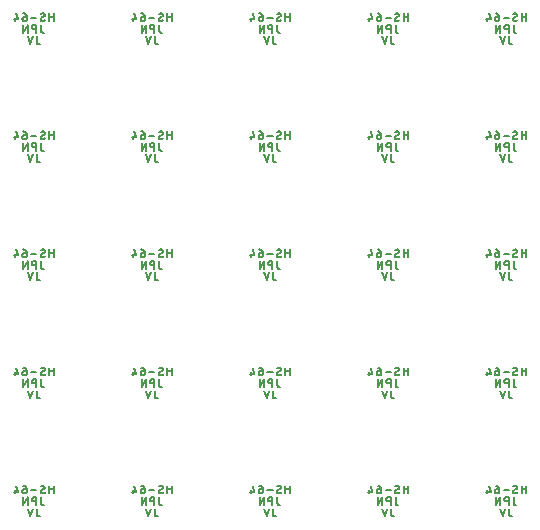
<source format=gbo>
G75*
%MOIN*%
%OFA0B0*%
%FSLAX25Y25*%
%IPPOS*%
%LPD*%
%AMOC8*
5,1,8,0,0,1.08239X$1,22.5*
%
%ADD10C,0.00600*%
D10*
X0048230Y0047062D02*
X0048230Y0049662D01*
X0049675Y0049662D02*
X0048230Y0047062D01*
X0049675Y0047062D02*
X0049675Y0049662D01*
X0049328Y0051624D02*
X0049328Y0052347D01*
X0048461Y0052347D01*
X0049329Y0052347D02*
X0049327Y0052414D01*
X0049321Y0052481D01*
X0049311Y0052548D01*
X0049298Y0052614D01*
X0049280Y0052679D01*
X0049259Y0052742D01*
X0049234Y0052805D01*
X0049206Y0052866D01*
X0049174Y0052925D01*
X0049139Y0052982D01*
X0049100Y0053037D01*
X0049059Y0053090D01*
X0049014Y0053140D01*
X0048966Y0053188D01*
X0048916Y0053233D01*
X0048863Y0053274D01*
X0048808Y0053313D01*
X0048751Y0053348D01*
X0048692Y0053380D01*
X0048631Y0053408D01*
X0048568Y0053433D01*
X0048505Y0053454D01*
X0048440Y0053472D01*
X0048374Y0053485D01*
X0048307Y0053495D01*
X0048240Y0053501D01*
X0048173Y0053503D01*
X0048461Y0052347D02*
X0048416Y0052345D01*
X0048371Y0052340D01*
X0048326Y0052331D01*
X0048282Y0052319D01*
X0048240Y0052303D01*
X0048199Y0052284D01*
X0048159Y0052262D01*
X0048121Y0052237D01*
X0048086Y0052209D01*
X0048052Y0052178D01*
X0048021Y0052144D01*
X0047993Y0052109D01*
X0047968Y0052071D01*
X0047946Y0052031D01*
X0047927Y0051990D01*
X0047911Y0051948D01*
X0047899Y0051904D01*
X0047890Y0051859D01*
X0047885Y0051814D01*
X0047883Y0051769D01*
X0047884Y0051769D02*
X0047884Y0051624D01*
X0047886Y0051571D01*
X0047892Y0051519D01*
X0047901Y0051467D01*
X0047915Y0051416D01*
X0047932Y0051366D01*
X0047952Y0051318D01*
X0047976Y0051271D01*
X0048004Y0051226D01*
X0048035Y0051183D01*
X0048068Y0051142D01*
X0048105Y0051104D01*
X0048144Y0051069D01*
X0048186Y0051037D01*
X0048230Y0051008D01*
X0048276Y0050982D01*
X0048324Y0050960D01*
X0048373Y0050941D01*
X0048423Y0050925D01*
X0048475Y0050914D01*
X0048527Y0050906D01*
X0048580Y0050902D01*
X0048632Y0050902D01*
X0048685Y0050906D01*
X0048737Y0050914D01*
X0048789Y0050925D01*
X0048839Y0050941D01*
X0048888Y0050960D01*
X0048936Y0050982D01*
X0048982Y0051008D01*
X0049026Y0051037D01*
X0049068Y0051069D01*
X0049107Y0051104D01*
X0049144Y0051142D01*
X0049177Y0051183D01*
X0049208Y0051226D01*
X0049236Y0051271D01*
X0049260Y0051318D01*
X0049280Y0051366D01*
X0049297Y0051416D01*
X0049311Y0051467D01*
X0049320Y0051519D01*
X0049326Y0051571D01*
X0049328Y0051624D01*
X0050811Y0051913D02*
X0052545Y0051913D01*
X0054221Y0051986D02*
X0055015Y0052419D01*
X0054726Y0053502D02*
X0054663Y0053500D01*
X0054600Y0053495D01*
X0054537Y0053485D01*
X0054475Y0053472D01*
X0054414Y0053456D01*
X0054354Y0053436D01*
X0054295Y0053412D01*
X0054237Y0053386D01*
X0054182Y0053355D01*
X0054128Y0053322D01*
X0054076Y0053285D01*
X0055015Y0052418D02*
X0055054Y0052444D01*
X0055092Y0052472D01*
X0055127Y0052503D01*
X0055159Y0052537D01*
X0055188Y0052574D01*
X0055215Y0052613D01*
X0055238Y0052653D01*
X0055258Y0052696D01*
X0055274Y0052740D01*
X0055287Y0052785D01*
X0055297Y0052831D01*
X0055302Y0052877D01*
X0055304Y0052924D01*
X0055302Y0052969D01*
X0055297Y0053014D01*
X0055288Y0053059D01*
X0055276Y0053103D01*
X0055260Y0053145D01*
X0055241Y0053186D01*
X0055219Y0053226D01*
X0055194Y0053264D01*
X0055166Y0053299D01*
X0055135Y0053333D01*
X0055101Y0053364D01*
X0055066Y0053392D01*
X0055028Y0053417D01*
X0054988Y0053439D01*
X0054947Y0053458D01*
X0054905Y0053474D01*
X0054861Y0053486D01*
X0054816Y0053495D01*
X0054771Y0053500D01*
X0054726Y0053502D01*
X0055376Y0051263D02*
X0055326Y0051216D01*
X0055274Y0051171D01*
X0055219Y0051130D01*
X0055162Y0051091D01*
X0055102Y0051056D01*
X0055041Y0051024D01*
X0054979Y0050996D01*
X0054914Y0050971D01*
X0054849Y0050950D01*
X0054782Y0050933D01*
X0054715Y0050919D01*
X0054646Y0050910D01*
X0054578Y0050904D01*
X0054509Y0050902D01*
X0054464Y0050904D01*
X0054419Y0050909D01*
X0054374Y0050918D01*
X0054330Y0050930D01*
X0054288Y0050946D01*
X0054247Y0050965D01*
X0054207Y0050987D01*
X0054169Y0051012D01*
X0054134Y0051040D01*
X0054100Y0051071D01*
X0054069Y0051105D01*
X0054041Y0051140D01*
X0054016Y0051178D01*
X0053994Y0051218D01*
X0053975Y0051259D01*
X0053959Y0051301D01*
X0053947Y0051345D01*
X0053938Y0051390D01*
X0053933Y0051435D01*
X0053931Y0051480D01*
X0053932Y0051480D02*
X0053934Y0051527D01*
X0053939Y0051573D01*
X0053949Y0051619D01*
X0053962Y0051664D01*
X0053978Y0051708D01*
X0053998Y0051751D01*
X0054021Y0051791D01*
X0054048Y0051830D01*
X0054077Y0051867D01*
X0054109Y0051901D01*
X0054144Y0051932D01*
X0054182Y0051960D01*
X0054221Y0051986D01*
X0054163Y0049662D02*
X0054163Y0047640D01*
X0054165Y0047595D01*
X0054170Y0047550D01*
X0054179Y0047505D01*
X0054191Y0047461D01*
X0054207Y0047419D01*
X0054226Y0047378D01*
X0054248Y0047338D01*
X0054273Y0047300D01*
X0054301Y0047265D01*
X0054332Y0047231D01*
X0054366Y0047200D01*
X0054401Y0047172D01*
X0054439Y0047147D01*
X0054479Y0047125D01*
X0054520Y0047106D01*
X0054562Y0047090D01*
X0054606Y0047078D01*
X0054651Y0047069D01*
X0054696Y0047064D01*
X0054741Y0047062D01*
X0055029Y0047062D01*
X0052483Y0047062D02*
X0052483Y0049662D01*
X0051761Y0049662D01*
X0051708Y0049660D01*
X0051656Y0049654D01*
X0051604Y0049645D01*
X0051553Y0049631D01*
X0051503Y0049614D01*
X0051455Y0049594D01*
X0051408Y0049570D01*
X0051363Y0049542D01*
X0051320Y0049511D01*
X0051279Y0049478D01*
X0051241Y0049441D01*
X0051206Y0049402D01*
X0051174Y0049360D01*
X0051145Y0049316D01*
X0051119Y0049270D01*
X0051097Y0049222D01*
X0051078Y0049173D01*
X0051062Y0049123D01*
X0051051Y0049071D01*
X0051043Y0049019D01*
X0051039Y0048966D01*
X0051039Y0048914D01*
X0051043Y0048861D01*
X0051051Y0048809D01*
X0051062Y0048757D01*
X0051078Y0048707D01*
X0051097Y0048658D01*
X0051119Y0048610D01*
X0051145Y0048564D01*
X0051174Y0048520D01*
X0051206Y0048478D01*
X0051241Y0048439D01*
X0051279Y0048402D01*
X0051320Y0048369D01*
X0051363Y0048338D01*
X0051408Y0048310D01*
X0051455Y0048286D01*
X0051503Y0048266D01*
X0051553Y0048249D01*
X0051604Y0048235D01*
X0051656Y0048226D01*
X0051708Y0048220D01*
X0051761Y0048218D01*
X0052483Y0048218D01*
X0052747Y0045822D02*
X0052747Y0043800D01*
X0052749Y0043755D01*
X0052754Y0043710D01*
X0052763Y0043665D01*
X0052775Y0043621D01*
X0052791Y0043579D01*
X0052810Y0043538D01*
X0052832Y0043498D01*
X0052857Y0043460D01*
X0052885Y0043425D01*
X0052916Y0043391D01*
X0052950Y0043360D01*
X0052985Y0043332D01*
X0053023Y0043307D01*
X0053063Y0043285D01*
X0053104Y0043266D01*
X0053146Y0043250D01*
X0053190Y0043238D01*
X0053235Y0043229D01*
X0053280Y0043224D01*
X0053325Y0043222D01*
X0053614Y0043222D01*
X0050513Y0043222D02*
X0049646Y0045822D01*
X0051380Y0045822D02*
X0050513Y0043222D01*
X0046448Y0051480D02*
X0045004Y0051480D01*
X0045437Y0052058D02*
X0045437Y0050902D01*
X0046448Y0051480D02*
X0045870Y0053502D01*
X0056812Y0053502D02*
X0056812Y0050902D01*
X0058256Y0050902D02*
X0058256Y0053502D01*
X0058256Y0052347D02*
X0056812Y0052347D01*
X0084374Y0051480D02*
X0085818Y0051480D01*
X0085240Y0053502D01*
X0084807Y0052058D02*
X0084807Y0050902D01*
X0087254Y0051624D02*
X0087254Y0051769D01*
X0087256Y0051814D01*
X0087261Y0051859D01*
X0087270Y0051904D01*
X0087282Y0051948D01*
X0087298Y0051990D01*
X0087317Y0052031D01*
X0087339Y0052071D01*
X0087364Y0052109D01*
X0087392Y0052144D01*
X0087423Y0052178D01*
X0087457Y0052209D01*
X0087492Y0052237D01*
X0087530Y0052262D01*
X0087570Y0052284D01*
X0087611Y0052303D01*
X0087653Y0052319D01*
X0087697Y0052331D01*
X0087742Y0052340D01*
X0087787Y0052345D01*
X0087832Y0052347D01*
X0088698Y0052347D01*
X0088698Y0051624D01*
X0088696Y0051571D01*
X0088690Y0051519D01*
X0088681Y0051467D01*
X0088667Y0051416D01*
X0088650Y0051366D01*
X0088630Y0051318D01*
X0088606Y0051271D01*
X0088578Y0051226D01*
X0088547Y0051183D01*
X0088514Y0051142D01*
X0088477Y0051104D01*
X0088438Y0051069D01*
X0088396Y0051037D01*
X0088352Y0051008D01*
X0088306Y0050982D01*
X0088258Y0050960D01*
X0088209Y0050941D01*
X0088159Y0050925D01*
X0088107Y0050914D01*
X0088055Y0050906D01*
X0088002Y0050902D01*
X0087950Y0050902D01*
X0087897Y0050906D01*
X0087845Y0050914D01*
X0087793Y0050925D01*
X0087743Y0050941D01*
X0087694Y0050960D01*
X0087646Y0050982D01*
X0087600Y0051008D01*
X0087556Y0051037D01*
X0087514Y0051069D01*
X0087475Y0051104D01*
X0087438Y0051142D01*
X0087405Y0051183D01*
X0087374Y0051226D01*
X0087346Y0051271D01*
X0087322Y0051318D01*
X0087302Y0051366D01*
X0087285Y0051416D01*
X0087271Y0051467D01*
X0087262Y0051519D01*
X0087256Y0051571D01*
X0087254Y0051624D01*
X0088699Y0052347D02*
X0088697Y0052414D01*
X0088691Y0052481D01*
X0088681Y0052548D01*
X0088668Y0052614D01*
X0088650Y0052679D01*
X0088629Y0052742D01*
X0088604Y0052805D01*
X0088576Y0052866D01*
X0088544Y0052925D01*
X0088509Y0052982D01*
X0088470Y0053037D01*
X0088429Y0053090D01*
X0088384Y0053140D01*
X0088336Y0053188D01*
X0088286Y0053233D01*
X0088233Y0053274D01*
X0088178Y0053313D01*
X0088121Y0053348D01*
X0088062Y0053380D01*
X0088001Y0053408D01*
X0087938Y0053433D01*
X0087875Y0053454D01*
X0087810Y0053472D01*
X0087744Y0053485D01*
X0087677Y0053495D01*
X0087610Y0053501D01*
X0087543Y0053503D01*
X0090181Y0051913D02*
X0091915Y0051913D01*
X0093591Y0051986D02*
X0094385Y0052419D01*
X0094096Y0053502D02*
X0094033Y0053500D01*
X0093970Y0053495D01*
X0093907Y0053485D01*
X0093845Y0053472D01*
X0093784Y0053456D01*
X0093724Y0053436D01*
X0093665Y0053412D01*
X0093607Y0053386D01*
X0093552Y0053355D01*
X0093498Y0053322D01*
X0093446Y0053285D01*
X0094385Y0052418D02*
X0094424Y0052444D01*
X0094462Y0052472D01*
X0094497Y0052503D01*
X0094529Y0052537D01*
X0094558Y0052574D01*
X0094585Y0052613D01*
X0094608Y0052653D01*
X0094628Y0052696D01*
X0094644Y0052740D01*
X0094657Y0052785D01*
X0094667Y0052831D01*
X0094672Y0052877D01*
X0094674Y0052924D01*
X0094672Y0052969D01*
X0094667Y0053014D01*
X0094658Y0053059D01*
X0094646Y0053103D01*
X0094630Y0053145D01*
X0094611Y0053186D01*
X0094589Y0053226D01*
X0094564Y0053264D01*
X0094536Y0053299D01*
X0094505Y0053333D01*
X0094471Y0053364D01*
X0094436Y0053392D01*
X0094398Y0053417D01*
X0094358Y0053439D01*
X0094317Y0053458D01*
X0094275Y0053474D01*
X0094231Y0053486D01*
X0094186Y0053495D01*
X0094141Y0053500D01*
X0094096Y0053502D01*
X0094747Y0051263D02*
X0094697Y0051216D01*
X0094645Y0051171D01*
X0094590Y0051130D01*
X0094533Y0051091D01*
X0094473Y0051056D01*
X0094412Y0051024D01*
X0094350Y0050996D01*
X0094285Y0050971D01*
X0094220Y0050950D01*
X0094153Y0050933D01*
X0094086Y0050919D01*
X0094017Y0050910D01*
X0093949Y0050904D01*
X0093880Y0050902D01*
X0093835Y0050904D01*
X0093790Y0050909D01*
X0093745Y0050918D01*
X0093701Y0050930D01*
X0093659Y0050946D01*
X0093618Y0050965D01*
X0093578Y0050987D01*
X0093540Y0051012D01*
X0093505Y0051040D01*
X0093471Y0051071D01*
X0093440Y0051105D01*
X0093412Y0051140D01*
X0093387Y0051178D01*
X0093365Y0051218D01*
X0093346Y0051259D01*
X0093330Y0051301D01*
X0093318Y0051345D01*
X0093309Y0051390D01*
X0093304Y0051435D01*
X0093302Y0051480D01*
X0093304Y0051527D01*
X0093309Y0051573D01*
X0093319Y0051619D01*
X0093332Y0051664D01*
X0093348Y0051708D01*
X0093368Y0051751D01*
X0093391Y0051791D01*
X0093418Y0051830D01*
X0093447Y0051867D01*
X0093479Y0051901D01*
X0093514Y0051932D01*
X0093552Y0051960D01*
X0093591Y0051986D01*
X0093533Y0049662D02*
X0093533Y0047640D01*
X0093535Y0047595D01*
X0093540Y0047550D01*
X0093549Y0047505D01*
X0093561Y0047461D01*
X0093577Y0047419D01*
X0093596Y0047378D01*
X0093618Y0047338D01*
X0093643Y0047300D01*
X0093671Y0047265D01*
X0093702Y0047231D01*
X0093736Y0047200D01*
X0093771Y0047172D01*
X0093809Y0047147D01*
X0093849Y0047125D01*
X0093890Y0047106D01*
X0093932Y0047090D01*
X0093976Y0047078D01*
X0094021Y0047069D01*
X0094066Y0047064D01*
X0094111Y0047062D01*
X0094400Y0047062D01*
X0091854Y0047062D02*
X0091854Y0049662D01*
X0091131Y0049662D01*
X0091078Y0049660D01*
X0091026Y0049654D01*
X0090974Y0049645D01*
X0090923Y0049631D01*
X0090873Y0049614D01*
X0090825Y0049594D01*
X0090778Y0049570D01*
X0090733Y0049542D01*
X0090690Y0049511D01*
X0090649Y0049478D01*
X0090611Y0049441D01*
X0090576Y0049402D01*
X0090544Y0049360D01*
X0090515Y0049316D01*
X0090489Y0049270D01*
X0090467Y0049222D01*
X0090448Y0049173D01*
X0090432Y0049123D01*
X0090421Y0049071D01*
X0090413Y0049019D01*
X0090409Y0048966D01*
X0090409Y0048914D01*
X0090413Y0048861D01*
X0090421Y0048809D01*
X0090432Y0048757D01*
X0090448Y0048707D01*
X0090467Y0048658D01*
X0090489Y0048610D01*
X0090515Y0048564D01*
X0090544Y0048520D01*
X0090576Y0048478D01*
X0090611Y0048439D01*
X0090649Y0048402D01*
X0090690Y0048369D01*
X0090733Y0048338D01*
X0090778Y0048310D01*
X0090825Y0048286D01*
X0090873Y0048266D01*
X0090923Y0048249D01*
X0090974Y0048235D01*
X0091026Y0048226D01*
X0091078Y0048220D01*
X0091131Y0048218D01*
X0091854Y0048218D01*
X0092117Y0045822D02*
X0092117Y0043800D01*
X0092119Y0043755D01*
X0092124Y0043710D01*
X0092133Y0043665D01*
X0092145Y0043621D01*
X0092161Y0043579D01*
X0092180Y0043538D01*
X0092202Y0043498D01*
X0092227Y0043460D01*
X0092255Y0043425D01*
X0092286Y0043391D01*
X0092320Y0043360D01*
X0092355Y0043332D01*
X0092393Y0043307D01*
X0092433Y0043285D01*
X0092474Y0043266D01*
X0092516Y0043250D01*
X0092560Y0043238D01*
X0092605Y0043229D01*
X0092650Y0043224D01*
X0092695Y0043222D01*
X0092984Y0043222D01*
X0089883Y0043222D02*
X0090750Y0045822D01*
X0089016Y0045822D02*
X0089883Y0043222D01*
X0089045Y0047062D02*
X0089045Y0049662D01*
X0087600Y0047062D01*
X0087600Y0049662D01*
X0096182Y0050902D02*
X0096182Y0053502D01*
X0096182Y0052347D02*
X0097626Y0052347D01*
X0097626Y0053502D02*
X0097626Y0050902D01*
X0123744Y0051480D02*
X0125188Y0051480D01*
X0124611Y0053502D01*
X0124177Y0052058D02*
X0124177Y0050902D01*
X0126624Y0051624D02*
X0126624Y0051769D01*
X0126626Y0051814D01*
X0126631Y0051859D01*
X0126640Y0051904D01*
X0126652Y0051948D01*
X0126668Y0051990D01*
X0126687Y0052031D01*
X0126709Y0052071D01*
X0126734Y0052109D01*
X0126762Y0052144D01*
X0126793Y0052178D01*
X0126827Y0052209D01*
X0126862Y0052237D01*
X0126900Y0052262D01*
X0126940Y0052284D01*
X0126981Y0052303D01*
X0127023Y0052319D01*
X0127067Y0052331D01*
X0127112Y0052340D01*
X0127157Y0052345D01*
X0127202Y0052347D01*
X0128068Y0052347D01*
X0128068Y0051624D01*
X0128066Y0051571D01*
X0128060Y0051519D01*
X0128051Y0051467D01*
X0128037Y0051416D01*
X0128020Y0051366D01*
X0128000Y0051318D01*
X0127976Y0051271D01*
X0127948Y0051226D01*
X0127917Y0051183D01*
X0127884Y0051142D01*
X0127847Y0051104D01*
X0127808Y0051069D01*
X0127766Y0051037D01*
X0127722Y0051008D01*
X0127676Y0050982D01*
X0127628Y0050960D01*
X0127579Y0050941D01*
X0127529Y0050925D01*
X0127477Y0050914D01*
X0127425Y0050906D01*
X0127372Y0050902D01*
X0127320Y0050902D01*
X0127267Y0050906D01*
X0127215Y0050914D01*
X0127163Y0050925D01*
X0127113Y0050941D01*
X0127064Y0050960D01*
X0127016Y0050982D01*
X0126970Y0051008D01*
X0126926Y0051037D01*
X0126884Y0051069D01*
X0126845Y0051104D01*
X0126808Y0051142D01*
X0126775Y0051183D01*
X0126744Y0051226D01*
X0126716Y0051271D01*
X0126692Y0051318D01*
X0126672Y0051366D01*
X0126655Y0051416D01*
X0126641Y0051467D01*
X0126632Y0051519D01*
X0126626Y0051571D01*
X0126624Y0051624D01*
X0128069Y0052347D02*
X0128067Y0052414D01*
X0128061Y0052481D01*
X0128051Y0052548D01*
X0128038Y0052614D01*
X0128020Y0052679D01*
X0127999Y0052742D01*
X0127974Y0052805D01*
X0127946Y0052866D01*
X0127914Y0052925D01*
X0127879Y0052982D01*
X0127840Y0053037D01*
X0127799Y0053090D01*
X0127754Y0053140D01*
X0127706Y0053188D01*
X0127656Y0053233D01*
X0127603Y0053274D01*
X0127548Y0053313D01*
X0127491Y0053348D01*
X0127432Y0053380D01*
X0127371Y0053408D01*
X0127308Y0053433D01*
X0127245Y0053454D01*
X0127180Y0053472D01*
X0127114Y0053485D01*
X0127047Y0053495D01*
X0126980Y0053501D01*
X0126913Y0053503D01*
X0129551Y0051913D02*
X0131285Y0051913D01*
X0132961Y0051986D02*
X0133755Y0052419D01*
X0133466Y0053502D02*
X0133403Y0053500D01*
X0133340Y0053495D01*
X0133277Y0053485D01*
X0133215Y0053472D01*
X0133154Y0053456D01*
X0133094Y0053436D01*
X0133035Y0053412D01*
X0132977Y0053386D01*
X0132922Y0053355D01*
X0132868Y0053322D01*
X0132816Y0053285D01*
X0133755Y0052418D02*
X0133794Y0052444D01*
X0133832Y0052472D01*
X0133867Y0052503D01*
X0133899Y0052537D01*
X0133928Y0052574D01*
X0133955Y0052613D01*
X0133978Y0052653D01*
X0133998Y0052696D01*
X0134014Y0052740D01*
X0134027Y0052785D01*
X0134037Y0052831D01*
X0134042Y0052877D01*
X0134044Y0052924D01*
X0134042Y0052969D01*
X0134037Y0053014D01*
X0134028Y0053059D01*
X0134016Y0053103D01*
X0134000Y0053145D01*
X0133981Y0053186D01*
X0133959Y0053226D01*
X0133934Y0053264D01*
X0133906Y0053299D01*
X0133875Y0053333D01*
X0133841Y0053364D01*
X0133806Y0053392D01*
X0133768Y0053417D01*
X0133728Y0053439D01*
X0133687Y0053458D01*
X0133645Y0053474D01*
X0133601Y0053486D01*
X0133556Y0053495D01*
X0133511Y0053500D01*
X0133466Y0053502D01*
X0134117Y0051263D02*
X0134067Y0051216D01*
X0134015Y0051171D01*
X0133960Y0051130D01*
X0133903Y0051091D01*
X0133843Y0051056D01*
X0133782Y0051024D01*
X0133720Y0050996D01*
X0133655Y0050971D01*
X0133590Y0050950D01*
X0133523Y0050933D01*
X0133456Y0050919D01*
X0133387Y0050910D01*
X0133319Y0050904D01*
X0133250Y0050902D01*
X0133205Y0050904D01*
X0133160Y0050909D01*
X0133115Y0050918D01*
X0133071Y0050930D01*
X0133029Y0050946D01*
X0132988Y0050965D01*
X0132948Y0050987D01*
X0132910Y0051012D01*
X0132875Y0051040D01*
X0132841Y0051071D01*
X0132810Y0051105D01*
X0132782Y0051140D01*
X0132757Y0051178D01*
X0132735Y0051218D01*
X0132716Y0051259D01*
X0132700Y0051301D01*
X0132688Y0051345D01*
X0132679Y0051390D01*
X0132674Y0051435D01*
X0132672Y0051480D01*
X0132674Y0051527D01*
X0132679Y0051573D01*
X0132689Y0051619D01*
X0132702Y0051664D01*
X0132718Y0051708D01*
X0132738Y0051751D01*
X0132761Y0051791D01*
X0132788Y0051830D01*
X0132817Y0051867D01*
X0132849Y0051901D01*
X0132884Y0051932D01*
X0132922Y0051960D01*
X0132961Y0051986D01*
X0132903Y0049662D02*
X0132903Y0047640D01*
X0132905Y0047595D01*
X0132910Y0047550D01*
X0132919Y0047505D01*
X0132931Y0047461D01*
X0132947Y0047419D01*
X0132966Y0047378D01*
X0132988Y0047338D01*
X0133013Y0047300D01*
X0133041Y0047265D01*
X0133072Y0047231D01*
X0133106Y0047200D01*
X0133141Y0047172D01*
X0133179Y0047147D01*
X0133219Y0047125D01*
X0133260Y0047106D01*
X0133302Y0047090D01*
X0133346Y0047078D01*
X0133391Y0047069D01*
X0133436Y0047064D01*
X0133481Y0047062D01*
X0133770Y0047062D01*
X0131224Y0047062D02*
X0131224Y0049662D01*
X0130501Y0049662D01*
X0130448Y0049660D01*
X0130396Y0049654D01*
X0130344Y0049645D01*
X0130293Y0049631D01*
X0130243Y0049614D01*
X0130195Y0049594D01*
X0130148Y0049570D01*
X0130103Y0049542D01*
X0130060Y0049511D01*
X0130019Y0049478D01*
X0129981Y0049441D01*
X0129946Y0049402D01*
X0129914Y0049360D01*
X0129885Y0049316D01*
X0129859Y0049270D01*
X0129837Y0049222D01*
X0129818Y0049173D01*
X0129802Y0049123D01*
X0129791Y0049071D01*
X0129783Y0049019D01*
X0129779Y0048966D01*
X0129779Y0048914D01*
X0129783Y0048861D01*
X0129791Y0048809D01*
X0129802Y0048757D01*
X0129818Y0048707D01*
X0129837Y0048658D01*
X0129859Y0048610D01*
X0129885Y0048564D01*
X0129914Y0048520D01*
X0129946Y0048478D01*
X0129981Y0048439D01*
X0130019Y0048402D01*
X0130060Y0048369D01*
X0130103Y0048338D01*
X0130148Y0048310D01*
X0130195Y0048286D01*
X0130243Y0048266D01*
X0130293Y0048249D01*
X0130344Y0048235D01*
X0130396Y0048226D01*
X0130448Y0048220D01*
X0130501Y0048218D01*
X0131224Y0048218D01*
X0131487Y0045822D02*
X0131487Y0043800D01*
X0131489Y0043755D01*
X0131494Y0043710D01*
X0131503Y0043665D01*
X0131515Y0043621D01*
X0131531Y0043579D01*
X0131550Y0043538D01*
X0131572Y0043498D01*
X0131597Y0043460D01*
X0131625Y0043425D01*
X0131656Y0043391D01*
X0131690Y0043360D01*
X0131725Y0043332D01*
X0131763Y0043307D01*
X0131803Y0043285D01*
X0131844Y0043266D01*
X0131886Y0043250D01*
X0131930Y0043238D01*
X0131975Y0043229D01*
X0132020Y0043224D01*
X0132065Y0043222D01*
X0132354Y0043222D01*
X0129253Y0043222D02*
X0130120Y0045822D01*
X0128386Y0045822D02*
X0129253Y0043222D01*
X0128415Y0047062D02*
X0128415Y0049662D01*
X0126971Y0047062D01*
X0126971Y0049662D01*
X0135552Y0050902D02*
X0135552Y0053502D01*
X0135552Y0052347D02*
X0136996Y0052347D01*
X0136996Y0053502D02*
X0136996Y0050902D01*
X0163114Y0051480D02*
X0164558Y0051480D01*
X0163981Y0053502D01*
X0163547Y0052058D02*
X0163547Y0050902D01*
X0165994Y0051624D02*
X0165994Y0051769D01*
X0165996Y0051814D01*
X0166001Y0051859D01*
X0166010Y0051904D01*
X0166022Y0051948D01*
X0166038Y0051990D01*
X0166057Y0052031D01*
X0166079Y0052071D01*
X0166104Y0052109D01*
X0166132Y0052144D01*
X0166163Y0052178D01*
X0166197Y0052209D01*
X0166232Y0052237D01*
X0166270Y0052262D01*
X0166310Y0052284D01*
X0166351Y0052303D01*
X0166393Y0052319D01*
X0166437Y0052331D01*
X0166482Y0052340D01*
X0166527Y0052345D01*
X0166572Y0052347D01*
X0167438Y0052347D01*
X0167438Y0051624D01*
X0167436Y0051571D01*
X0167430Y0051519D01*
X0167421Y0051467D01*
X0167407Y0051416D01*
X0167390Y0051366D01*
X0167370Y0051318D01*
X0167346Y0051271D01*
X0167318Y0051226D01*
X0167287Y0051183D01*
X0167254Y0051142D01*
X0167217Y0051104D01*
X0167178Y0051069D01*
X0167136Y0051037D01*
X0167092Y0051008D01*
X0167046Y0050982D01*
X0166998Y0050960D01*
X0166949Y0050941D01*
X0166899Y0050925D01*
X0166847Y0050914D01*
X0166795Y0050906D01*
X0166742Y0050902D01*
X0166690Y0050902D01*
X0166637Y0050906D01*
X0166585Y0050914D01*
X0166533Y0050925D01*
X0166483Y0050941D01*
X0166434Y0050960D01*
X0166386Y0050982D01*
X0166340Y0051008D01*
X0166296Y0051037D01*
X0166254Y0051069D01*
X0166215Y0051104D01*
X0166178Y0051142D01*
X0166145Y0051183D01*
X0166114Y0051226D01*
X0166086Y0051271D01*
X0166062Y0051318D01*
X0166042Y0051366D01*
X0166025Y0051416D01*
X0166011Y0051467D01*
X0166002Y0051519D01*
X0165996Y0051571D01*
X0165994Y0051624D01*
X0167439Y0052347D02*
X0167437Y0052414D01*
X0167431Y0052481D01*
X0167421Y0052548D01*
X0167408Y0052614D01*
X0167390Y0052679D01*
X0167369Y0052742D01*
X0167344Y0052805D01*
X0167316Y0052866D01*
X0167284Y0052925D01*
X0167249Y0052982D01*
X0167210Y0053037D01*
X0167169Y0053090D01*
X0167124Y0053140D01*
X0167076Y0053188D01*
X0167026Y0053233D01*
X0166973Y0053274D01*
X0166918Y0053313D01*
X0166861Y0053348D01*
X0166802Y0053380D01*
X0166741Y0053408D01*
X0166678Y0053433D01*
X0166615Y0053454D01*
X0166550Y0053472D01*
X0166484Y0053485D01*
X0166417Y0053495D01*
X0166350Y0053501D01*
X0166283Y0053503D01*
X0168921Y0051913D02*
X0170655Y0051913D01*
X0172331Y0051986D02*
X0173125Y0052419D01*
X0172836Y0053502D02*
X0172773Y0053500D01*
X0172710Y0053495D01*
X0172647Y0053485D01*
X0172585Y0053472D01*
X0172524Y0053456D01*
X0172464Y0053436D01*
X0172405Y0053412D01*
X0172347Y0053386D01*
X0172292Y0053355D01*
X0172238Y0053322D01*
X0172186Y0053285D01*
X0173125Y0052418D02*
X0173164Y0052444D01*
X0173202Y0052472D01*
X0173237Y0052503D01*
X0173269Y0052537D01*
X0173298Y0052574D01*
X0173325Y0052613D01*
X0173348Y0052653D01*
X0173368Y0052696D01*
X0173384Y0052740D01*
X0173397Y0052785D01*
X0173407Y0052831D01*
X0173412Y0052877D01*
X0173414Y0052924D01*
X0173412Y0052969D01*
X0173407Y0053014D01*
X0173398Y0053059D01*
X0173386Y0053103D01*
X0173370Y0053145D01*
X0173351Y0053186D01*
X0173329Y0053226D01*
X0173304Y0053264D01*
X0173276Y0053299D01*
X0173245Y0053333D01*
X0173211Y0053364D01*
X0173176Y0053392D01*
X0173138Y0053417D01*
X0173098Y0053439D01*
X0173057Y0053458D01*
X0173015Y0053474D01*
X0172971Y0053486D01*
X0172926Y0053495D01*
X0172881Y0053500D01*
X0172836Y0053502D01*
X0173487Y0051263D02*
X0173437Y0051216D01*
X0173385Y0051171D01*
X0173330Y0051130D01*
X0173273Y0051091D01*
X0173213Y0051056D01*
X0173152Y0051024D01*
X0173090Y0050996D01*
X0173025Y0050971D01*
X0172960Y0050950D01*
X0172893Y0050933D01*
X0172826Y0050919D01*
X0172757Y0050910D01*
X0172689Y0050904D01*
X0172620Y0050902D01*
X0172575Y0050904D01*
X0172530Y0050909D01*
X0172485Y0050918D01*
X0172441Y0050930D01*
X0172399Y0050946D01*
X0172358Y0050965D01*
X0172318Y0050987D01*
X0172280Y0051012D01*
X0172245Y0051040D01*
X0172211Y0051071D01*
X0172180Y0051105D01*
X0172152Y0051140D01*
X0172127Y0051178D01*
X0172105Y0051218D01*
X0172086Y0051259D01*
X0172070Y0051301D01*
X0172058Y0051345D01*
X0172049Y0051390D01*
X0172044Y0051435D01*
X0172042Y0051480D01*
X0172044Y0051527D01*
X0172049Y0051573D01*
X0172059Y0051619D01*
X0172072Y0051664D01*
X0172088Y0051708D01*
X0172108Y0051751D01*
X0172131Y0051791D01*
X0172158Y0051830D01*
X0172187Y0051867D01*
X0172219Y0051901D01*
X0172254Y0051932D01*
X0172292Y0051960D01*
X0172331Y0051986D01*
X0172273Y0049662D02*
X0172273Y0047640D01*
X0172275Y0047595D01*
X0172280Y0047550D01*
X0172289Y0047505D01*
X0172301Y0047461D01*
X0172317Y0047419D01*
X0172336Y0047378D01*
X0172358Y0047338D01*
X0172383Y0047300D01*
X0172411Y0047265D01*
X0172442Y0047231D01*
X0172476Y0047200D01*
X0172511Y0047172D01*
X0172549Y0047147D01*
X0172589Y0047125D01*
X0172630Y0047106D01*
X0172672Y0047090D01*
X0172716Y0047078D01*
X0172761Y0047069D01*
X0172806Y0047064D01*
X0172851Y0047062D01*
X0173140Y0047062D01*
X0170594Y0047062D02*
X0170594Y0049662D01*
X0169872Y0049662D01*
X0169819Y0049660D01*
X0169767Y0049654D01*
X0169715Y0049645D01*
X0169664Y0049631D01*
X0169614Y0049614D01*
X0169566Y0049594D01*
X0169519Y0049570D01*
X0169474Y0049542D01*
X0169431Y0049511D01*
X0169390Y0049478D01*
X0169352Y0049441D01*
X0169317Y0049402D01*
X0169285Y0049360D01*
X0169256Y0049316D01*
X0169230Y0049270D01*
X0169208Y0049222D01*
X0169189Y0049173D01*
X0169173Y0049123D01*
X0169162Y0049071D01*
X0169154Y0049019D01*
X0169150Y0048966D01*
X0169150Y0048914D01*
X0169154Y0048861D01*
X0169162Y0048809D01*
X0169173Y0048757D01*
X0169189Y0048707D01*
X0169208Y0048658D01*
X0169230Y0048610D01*
X0169256Y0048564D01*
X0169285Y0048520D01*
X0169317Y0048478D01*
X0169352Y0048439D01*
X0169390Y0048402D01*
X0169431Y0048369D01*
X0169474Y0048338D01*
X0169519Y0048310D01*
X0169566Y0048286D01*
X0169614Y0048266D01*
X0169664Y0048249D01*
X0169715Y0048235D01*
X0169767Y0048226D01*
X0169819Y0048220D01*
X0169872Y0048218D01*
X0170594Y0048218D01*
X0170857Y0045822D02*
X0170857Y0043800D01*
X0170859Y0043755D01*
X0170864Y0043710D01*
X0170873Y0043665D01*
X0170885Y0043621D01*
X0170901Y0043579D01*
X0170920Y0043538D01*
X0170942Y0043498D01*
X0170967Y0043460D01*
X0170995Y0043425D01*
X0171026Y0043391D01*
X0171060Y0043360D01*
X0171095Y0043332D01*
X0171133Y0043307D01*
X0171173Y0043285D01*
X0171214Y0043266D01*
X0171256Y0043250D01*
X0171300Y0043238D01*
X0171345Y0043229D01*
X0171390Y0043224D01*
X0171435Y0043222D01*
X0171724Y0043222D01*
X0168623Y0043222D02*
X0167756Y0045822D01*
X0167785Y0047062D02*
X0167785Y0049662D01*
X0166341Y0047062D01*
X0166341Y0049662D01*
X0169490Y0045822D02*
X0168623Y0043222D01*
X0174922Y0050902D02*
X0174922Y0053502D01*
X0174922Y0052347D02*
X0176366Y0052347D01*
X0176366Y0053502D02*
X0176366Y0050902D01*
X0202484Y0051480D02*
X0203928Y0051480D01*
X0203351Y0053502D01*
X0202917Y0052058D02*
X0202917Y0050902D01*
X0205364Y0051624D02*
X0205364Y0051769D01*
X0205366Y0051814D01*
X0205371Y0051859D01*
X0205380Y0051904D01*
X0205392Y0051948D01*
X0205408Y0051990D01*
X0205427Y0052031D01*
X0205449Y0052071D01*
X0205474Y0052109D01*
X0205502Y0052144D01*
X0205533Y0052178D01*
X0205567Y0052209D01*
X0205602Y0052237D01*
X0205640Y0052262D01*
X0205680Y0052284D01*
X0205721Y0052303D01*
X0205763Y0052319D01*
X0205807Y0052331D01*
X0205852Y0052340D01*
X0205897Y0052345D01*
X0205942Y0052347D01*
X0206808Y0052347D01*
X0206808Y0051624D01*
X0206806Y0051571D01*
X0206800Y0051519D01*
X0206791Y0051467D01*
X0206777Y0051416D01*
X0206760Y0051366D01*
X0206740Y0051318D01*
X0206716Y0051271D01*
X0206688Y0051226D01*
X0206657Y0051183D01*
X0206624Y0051142D01*
X0206587Y0051104D01*
X0206548Y0051069D01*
X0206506Y0051037D01*
X0206462Y0051008D01*
X0206416Y0050982D01*
X0206368Y0050960D01*
X0206319Y0050941D01*
X0206269Y0050925D01*
X0206217Y0050914D01*
X0206165Y0050906D01*
X0206112Y0050902D01*
X0206060Y0050902D01*
X0206007Y0050906D01*
X0205955Y0050914D01*
X0205903Y0050925D01*
X0205853Y0050941D01*
X0205804Y0050960D01*
X0205756Y0050982D01*
X0205710Y0051008D01*
X0205666Y0051037D01*
X0205624Y0051069D01*
X0205585Y0051104D01*
X0205548Y0051142D01*
X0205515Y0051183D01*
X0205484Y0051226D01*
X0205456Y0051271D01*
X0205432Y0051318D01*
X0205412Y0051366D01*
X0205395Y0051416D01*
X0205381Y0051467D01*
X0205372Y0051519D01*
X0205366Y0051571D01*
X0205364Y0051624D01*
X0206809Y0052347D02*
X0206807Y0052414D01*
X0206801Y0052481D01*
X0206791Y0052548D01*
X0206778Y0052614D01*
X0206760Y0052679D01*
X0206739Y0052742D01*
X0206714Y0052805D01*
X0206686Y0052866D01*
X0206654Y0052925D01*
X0206619Y0052982D01*
X0206580Y0053037D01*
X0206539Y0053090D01*
X0206494Y0053140D01*
X0206446Y0053188D01*
X0206396Y0053233D01*
X0206343Y0053274D01*
X0206288Y0053313D01*
X0206231Y0053348D01*
X0206172Y0053380D01*
X0206111Y0053408D01*
X0206048Y0053433D01*
X0205985Y0053454D01*
X0205920Y0053472D01*
X0205854Y0053485D01*
X0205787Y0053495D01*
X0205720Y0053501D01*
X0205653Y0053503D01*
X0208292Y0051913D02*
X0210025Y0051913D01*
X0211701Y0051986D02*
X0212495Y0052419D01*
X0212206Y0053502D02*
X0212143Y0053500D01*
X0212080Y0053495D01*
X0212017Y0053485D01*
X0211955Y0053472D01*
X0211894Y0053456D01*
X0211834Y0053436D01*
X0211775Y0053412D01*
X0211717Y0053386D01*
X0211662Y0053355D01*
X0211608Y0053322D01*
X0211556Y0053285D01*
X0212495Y0052418D02*
X0212534Y0052444D01*
X0212572Y0052472D01*
X0212607Y0052503D01*
X0212639Y0052537D01*
X0212668Y0052574D01*
X0212695Y0052613D01*
X0212718Y0052653D01*
X0212738Y0052696D01*
X0212754Y0052740D01*
X0212767Y0052785D01*
X0212777Y0052831D01*
X0212782Y0052877D01*
X0212784Y0052924D01*
X0212782Y0052969D01*
X0212777Y0053014D01*
X0212768Y0053059D01*
X0212756Y0053103D01*
X0212740Y0053145D01*
X0212721Y0053186D01*
X0212699Y0053226D01*
X0212674Y0053264D01*
X0212646Y0053299D01*
X0212615Y0053333D01*
X0212581Y0053364D01*
X0212546Y0053392D01*
X0212508Y0053417D01*
X0212468Y0053439D01*
X0212427Y0053458D01*
X0212385Y0053474D01*
X0212341Y0053486D01*
X0212296Y0053495D01*
X0212251Y0053500D01*
X0212206Y0053502D01*
X0212857Y0051263D02*
X0212807Y0051216D01*
X0212755Y0051171D01*
X0212700Y0051130D01*
X0212643Y0051091D01*
X0212583Y0051056D01*
X0212522Y0051024D01*
X0212460Y0050996D01*
X0212395Y0050971D01*
X0212330Y0050950D01*
X0212263Y0050933D01*
X0212196Y0050919D01*
X0212127Y0050910D01*
X0212059Y0050904D01*
X0211990Y0050902D01*
X0211945Y0050904D01*
X0211900Y0050909D01*
X0211855Y0050918D01*
X0211811Y0050930D01*
X0211769Y0050946D01*
X0211728Y0050965D01*
X0211688Y0050987D01*
X0211650Y0051012D01*
X0211615Y0051040D01*
X0211581Y0051071D01*
X0211550Y0051105D01*
X0211522Y0051140D01*
X0211497Y0051178D01*
X0211475Y0051218D01*
X0211456Y0051259D01*
X0211440Y0051301D01*
X0211428Y0051345D01*
X0211419Y0051390D01*
X0211414Y0051435D01*
X0211412Y0051480D01*
X0211414Y0051527D01*
X0211419Y0051573D01*
X0211429Y0051619D01*
X0211442Y0051664D01*
X0211458Y0051708D01*
X0211478Y0051751D01*
X0211501Y0051791D01*
X0211528Y0051830D01*
X0211557Y0051867D01*
X0211589Y0051901D01*
X0211624Y0051932D01*
X0211662Y0051960D01*
X0211701Y0051986D01*
X0211643Y0049662D02*
X0211643Y0047640D01*
X0211645Y0047595D01*
X0211650Y0047550D01*
X0211659Y0047505D01*
X0211671Y0047461D01*
X0211687Y0047419D01*
X0211706Y0047378D01*
X0211728Y0047338D01*
X0211753Y0047300D01*
X0211781Y0047265D01*
X0211812Y0047231D01*
X0211846Y0047200D01*
X0211881Y0047172D01*
X0211919Y0047147D01*
X0211959Y0047125D01*
X0212000Y0047106D01*
X0212042Y0047090D01*
X0212086Y0047078D01*
X0212131Y0047069D01*
X0212176Y0047064D01*
X0212221Y0047062D01*
X0212510Y0047062D01*
X0209964Y0047062D02*
X0209964Y0049662D01*
X0209242Y0049662D01*
X0209189Y0049660D01*
X0209137Y0049654D01*
X0209085Y0049645D01*
X0209034Y0049631D01*
X0208984Y0049614D01*
X0208936Y0049594D01*
X0208889Y0049570D01*
X0208844Y0049542D01*
X0208801Y0049511D01*
X0208760Y0049478D01*
X0208722Y0049441D01*
X0208687Y0049402D01*
X0208655Y0049360D01*
X0208626Y0049316D01*
X0208600Y0049270D01*
X0208578Y0049222D01*
X0208559Y0049173D01*
X0208543Y0049123D01*
X0208532Y0049071D01*
X0208524Y0049019D01*
X0208520Y0048966D01*
X0208520Y0048914D01*
X0208524Y0048861D01*
X0208532Y0048809D01*
X0208543Y0048757D01*
X0208559Y0048707D01*
X0208578Y0048658D01*
X0208600Y0048610D01*
X0208626Y0048564D01*
X0208655Y0048520D01*
X0208687Y0048478D01*
X0208722Y0048439D01*
X0208760Y0048402D01*
X0208801Y0048369D01*
X0208844Y0048338D01*
X0208889Y0048310D01*
X0208936Y0048286D01*
X0208984Y0048266D01*
X0209034Y0048249D01*
X0209085Y0048235D01*
X0209137Y0048226D01*
X0209189Y0048220D01*
X0209242Y0048218D01*
X0209964Y0048218D01*
X0210227Y0045822D02*
X0210227Y0043800D01*
X0210229Y0043755D01*
X0210234Y0043710D01*
X0210243Y0043665D01*
X0210255Y0043621D01*
X0210271Y0043579D01*
X0210290Y0043538D01*
X0210312Y0043498D01*
X0210337Y0043460D01*
X0210365Y0043425D01*
X0210396Y0043391D01*
X0210430Y0043360D01*
X0210465Y0043332D01*
X0210503Y0043307D01*
X0210543Y0043285D01*
X0210584Y0043266D01*
X0210626Y0043250D01*
X0210670Y0043238D01*
X0210715Y0043229D01*
X0210760Y0043224D01*
X0210805Y0043222D01*
X0211094Y0043222D01*
X0207993Y0043222D02*
X0207126Y0045822D01*
X0207155Y0047062D02*
X0207155Y0049662D01*
X0205711Y0047062D01*
X0205711Y0049662D01*
X0208860Y0045822D02*
X0207993Y0043222D01*
X0214292Y0050902D02*
X0214292Y0053502D01*
X0214292Y0052347D02*
X0215736Y0052347D01*
X0215736Y0053502D02*
X0215736Y0050902D01*
X0211094Y0082592D02*
X0210805Y0082592D01*
X0210760Y0082594D01*
X0210715Y0082599D01*
X0210670Y0082608D01*
X0210626Y0082620D01*
X0210584Y0082636D01*
X0210543Y0082655D01*
X0210503Y0082677D01*
X0210465Y0082702D01*
X0210430Y0082730D01*
X0210396Y0082761D01*
X0210365Y0082795D01*
X0210337Y0082830D01*
X0210312Y0082868D01*
X0210290Y0082908D01*
X0210271Y0082949D01*
X0210255Y0082991D01*
X0210243Y0083035D01*
X0210234Y0083080D01*
X0210229Y0083125D01*
X0210227Y0083170D01*
X0210227Y0085192D01*
X0209964Y0086432D02*
X0209964Y0089032D01*
X0209242Y0089032D01*
X0209189Y0089030D01*
X0209137Y0089024D01*
X0209085Y0089015D01*
X0209034Y0089001D01*
X0208984Y0088984D01*
X0208936Y0088964D01*
X0208889Y0088940D01*
X0208844Y0088912D01*
X0208801Y0088881D01*
X0208760Y0088848D01*
X0208722Y0088811D01*
X0208687Y0088772D01*
X0208655Y0088730D01*
X0208626Y0088686D01*
X0208600Y0088640D01*
X0208578Y0088592D01*
X0208559Y0088543D01*
X0208543Y0088493D01*
X0208532Y0088441D01*
X0208524Y0088389D01*
X0208520Y0088336D01*
X0208520Y0088284D01*
X0208524Y0088231D01*
X0208532Y0088179D01*
X0208543Y0088127D01*
X0208559Y0088077D01*
X0208578Y0088028D01*
X0208600Y0087980D01*
X0208626Y0087934D01*
X0208655Y0087890D01*
X0208687Y0087848D01*
X0208722Y0087809D01*
X0208760Y0087772D01*
X0208801Y0087739D01*
X0208844Y0087708D01*
X0208889Y0087680D01*
X0208936Y0087656D01*
X0208984Y0087636D01*
X0209034Y0087619D01*
X0209085Y0087605D01*
X0209137Y0087596D01*
X0209189Y0087590D01*
X0209242Y0087588D01*
X0209964Y0087588D01*
X0211643Y0087010D02*
X0211643Y0089032D01*
X0211990Y0090272D02*
X0211945Y0090274D01*
X0211900Y0090279D01*
X0211855Y0090288D01*
X0211811Y0090300D01*
X0211769Y0090316D01*
X0211728Y0090335D01*
X0211688Y0090357D01*
X0211650Y0090382D01*
X0211615Y0090410D01*
X0211581Y0090441D01*
X0211550Y0090475D01*
X0211522Y0090510D01*
X0211497Y0090548D01*
X0211475Y0090588D01*
X0211456Y0090629D01*
X0211440Y0090671D01*
X0211428Y0090715D01*
X0211419Y0090760D01*
X0211414Y0090805D01*
X0211412Y0090850D01*
X0211701Y0091356D02*
X0212495Y0091789D01*
X0212206Y0092872D02*
X0212143Y0092870D01*
X0212080Y0092865D01*
X0212017Y0092855D01*
X0211955Y0092842D01*
X0211894Y0092826D01*
X0211834Y0092806D01*
X0211775Y0092782D01*
X0211717Y0092756D01*
X0211662Y0092725D01*
X0211608Y0092692D01*
X0211556Y0092655D01*
X0212495Y0091789D02*
X0212534Y0091815D01*
X0212572Y0091843D01*
X0212607Y0091874D01*
X0212639Y0091908D01*
X0212668Y0091945D01*
X0212695Y0091984D01*
X0212718Y0092024D01*
X0212738Y0092067D01*
X0212754Y0092111D01*
X0212767Y0092156D01*
X0212777Y0092202D01*
X0212782Y0092248D01*
X0212784Y0092295D01*
X0212782Y0092340D01*
X0212777Y0092385D01*
X0212768Y0092430D01*
X0212756Y0092474D01*
X0212740Y0092516D01*
X0212721Y0092557D01*
X0212699Y0092597D01*
X0212674Y0092635D01*
X0212646Y0092670D01*
X0212615Y0092704D01*
X0212581Y0092735D01*
X0212546Y0092763D01*
X0212508Y0092788D01*
X0212468Y0092810D01*
X0212427Y0092829D01*
X0212385Y0092845D01*
X0212341Y0092857D01*
X0212296Y0092866D01*
X0212251Y0092871D01*
X0212206Y0092873D01*
X0212857Y0090633D02*
X0212807Y0090586D01*
X0212755Y0090541D01*
X0212700Y0090500D01*
X0212643Y0090461D01*
X0212583Y0090426D01*
X0212522Y0090394D01*
X0212460Y0090366D01*
X0212395Y0090341D01*
X0212330Y0090320D01*
X0212263Y0090303D01*
X0212196Y0090289D01*
X0212127Y0090280D01*
X0212059Y0090274D01*
X0211990Y0090272D01*
X0211412Y0090850D02*
X0211414Y0090897D01*
X0211419Y0090943D01*
X0211429Y0090989D01*
X0211442Y0091034D01*
X0211458Y0091078D01*
X0211478Y0091121D01*
X0211501Y0091161D01*
X0211528Y0091200D01*
X0211557Y0091237D01*
X0211589Y0091271D01*
X0211624Y0091302D01*
X0211662Y0091330D01*
X0211701Y0091356D01*
X0210025Y0091283D02*
X0208292Y0091283D01*
X0206808Y0090995D02*
X0206808Y0091717D01*
X0205942Y0091717D01*
X0206809Y0091717D02*
X0206807Y0091784D01*
X0206801Y0091851D01*
X0206791Y0091918D01*
X0206778Y0091984D01*
X0206760Y0092049D01*
X0206739Y0092112D01*
X0206714Y0092175D01*
X0206686Y0092236D01*
X0206654Y0092295D01*
X0206619Y0092352D01*
X0206580Y0092407D01*
X0206539Y0092460D01*
X0206494Y0092510D01*
X0206446Y0092558D01*
X0206396Y0092603D01*
X0206343Y0092644D01*
X0206288Y0092683D01*
X0206231Y0092718D01*
X0206172Y0092750D01*
X0206111Y0092778D01*
X0206048Y0092803D01*
X0205985Y0092824D01*
X0205920Y0092842D01*
X0205854Y0092855D01*
X0205787Y0092865D01*
X0205720Y0092871D01*
X0205653Y0092873D01*
X0205942Y0091717D02*
X0205897Y0091715D01*
X0205852Y0091710D01*
X0205807Y0091701D01*
X0205763Y0091689D01*
X0205721Y0091673D01*
X0205680Y0091654D01*
X0205640Y0091632D01*
X0205602Y0091607D01*
X0205567Y0091579D01*
X0205533Y0091548D01*
X0205502Y0091514D01*
X0205474Y0091479D01*
X0205449Y0091441D01*
X0205427Y0091401D01*
X0205408Y0091360D01*
X0205392Y0091318D01*
X0205380Y0091274D01*
X0205371Y0091229D01*
X0205366Y0091184D01*
X0205364Y0091139D01*
X0205364Y0090995D01*
X0205366Y0090942D01*
X0205372Y0090890D01*
X0205381Y0090838D01*
X0205395Y0090787D01*
X0205412Y0090737D01*
X0205432Y0090689D01*
X0205456Y0090642D01*
X0205484Y0090597D01*
X0205515Y0090554D01*
X0205548Y0090513D01*
X0205585Y0090475D01*
X0205624Y0090440D01*
X0205666Y0090408D01*
X0205710Y0090379D01*
X0205756Y0090353D01*
X0205804Y0090331D01*
X0205853Y0090312D01*
X0205903Y0090296D01*
X0205955Y0090285D01*
X0206007Y0090277D01*
X0206060Y0090273D01*
X0206112Y0090273D01*
X0206165Y0090277D01*
X0206217Y0090285D01*
X0206269Y0090296D01*
X0206319Y0090312D01*
X0206368Y0090331D01*
X0206416Y0090353D01*
X0206462Y0090379D01*
X0206506Y0090408D01*
X0206548Y0090440D01*
X0206587Y0090475D01*
X0206624Y0090513D01*
X0206657Y0090554D01*
X0206688Y0090597D01*
X0206716Y0090642D01*
X0206740Y0090689D01*
X0206760Y0090737D01*
X0206777Y0090787D01*
X0206791Y0090838D01*
X0206800Y0090890D01*
X0206806Y0090942D01*
X0206808Y0090995D01*
X0207155Y0089032D02*
X0205711Y0086432D01*
X0205711Y0089032D01*
X0207155Y0089032D02*
X0207155Y0086432D01*
X0207126Y0085192D02*
X0207993Y0082592D01*
X0208860Y0085192D01*
X0212221Y0086432D02*
X0212510Y0086432D01*
X0212221Y0086432D02*
X0212176Y0086434D01*
X0212131Y0086439D01*
X0212086Y0086448D01*
X0212042Y0086460D01*
X0212000Y0086476D01*
X0211959Y0086495D01*
X0211919Y0086517D01*
X0211881Y0086542D01*
X0211846Y0086570D01*
X0211812Y0086601D01*
X0211781Y0086635D01*
X0211753Y0086670D01*
X0211728Y0086708D01*
X0211706Y0086748D01*
X0211687Y0086789D01*
X0211671Y0086831D01*
X0211659Y0086875D01*
X0211650Y0086920D01*
X0211645Y0086965D01*
X0211643Y0087010D01*
X0214292Y0090272D02*
X0214292Y0092872D01*
X0214292Y0091717D02*
X0215736Y0091717D01*
X0215736Y0092872D02*
X0215736Y0090272D01*
X0203928Y0090850D02*
X0202484Y0090850D01*
X0202917Y0091428D02*
X0202917Y0090272D01*
X0203928Y0090850D02*
X0203351Y0092872D01*
X0176366Y0092872D02*
X0176366Y0090272D01*
X0174922Y0090272D02*
X0174922Y0092872D01*
X0174922Y0091717D02*
X0176366Y0091717D01*
X0173125Y0091789D02*
X0172331Y0091356D01*
X0172620Y0090272D02*
X0172689Y0090274D01*
X0172757Y0090280D01*
X0172826Y0090289D01*
X0172893Y0090303D01*
X0172960Y0090320D01*
X0173025Y0090341D01*
X0173090Y0090366D01*
X0173152Y0090394D01*
X0173213Y0090426D01*
X0173273Y0090461D01*
X0173330Y0090500D01*
X0173385Y0090541D01*
X0173437Y0090586D01*
X0173487Y0090633D01*
X0172331Y0091356D02*
X0172292Y0091330D01*
X0172254Y0091302D01*
X0172219Y0091271D01*
X0172187Y0091237D01*
X0172158Y0091200D01*
X0172131Y0091161D01*
X0172108Y0091121D01*
X0172088Y0091078D01*
X0172072Y0091034D01*
X0172059Y0090989D01*
X0172049Y0090943D01*
X0172044Y0090897D01*
X0172042Y0090850D01*
X0172044Y0090805D01*
X0172049Y0090760D01*
X0172058Y0090715D01*
X0172070Y0090671D01*
X0172086Y0090629D01*
X0172105Y0090588D01*
X0172127Y0090548D01*
X0172152Y0090510D01*
X0172180Y0090475D01*
X0172211Y0090441D01*
X0172245Y0090410D01*
X0172280Y0090382D01*
X0172318Y0090357D01*
X0172358Y0090335D01*
X0172399Y0090316D01*
X0172441Y0090300D01*
X0172485Y0090288D01*
X0172530Y0090279D01*
X0172575Y0090274D01*
X0172620Y0090272D01*
X0172273Y0089032D02*
X0172273Y0087010D01*
X0172275Y0086965D01*
X0172280Y0086920D01*
X0172289Y0086875D01*
X0172301Y0086831D01*
X0172317Y0086789D01*
X0172336Y0086748D01*
X0172358Y0086708D01*
X0172383Y0086670D01*
X0172411Y0086635D01*
X0172442Y0086601D01*
X0172476Y0086570D01*
X0172511Y0086542D01*
X0172549Y0086517D01*
X0172589Y0086495D01*
X0172630Y0086476D01*
X0172672Y0086460D01*
X0172716Y0086448D01*
X0172761Y0086439D01*
X0172806Y0086434D01*
X0172851Y0086432D01*
X0173140Y0086432D01*
X0170594Y0086432D02*
X0170594Y0089032D01*
X0169872Y0089032D01*
X0169819Y0089030D01*
X0169767Y0089024D01*
X0169715Y0089015D01*
X0169664Y0089001D01*
X0169614Y0088984D01*
X0169566Y0088964D01*
X0169519Y0088940D01*
X0169474Y0088912D01*
X0169431Y0088881D01*
X0169390Y0088848D01*
X0169352Y0088811D01*
X0169317Y0088772D01*
X0169285Y0088730D01*
X0169256Y0088686D01*
X0169230Y0088640D01*
X0169208Y0088592D01*
X0169189Y0088543D01*
X0169173Y0088493D01*
X0169162Y0088441D01*
X0169154Y0088389D01*
X0169150Y0088336D01*
X0169150Y0088284D01*
X0169154Y0088231D01*
X0169162Y0088179D01*
X0169173Y0088127D01*
X0169189Y0088077D01*
X0169208Y0088028D01*
X0169230Y0087980D01*
X0169256Y0087934D01*
X0169285Y0087890D01*
X0169317Y0087848D01*
X0169352Y0087809D01*
X0169390Y0087772D01*
X0169431Y0087739D01*
X0169474Y0087708D01*
X0169519Y0087680D01*
X0169566Y0087656D01*
X0169614Y0087636D01*
X0169664Y0087619D01*
X0169715Y0087605D01*
X0169767Y0087596D01*
X0169819Y0087590D01*
X0169872Y0087588D01*
X0170594Y0087588D01*
X0170857Y0085192D02*
X0170857Y0083170D01*
X0170859Y0083125D01*
X0170864Y0083080D01*
X0170873Y0083035D01*
X0170885Y0082991D01*
X0170901Y0082949D01*
X0170920Y0082908D01*
X0170942Y0082868D01*
X0170967Y0082830D01*
X0170995Y0082795D01*
X0171026Y0082761D01*
X0171060Y0082730D01*
X0171095Y0082702D01*
X0171133Y0082677D01*
X0171173Y0082655D01*
X0171214Y0082636D01*
X0171256Y0082620D01*
X0171300Y0082608D01*
X0171345Y0082599D01*
X0171390Y0082594D01*
X0171435Y0082592D01*
X0171724Y0082592D01*
X0168623Y0082592D02*
X0167756Y0085192D01*
X0167785Y0086432D02*
X0167785Y0089032D01*
X0166341Y0086432D01*
X0166341Y0089032D01*
X0165994Y0090995D02*
X0165994Y0091139D01*
X0165996Y0091184D01*
X0166001Y0091229D01*
X0166010Y0091274D01*
X0166022Y0091318D01*
X0166038Y0091360D01*
X0166057Y0091401D01*
X0166079Y0091441D01*
X0166104Y0091479D01*
X0166132Y0091514D01*
X0166163Y0091548D01*
X0166197Y0091579D01*
X0166232Y0091607D01*
X0166270Y0091632D01*
X0166310Y0091654D01*
X0166351Y0091673D01*
X0166393Y0091689D01*
X0166437Y0091701D01*
X0166482Y0091710D01*
X0166527Y0091715D01*
X0166572Y0091717D01*
X0167438Y0091717D01*
X0167438Y0090995D01*
X0167436Y0090942D01*
X0167430Y0090890D01*
X0167421Y0090838D01*
X0167407Y0090787D01*
X0167390Y0090737D01*
X0167370Y0090689D01*
X0167346Y0090642D01*
X0167318Y0090597D01*
X0167287Y0090554D01*
X0167254Y0090513D01*
X0167217Y0090475D01*
X0167178Y0090440D01*
X0167136Y0090408D01*
X0167092Y0090379D01*
X0167046Y0090353D01*
X0166998Y0090331D01*
X0166949Y0090312D01*
X0166899Y0090296D01*
X0166847Y0090285D01*
X0166795Y0090277D01*
X0166742Y0090273D01*
X0166690Y0090273D01*
X0166637Y0090277D01*
X0166585Y0090285D01*
X0166533Y0090296D01*
X0166483Y0090312D01*
X0166434Y0090331D01*
X0166386Y0090353D01*
X0166340Y0090379D01*
X0166296Y0090408D01*
X0166254Y0090440D01*
X0166215Y0090475D01*
X0166178Y0090513D01*
X0166145Y0090554D01*
X0166114Y0090597D01*
X0166086Y0090642D01*
X0166062Y0090689D01*
X0166042Y0090737D01*
X0166025Y0090787D01*
X0166011Y0090838D01*
X0166002Y0090890D01*
X0165996Y0090942D01*
X0165994Y0090995D01*
X0167439Y0091717D02*
X0167437Y0091784D01*
X0167431Y0091851D01*
X0167421Y0091918D01*
X0167408Y0091984D01*
X0167390Y0092049D01*
X0167369Y0092112D01*
X0167344Y0092175D01*
X0167316Y0092236D01*
X0167284Y0092295D01*
X0167249Y0092352D01*
X0167210Y0092407D01*
X0167169Y0092460D01*
X0167124Y0092510D01*
X0167076Y0092558D01*
X0167026Y0092603D01*
X0166973Y0092644D01*
X0166918Y0092683D01*
X0166861Y0092718D01*
X0166802Y0092750D01*
X0166741Y0092778D01*
X0166678Y0092803D01*
X0166615Y0092824D01*
X0166550Y0092842D01*
X0166484Y0092855D01*
X0166417Y0092865D01*
X0166350Y0092871D01*
X0166283Y0092873D01*
X0163981Y0092872D02*
X0164558Y0090850D01*
X0163114Y0090850D01*
X0163547Y0091428D02*
X0163547Y0090272D01*
X0168921Y0091283D02*
X0170655Y0091283D01*
X0172186Y0092655D02*
X0172238Y0092692D01*
X0172292Y0092725D01*
X0172347Y0092756D01*
X0172405Y0092782D01*
X0172464Y0092806D01*
X0172524Y0092826D01*
X0172585Y0092842D01*
X0172647Y0092855D01*
X0172710Y0092865D01*
X0172773Y0092870D01*
X0172836Y0092872D01*
X0172836Y0092873D02*
X0172881Y0092871D01*
X0172926Y0092866D01*
X0172971Y0092857D01*
X0173015Y0092845D01*
X0173057Y0092829D01*
X0173098Y0092810D01*
X0173138Y0092788D01*
X0173176Y0092763D01*
X0173211Y0092735D01*
X0173245Y0092704D01*
X0173276Y0092670D01*
X0173304Y0092635D01*
X0173329Y0092597D01*
X0173351Y0092557D01*
X0173370Y0092516D01*
X0173386Y0092474D01*
X0173398Y0092430D01*
X0173407Y0092385D01*
X0173412Y0092340D01*
X0173414Y0092295D01*
X0173412Y0092248D01*
X0173407Y0092202D01*
X0173397Y0092156D01*
X0173384Y0092111D01*
X0173368Y0092067D01*
X0173348Y0092024D01*
X0173325Y0091984D01*
X0173298Y0091945D01*
X0173269Y0091908D01*
X0173237Y0091874D01*
X0173202Y0091843D01*
X0173164Y0091815D01*
X0173125Y0091789D01*
X0169490Y0085192D02*
X0168623Y0082592D01*
X0136996Y0090272D02*
X0136996Y0092872D01*
X0136996Y0091717D02*
X0135552Y0091717D01*
X0135552Y0092872D02*
X0135552Y0090272D01*
X0133755Y0091789D02*
X0132961Y0091356D01*
X0133250Y0090272D02*
X0133319Y0090274D01*
X0133387Y0090280D01*
X0133456Y0090289D01*
X0133523Y0090303D01*
X0133590Y0090320D01*
X0133655Y0090341D01*
X0133720Y0090366D01*
X0133782Y0090394D01*
X0133843Y0090426D01*
X0133903Y0090461D01*
X0133960Y0090500D01*
X0134015Y0090541D01*
X0134067Y0090586D01*
X0134117Y0090633D01*
X0132961Y0091356D02*
X0132922Y0091330D01*
X0132884Y0091302D01*
X0132849Y0091271D01*
X0132817Y0091237D01*
X0132788Y0091200D01*
X0132761Y0091161D01*
X0132738Y0091121D01*
X0132718Y0091078D01*
X0132702Y0091034D01*
X0132689Y0090989D01*
X0132679Y0090943D01*
X0132674Y0090897D01*
X0132672Y0090850D01*
X0132674Y0090805D01*
X0132679Y0090760D01*
X0132688Y0090715D01*
X0132700Y0090671D01*
X0132716Y0090629D01*
X0132735Y0090588D01*
X0132757Y0090548D01*
X0132782Y0090510D01*
X0132810Y0090475D01*
X0132841Y0090441D01*
X0132875Y0090410D01*
X0132910Y0090382D01*
X0132948Y0090357D01*
X0132988Y0090335D01*
X0133029Y0090316D01*
X0133071Y0090300D01*
X0133115Y0090288D01*
X0133160Y0090279D01*
X0133205Y0090274D01*
X0133250Y0090272D01*
X0132903Y0089032D02*
X0132903Y0087010D01*
X0132905Y0086965D01*
X0132910Y0086920D01*
X0132919Y0086875D01*
X0132931Y0086831D01*
X0132947Y0086789D01*
X0132966Y0086748D01*
X0132988Y0086708D01*
X0133013Y0086670D01*
X0133041Y0086635D01*
X0133072Y0086601D01*
X0133106Y0086570D01*
X0133141Y0086542D01*
X0133179Y0086517D01*
X0133219Y0086495D01*
X0133260Y0086476D01*
X0133302Y0086460D01*
X0133346Y0086448D01*
X0133391Y0086439D01*
X0133436Y0086434D01*
X0133481Y0086432D01*
X0133770Y0086432D01*
X0131224Y0086432D02*
X0131224Y0089032D01*
X0130501Y0089032D01*
X0130448Y0089030D01*
X0130396Y0089024D01*
X0130344Y0089015D01*
X0130293Y0089001D01*
X0130243Y0088984D01*
X0130195Y0088964D01*
X0130148Y0088940D01*
X0130103Y0088912D01*
X0130060Y0088881D01*
X0130019Y0088848D01*
X0129981Y0088811D01*
X0129946Y0088772D01*
X0129914Y0088730D01*
X0129885Y0088686D01*
X0129859Y0088640D01*
X0129837Y0088592D01*
X0129818Y0088543D01*
X0129802Y0088493D01*
X0129791Y0088441D01*
X0129783Y0088389D01*
X0129779Y0088336D01*
X0129779Y0088284D01*
X0129783Y0088231D01*
X0129791Y0088179D01*
X0129802Y0088127D01*
X0129818Y0088077D01*
X0129837Y0088028D01*
X0129859Y0087980D01*
X0129885Y0087934D01*
X0129914Y0087890D01*
X0129946Y0087848D01*
X0129981Y0087809D01*
X0130019Y0087772D01*
X0130060Y0087739D01*
X0130103Y0087708D01*
X0130148Y0087680D01*
X0130195Y0087656D01*
X0130243Y0087636D01*
X0130293Y0087619D01*
X0130344Y0087605D01*
X0130396Y0087596D01*
X0130448Y0087590D01*
X0130501Y0087588D01*
X0131224Y0087588D01*
X0131487Y0085192D02*
X0131487Y0083170D01*
X0131489Y0083125D01*
X0131494Y0083080D01*
X0131503Y0083035D01*
X0131515Y0082991D01*
X0131531Y0082949D01*
X0131550Y0082908D01*
X0131572Y0082868D01*
X0131597Y0082830D01*
X0131625Y0082795D01*
X0131656Y0082761D01*
X0131690Y0082730D01*
X0131725Y0082702D01*
X0131763Y0082677D01*
X0131803Y0082655D01*
X0131844Y0082636D01*
X0131886Y0082620D01*
X0131930Y0082608D01*
X0131975Y0082599D01*
X0132020Y0082594D01*
X0132065Y0082592D01*
X0132354Y0082592D01*
X0129253Y0082592D02*
X0130120Y0085192D01*
X0128386Y0085192D02*
X0129253Y0082592D01*
X0128415Y0086432D02*
X0128415Y0089032D01*
X0126971Y0086432D01*
X0126971Y0089032D01*
X0126624Y0090995D02*
X0126624Y0091139D01*
X0126626Y0091184D01*
X0126631Y0091229D01*
X0126640Y0091274D01*
X0126652Y0091318D01*
X0126668Y0091360D01*
X0126687Y0091401D01*
X0126709Y0091441D01*
X0126734Y0091479D01*
X0126762Y0091514D01*
X0126793Y0091548D01*
X0126827Y0091579D01*
X0126862Y0091607D01*
X0126900Y0091632D01*
X0126940Y0091654D01*
X0126981Y0091673D01*
X0127023Y0091689D01*
X0127067Y0091701D01*
X0127112Y0091710D01*
X0127157Y0091715D01*
X0127202Y0091717D01*
X0128068Y0091717D01*
X0128068Y0090995D01*
X0128066Y0090942D01*
X0128060Y0090890D01*
X0128051Y0090838D01*
X0128037Y0090787D01*
X0128020Y0090737D01*
X0128000Y0090689D01*
X0127976Y0090642D01*
X0127948Y0090597D01*
X0127917Y0090554D01*
X0127884Y0090513D01*
X0127847Y0090475D01*
X0127808Y0090440D01*
X0127766Y0090408D01*
X0127722Y0090379D01*
X0127676Y0090353D01*
X0127628Y0090331D01*
X0127579Y0090312D01*
X0127529Y0090296D01*
X0127477Y0090285D01*
X0127425Y0090277D01*
X0127372Y0090273D01*
X0127320Y0090273D01*
X0127267Y0090277D01*
X0127215Y0090285D01*
X0127163Y0090296D01*
X0127113Y0090312D01*
X0127064Y0090331D01*
X0127016Y0090353D01*
X0126970Y0090379D01*
X0126926Y0090408D01*
X0126884Y0090440D01*
X0126845Y0090475D01*
X0126808Y0090513D01*
X0126775Y0090554D01*
X0126744Y0090597D01*
X0126716Y0090642D01*
X0126692Y0090689D01*
X0126672Y0090737D01*
X0126655Y0090787D01*
X0126641Y0090838D01*
X0126632Y0090890D01*
X0126626Y0090942D01*
X0126624Y0090995D01*
X0128069Y0091717D02*
X0128067Y0091784D01*
X0128061Y0091851D01*
X0128051Y0091918D01*
X0128038Y0091984D01*
X0128020Y0092049D01*
X0127999Y0092112D01*
X0127974Y0092175D01*
X0127946Y0092236D01*
X0127914Y0092295D01*
X0127879Y0092352D01*
X0127840Y0092407D01*
X0127799Y0092460D01*
X0127754Y0092510D01*
X0127706Y0092558D01*
X0127656Y0092603D01*
X0127603Y0092644D01*
X0127548Y0092683D01*
X0127491Y0092718D01*
X0127432Y0092750D01*
X0127371Y0092778D01*
X0127308Y0092803D01*
X0127245Y0092824D01*
X0127180Y0092842D01*
X0127114Y0092855D01*
X0127047Y0092865D01*
X0126980Y0092871D01*
X0126913Y0092873D01*
X0124611Y0092872D02*
X0125188Y0090850D01*
X0123744Y0090850D01*
X0124177Y0091428D02*
X0124177Y0090272D01*
X0129551Y0091283D02*
X0131285Y0091283D01*
X0132816Y0092655D02*
X0132868Y0092692D01*
X0132922Y0092725D01*
X0132977Y0092756D01*
X0133035Y0092782D01*
X0133094Y0092806D01*
X0133154Y0092826D01*
X0133215Y0092842D01*
X0133277Y0092855D01*
X0133340Y0092865D01*
X0133403Y0092870D01*
X0133466Y0092872D01*
X0133466Y0092873D02*
X0133511Y0092871D01*
X0133556Y0092866D01*
X0133601Y0092857D01*
X0133645Y0092845D01*
X0133687Y0092829D01*
X0133728Y0092810D01*
X0133768Y0092788D01*
X0133806Y0092763D01*
X0133841Y0092735D01*
X0133875Y0092704D01*
X0133906Y0092670D01*
X0133934Y0092635D01*
X0133959Y0092597D01*
X0133981Y0092557D01*
X0134000Y0092516D01*
X0134016Y0092474D01*
X0134028Y0092430D01*
X0134037Y0092385D01*
X0134042Y0092340D01*
X0134044Y0092295D01*
X0134042Y0092248D01*
X0134037Y0092202D01*
X0134027Y0092156D01*
X0134014Y0092111D01*
X0133998Y0092067D01*
X0133978Y0092024D01*
X0133955Y0091984D01*
X0133928Y0091945D01*
X0133899Y0091908D01*
X0133867Y0091874D01*
X0133832Y0091843D01*
X0133794Y0091815D01*
X0133755Y0091789D01*
X0132354Y0121962D02*
X0132065Y0121962D01*
X0132020Y0121964D01*
X0131975Y0121969D01*
X0131930Y0121978D01*
X0131886Y0121990D01*
X0131844Y0122006D01*
X0131803Y0122025D01*
X0131763Y0122047D01*
X0131725Y0122072D01*
X0131690Y0122100D01*
X0131656Y0122131D01*
X0131625Y0122165D01*
X0131597Y0122200D01*
X0131572Y0122238D01*
X0131550Y0122278D01*
X0131531Y0122319D01*
X0131515Y0122361D01*
X0131503Y0122405D01*
X0131494Y0122450D01*
X0131489Y0122495D01*
X0131487Y0122540D01*
X0131487Y0124562D01*
X0131224Y0125802D02*
X0131224Y0128402D01*
X0130501Y0128402D01*
X0130448Y0128400D01*
X0130396Y0128394D01*
X0130344Y0128385D01*
X0130293Y0128371D01*
X0130243Y0128354D01*
X0130195Y0128334D01*
X0130148Y0128310D01*
X0130103Y0128282D01*
X0130060Y0128251D01*
X0130019Y0128218D01*
X0129981Y0128181D01*
X0129946Y0128142D01*
X0129914Y0128100D01*
X0129885Y0128056D01*
X0129859Y0128010D01*
X0129837Y0127962D01*
X0129818Y0127913D01*
X0129802Y0127863D01*
X0129791Y0127811D01*
X0129783Y0127759D01*
X0129779Y0127706D01*
X0129779Y0127654D01*
X0129783Y0127601D01*
X0129791Y0127549D01*
X0129802Y0127497D01*
X0129818Y0127447D01*
X0129837Y0127398D01*
X0129859Y0127350D01*
X0129885Y0127304D01*
X0129914Y0127260D01*
X0129946Y0127218D01*
X0129981Y0127179D01*
X0130019Y0127142D01*
X0130060Y0127109D01*
X0130103Y0127078D01*
X0130148Y0127050D01*
X0130195Y0127026D01*
X0130243Y0127006D01*
X0130293Y0126989D01*
X0130344Y0126975D01*
X0130396Y0126966D01*
X0130448Y0126960D01*
X0130501Y0126958D01*
X0131224Y0126958D01*
X0132903Y0126380D02*
X0132903Y0128402D01*
X0133250Y0129642D02*
X0133205Y0129644D01*
X0133160Y0129649D01*
X0133115Y0129658D01*
X0133071Y0129670D01*
X0133029Y0129686D01*
X0132988Y0129705D01*
X0132948Y0129727D01*
X0132910Y0129752D01*
X0132875Y0129780D01*
X0132841Y0129811D01*
X0132810Y0129845D01*
X0132782Y0129880D01*
X0132757Y0129918D01*
X0132735Y0129958D01*
X0132716Y0129999D01*
X0132700Y0130041D01*
X0132688Y0130085D01*
X0132679Y0130130D01*
X0132674Y0130175D01*
X0132672Y0130220D01*
X0132961Y0130726D02*
X0133755Y0131159D01*
X0133466Y0132242D02*
X0133403Y0132240D01*
X0133340Y0132235D01*
X0133277Y0132225D01*
X0133215Y0132212D01*
X0133154Y0132196D01*
X0133094Y0132176D01*
X0133035Y0132152D01*
X0132977Y0132126D01*
X0132922Y0132095D01*
X0132868Y0132062D01*
X0132816Y0132025D01*
X0133755Y0131159D02*
X0133794Y0131185D01*
X0133832Y0131213D01*
X0133867Y0131244D01*
X0133899Y0131278D01*
X0133928Y0131315D01*
X0133955Y0131354D01*
X0133978Y0131394D01*
X0133998Y0131437D01*
X0134014Y0131481D01*
X0134027Y0131526D01*
X0134037Y0131572D01*
X0134042Y0131618D01*
X0134044Y0131665D01*
X0134042Y0131710D01*
X0134037Y0131755D01*
X0134028Y0131800D01*
X0134016Y0131844D01*
X0134000Y0131886D01*
X0133981Y0131927D01*
X0133959Y0131967D01*
X0133934Y0132005D01*
X0133906Y0132040D01*
X0133875Y0132074D01*
X0133841Y0132105D01*
X0133806Y0132133D01*
X0133768Y0132158D01*
X0133728Y0132180D01*
X0133687Y0132199D01*
X0133645Y0132215D01*
X0133601Y0132227D01*
X0133556Y0132236D01*
X0133511Y0132241D01*
X0133466Y0132243D01*
X0134117Y0130003D02*
X0134067Y0129956D01*
X0134015Y0129911D01*
X0133960Y0129870D01*
X0133903Y0129831D01*
X0133843Y0129796D01*
X0133782Y0129764D01*
X0133720Y0129736D01*
X0133655Y0129711D01*
X0133590Y0129690D01*
X0133523Y0129673D01*
X0133456Y0129659D01*
X0133387Y0129650D01*
X0133319Y0129644D01*
X0133250Y0129642D01*
X0132672Y0130220D02*
X0132674Y0130267D01*
X0132679Y0130313D01*
X0132689Y0130359D01*
X0132702Y0130404D01*
X0132718Y0130448D01*
X0132738Y0130491D01*
X0132761Y0130531D01*
X0132788Y0130570D01*
X0132817Y0130607D01*
X0132849Y0130641D01*
X0132884Y0130672D01*
X0132922Y0130700D01*
X0132961Y0130726D01*
X0131285Y0130653D02*
X0129551Y0130653D01*
X0128068Y0130365D02*
X0128068Y0131087D01*
X0127202Y0131087D01*
X0128069Y0131087D02*
X0128067Y0131154D01*
X0128061Y0131221D01*
X0128051Y0131288D01*
X0128038Y0131354D01*
X0128020Y0131419D01*
X0127999Y0131482D01*
X0127974Y0131545D01*
X0127946Y0131606D01*
X0127914Y0131665D01*
X0127879Y0131722D01*
X0127840Y0131777D01*
X0127799Y0131830D01*
X0127754Y0131880D01*
X0127706Y0131928D01*
X0127656Y0131973D01*
X0127603Y0132014D01*
X0127548Y0132053D01*
X0127491Y0132088D01*
X0127432Y0132120D01*
X0127371Y0132148D01*
X0127308Y0132173D01*
X0127245Y0132194D01*
X0127180Y0132212D01*
X0127114Y0132225D01*
X0127047Y0132235D01*
X0126980Y0132241D01*
X0126913Y0132243D01*
X0127202Y0131087D02*
X0127157Y0131085D01*
X0127112Y0131080D01*
X0127067Y0131071D01*
X0127023Y0131059D01*
X0126981Y0131043D01*
X0126940Y0131024D01*
X0126900Y0131002D01*
X0126862Y0130977D01*
X0126827Y0130949D01*
X0126793Y0130918D01*
X0126762Y0130884D01*
X0126734Y0130849D01*
X0126709Y0130811D01*
X0126687Y0130771D01*
X0126668Y0130730D01*
X0126652Y0130688D01*
X0126640Y0130644D01*
X0126631Y0130599D01*
X0126626Y0130554D01*
X0126624Y0130509D01*
X0126624Y0130365D01*
X0126626Y0130312D01*
X0126632Y0130260D01*
X0126641Y0130208D01*
X0126655Y0130157D01*
X0126672Y0130107D01*
X0126692Y0130059D01*
X0126716Y0130012D01*
X0126744Y0129967D01*
X0126775Y0129924D01*
X0126808Y0129883D01*
X0126845Y0129845D01*
X0126884Y0129810D01*
X0126926Y0129778D01*
X0126970Y0129749D01*
X0127016Y0129723D01*
X0127064Y0129701D01*
X0127113Y0129682D01*
X0127163Y0129666D01*
X0127215Y0129655D01*
X0127267Y0129647D01*
X0127320Y0129643D01*
X0127372Y0129643D01*
X0127425Y0129647D01*
X0127477Y0129655D01*
X0127529Y0129666D01*
X0127579Y0129682D01*
X0127628Y0129701D01*
X0127676Y0129723D01*
X0127722Y0129749D01*
X0127766Y0129778D01*
X0127808Y0129810D01*
X0127847Y0129845D01*
X0127884Y0129883D01*
X0127917Y0129924D01*
X0127948Y0129967D01*
X0127976Y0130012D01*
X0128000Y0130059D01*
X0128020Y0130107D01*
X0128037Y0130157D01*
X0128051Y0130208D01*
X0128060Y0130260D01*
X0128066Y0130312D01*
X0128068Y0130365D01*
X0128415Y0128402D02*
X0126971Y0125802D01*
X0126971Y0128402D01*
X0128415Y0128402D02*
X0128415Y0125802D01*
X0128386Y0124562D02*
X0129253Y0121962D01*
X0130120Y0124562D01*
X0133481Y0125802D02*
X0133770Y0125802D01*
X0133481Y0125802D02*
X0133436Y0125804D01*
X0133391Y0125809D01*
X0133346Y0125818D01*
X0133302Y0125830D01*
X0133260Y0125846D01*
X0133219Y0125865D01*
X0133179Y0125887D01*
X0133141Y0125912D01*
X0133106Y0125940D01*
X0133072Y0125971D01*
X0133041Y0126005D01*
X0133013Y0126040D01*
X0132988Y0126078D01*
X0132966Y0126118D01*
X0132947Y0126159D01*
X0132931Y0126201D01*
X0132919Y0126245D01*
X0132910Y0126290D01*
X0132905Y0126335D01*
X0132903Y0126380D01*
X0135552Y0129642D02*
X0135552Y0132242D01*
X0135552Y0131087D02*
X0136996Y0131087D01*
X0136996Y0132242D02*
X0136996Y0129642D01*
X0125188Y0130220D02*
X0123744Y0130220D01*
X0124177Y0130798D02*
X0124177Y0129642D01*
X0125188Y0130220D02*
X0124611Y0132242D01*
X0097626Y0132242D02*
X0097626Y0129642D01*
X0096182Y0129642D02*
X0096182Y0132242D01*
X0096182Y0131087D02*
X0097626Y0131087D01*
X0094385Y0131159D02*
X0093591Y0130726D01*
X0093880Y0129642D02*
X0093949Y0129644D01*
X0094017Y0129650D01*
X0094086Y0129659D01*
X0094153Y0129673D01*
X0094220Y0129690D01*
X0094285Y0129711D01*
X0094350Y0129736D01*
X0094412Y0129764D01*
X0094473Y0129796D01*
X0094533Y0129831D01*
X0094590Y0129870D01*
X0094645Y0129911D01*
X0094697Y0129956D01*
X0094747Y0130003D01*
X0093591Y0130726D02*
X0093552Y0130700D01*
X0093514Y0130672D01*
X0093479Y0130641D01*
X0093447Y0130607D01*
X0093418Y0130570D01*
X0093391Y0130531D01*
X0093368Y0130491D01*
X0093348Y0130448D01*
X0093332Y0130404D01*
X0093319Y0130359D01*
X0093309Y0130313D01*
X0093304Y0130267D01*
X0093302Y0130220D01*
X0093304Y0130175D01*
X0093309Y0130130D01*
X0093318Y0130085D01*
X0093330Y0130041D01*
X0093346Y0129999D01*
X0093365Y0129958D01*
X0093387Y0129918D01*
X0093412Y0129880D01*
X0093440Y0129845D01*
X0093471Y0129811D01*
X0093505Y0129780D01*
X0093540Y0129752D01*
X0093578Y0129727D01*
X0093618Y0129705D01*
X0093659Y0129686D01*
X0093701Y0129670D01*
X0093745Y0129658D01*
X0093790Y0129649D01*
X0093835Y0129644D01*
X0093880Y0129642D01*
X0093533Y0128402D02*
X0093533Y0126380D01*
X0093535Y0126335D01*
X0093540Y0126290D01*
X0093549Y0126245D01*
X0093561Y0126201D01*
X0093577Y0126159D01*
X0093596Y0126118D01*
X0093618Y0126078D01*
X0093643Y0126040D01*
X0093671Y0126005D01*
X0093702Y0125971D01*
X0093736Y0125940D01*
X0093771Y0125912D01*
X0093809Y0125887D01*
X0093849Y0125865D01*
X0093890Y0125846D01*
X0093932Y0125830D01*
X0093976Y0125818D01*
X0094021Y0125809D01*
X0094066Y0125804D01*
X0094111Y0125802D01*
X0094400Y0125802D01*
X0091854Y0125802D02*
X0091854Y0128402D01*
X0091131Y0128402D01*
X0091078Y0128400D01*
X0091026Y0128394D01*
X0090974Y0128385D01*
X0090923Y0128371D01*
X0090873Y0128354D01*
X0090825Y0128334D01*
X0090778Y0128310D01*
X0090733Y0128282D01*
X0090690Y0128251D01*
X0090649Y0128218D01*
X0090611Y0128181D01*
X0090576Y0128142D01*
X0090544Y0128100D01*
X0090515Y0128056D01*
X0090489Y0128010D01*
X0090467Y0127962D01*
X0090448Y0127913D01*
X0090432Y0127863D01*
X0090421Y0127811D01*
X0090413Y0127759D01*
X0090409Y0127706D01*
X0090409Y0127654D01*
X0090413Y0127601D01*
X0090421Y0127549D01*
X0090432Y0127497D01*
X0090448Y0127447D01*
X0090467Y0127398D01*
X0090489Y0127350D01*
X0090515Y0127304D01*
X0090544Y0127260D01*
X0090576Y0127218D01*
X0090611Y0127179D01*
X0090649Y0127142D01*
X0090690Y0127109D01*
X0090733Y0127078D01*
X0090778Y0127050D01*
X0090825Y0127026D01*
X0090873Y0127006D01*
X0090923Y0126989D01*
X0090974Y0126975D01*
X0091026Y0126966D01*
X0091078Y0126960D01*
X0091131Y0126958D01*
X0091854Y0126958D01*
X0092117Y0124562D02*
X0092117Y0122540D01*
X0092119Y0122495D01*
X0092124Y0122450D01*
X0092133Y0122405D01*
X0092145Y0122361D01*
X0092161Y0122319D01*
X0092180Y0122278D01*
X0092202Y0122238D01*
X0092227Y0122200D01*
X0092255Y0122165D01*
X0092286Y0122131D01*
X0092320Y0122100D01*
X0092355Y0122072D01*
X0092393Y0122047D01*
X0092433Y0122025D01*
X0092474Y0122006D01*
X0092516Y0121990D01*
X0092560Y0121978D01*
X0092605Y0121969D01*
X0092650Y0121964D01*
X0092695Y0121962D01*
X0092984Y0121962D01*
X0089883Y0121962D02*
X0090750Y0124562D01*
X0089016Y0124562D02*
X0089883Y0121962D01*
X0089045Y0125802D02*
X0089045Y0128402D01*
X0087600Y0125802D01*
X0087600Y0128402D01*
X0087254Y0130365D02*
X0087254Y0130509D01*
X0087256Y0130554D01*
X0087261Y0130599D01*
X0087270Y0130644D01*
X0087282Y0130688D01*
X0087298Y0130730D01*
X0087317Y0130771D01*
X0087339Y0130811D01*
X0087364Y0130849D01*
X0087392Y0130884D01*
X0087423Y0130918D01*
X0087457Y0130949D01*
X0087492Y0130977D01*
X0087530Y0131002D01*
X0087570Y0131024D01*
X0087611Y0131043D01*
X0087653Y0131059D01*
X0087697Y0131071D01*
X0087742Y0131080D01*
X0087787Y0131085D01*
X0087832Y0131087D01*
X0088698Y0131087D01*
X0088698Y0130365D01*
X0088696Y0130312D01*
X0088690Y0130260D01*
X0088681Y0130208D01*
X0088667Y0130157D01*
X0088650Y0130107D01*
X0088630Y0130059D01*
X0088606Y0130012D01*
X0088578Y0129967D01*
X0088547Y0129924D01*
X0088514Y0129883D01*
X0088477Y0129845D01*
X0088438Y0129810D01*
X0088396Y0129778D01*
X0088352Y0129749D01*
X0088306Y0129723D01*
X0088258Y0129701D01*
X0088209Y0129682D01*
X0088159Y0129666D01*
X0088107Y0129655D01*
X0088055Y0129647D01*
X0088002Y0129643D01*
X0087950Y0129643D01*
X0087897Y0129647D01*
X0087845Y0129655D01*
X0087793Y0129666D01*
X0087743Y0129682D01*
X0087694Y0129701D01*
X0087646Y0129723D01*
X0087600Y0129749D01*
X0087556Y0129778D01*
X0087514Y0129810D01*
X0087475Y0129845D01*
X0087438Y0129883D01*
X0087405Y0129924D01*
X0087374Y0129967D01*
X0087346Y0130012D01*
X0087322Y0130059D01*
X0087302Y0130107D01*
X0087285Y0130157D01*
X0087271Y0130208D01*
X0087262Y0130260D01*
X0087256Y0130312D01*
X0087254Y0130365D01*
X0088699Y0131087D02*
X0088697Y0131154D01*
X0088691Y0131221D01*
X0088681Y0131288D01*
X0088668Y0131354D01*
X0088650Y0131419D01*
X0088629Y0131482D01*
X0088604Y0131545D01*
X0088576Y0131606D01*
X0088544Y0131665D01*
X0088509Y0131722D01*
X0088470Y0131777D01*
X0088429Y0131830D01*
X0088384Y0131880D01*
X0088336Y0131928D01*
X0088286Y0131973D01*
X0088233Y0132014D01*
X0088178Y0132053D01*
X0088121Y0132088D01*
X0088062Y0132120D01*
X0088001Y0132148D01*
X0087938Y0132173D01*
X0087875Y0132194D01*
X0087810Y0132212D01*
X0087744Y0132225D01*
X0087677Y0132235D01*
X0087610Y0132241D01*
X0087543Y0132243D01*
X0085240Y0132242D02*
X0085818Y0130220D01*
X0084374Y0130220D01*
X0084807Y0130798D02*
X0084807Y0129642D01*
X0090181Y0130653D02*
X0091915Y0130653D01*
X0093446Y0132025D02*
X0093498Y0132062D01*
X0093552Y0132095D01*
X0093607Y0132126D01*
X0093665Y0132152D01*
X0093724Y0132176D01*
X0093784Y0132196D01*
X0093845Y0132212D01*
X0093907Y0132225D01*
X0093970Y0132235D01*
X0094033Y0132240D01*
X0094096Y0132242D01*
X0094096Y0132243D02*
X0094141Y0132241D01*
X0094186Y0132236D01*
X0094231Y0132227D01*
X0094275Y0132215D01*
X0094317Y0132199D01*
X0094358Y0132180D01*
X0094398Y0132158D01*
X0094436Y0132133D01*
X0094471Y0132105D01*
X0094505Y0132074D01*
X0094536Y0132040D01*
X0094564Y0132005D01*
X0094589Y0131967D01*
X0094611Y0131927D01*
X0094630Y0131886D01*
X0094646Y0131844D01*
X0094658Y0131800D01*
X0094667Y0131755D01*
X0094672Y0131710D01*
X0094674Y0131665D01*
X0094672Y0131618D01*
X0094667Y0131572D01*
X0094657Y0131526D01*
X0094644Y0131481D01*
X0094628Y0131437D01*
X0094608Y0131394D01*
X0094585Y0131354D01*
X0094558Y0131315D01*
X0094529Y0131278D01*
X0094497Y0131244D01*
X0094462Y0131213D01*
X0094424Y0131185D01*
X0094385Y0131159D01*
X0092984Y0161332D02*
X0092695Y0161332D01*
X0092650Y0161334D01*
X0092605Y0161339D01*
X0092560Y0161348D01*
X0092516Y0161360D01*
X0092474Y0161376D01*
X0092433Y0161395D01*
X0092393Y0161417D01*
X0092355Y0161442D01*
X0092320Y0161470D01*
X0092286Y0161501D01*
X0092255Y0161535D01*
X0092227Y0161570D01*
X0092202Y0161608D01*
X0092180Y0161648D01*
X0092161Y0161689D01*
X0092145Y0161731D01*
X0092133Y0161775D01*
X0092124Y0161820D01*
X0092119Y0161865D01*
X0092117Y0161910D01*
X0092117Y0163932D01*
X0091854Y0165172D02*
X0091854Y0167772D01*
X0091131Y0167772D01*
X0091078Y0167770D01*
X0091026Y0167764D01*
X0090974Y0167755D01*
X0090923Y0167741D01*
X0090873Y0167724D01*
X0090825Y0167704D01*
X0090778Y0167680D01*
X0090733Y0167652D01*
X0090690Y0167621D01*
X0090649Y0167588D01*
X0090611Y0167551D01*
X0090576Y0167512D01*
X0090544Y0167470D01*
X0090515Y0167426D01*
X0090489Y0167380D01*
X0090467Y0167332D01*
X0090448Y0167283D01*
X0090432Y0167233D01*
X0090421Y0167181D01*
X0090413Y0167129D01*
X0090409Y0167076D01*
X0090409Y0167024D01*
X0090413Y0166971D01*
X0090421Y0166919D01*
X0090432Y0166867D01*
X0090448Y0166817D01*
X0090467Y0166768D01*
X0090489Y0166720D01*
X0090515Y0166674D01*
X0090544Y0166630D01*
X0090576Y0166588D01*
X0090611Y0166549D01*
X0090649Y0166512D01*
X0090690Y0166479D01*
X0090733Y0166448D01*
X0090778Y0166420D01*
X0090825Y0166396D01*
X0090873Y0166376D01*
X0090923Y0166359D01*
X0090974Y0166345D01*
X0091026Y0166336D01*
X0091078Y0166330D01*
X0091131Y0166328D01*
X0091854Y0166328D01*
X0093533Y0165750D02*
X0093533Y0167772D01*
X0093880Y0169012D02*
X0093835Y0169014D01*
X0093790Y0169019D01*
X0093745Y0169028D01*
X0093701Y0169040D01*
X0093659Y0169056D01*
X0093618Y0169075D01*
X0093578Y0169097D01*
X0093540Y0169122D01*
X0093505Y0169150D01*
X0093471Y0169181D01*
X0093440Y0169215D01*
X0093412Y0169250D01*
X0093387Y0169288D01*
X0093365Y0169328D01*
X0093346Y0169369D01*
X0093330Y0169411D01*
X0093318Y0169455D01*
X0093309Y0169500D01*
X0093304Y0169545D01*
X0093302Y0169590D01*
X0093591Y0170096D02*
X0094385Y0170529D01*
X0094096Y0171612D02*
X0094033Y0171610D01*
X0093970Y0171605D01*
X0093907Y0171595D01*
X0093845Y0171582D01*
X0093784Y0171566D01*
X0093724Y0171546D01*
X0093665Y0171522D01*
X0093607Y0171496D01*
X0093552Y0171465D01*
X0093498Y0171432D01*
X0093446Y0171395D01*
X0094385Y0170529D02*
X0094424Y0170555D01*
X0094462Y0170583D01*
X0094497Y0170614D01*
X0094529Y0170648D01*
X0094558Y0170685D01*
X0094585Y0170724D01*
X0094608Y0170764D01*
X0094628Y0170807D01*
X0094644Y0170851D01*
X0094657Y0170896D01*
X0094667Y0170942D01*
X0094672Y0170988D01*
X0094674Y0171035D01*
X0094672Y0171080D01*
X0094667Y0171125D01*
X0094658Y0171170D01*
X0094646Y0171214D01*
X0094630Y0171256D01*
X0094611Y0171297D01*
X0094589Y0171337D01*
X0094564Y0171375D01*
X0094536Y0171410D01*
X0094505Y0171444D01*
X0094471Y0171475D01*
X0094436Y0171503D01*
X0094398Y0171528D01*
X0094358Y0171550D01*
X0094317Y0171569D01*
X0094275Y0171585D01*
X0094231Y0171597D01*
X0094186Y0171606D01*
X0094141Y0171611D01*
X0094096Y0171613D01*
X0094747Y0169373D02*
X0094697Y0169326D01*
X0094645Y0169281D01*
X0094590Y0169240D01*
X0094533Y0169201D01*
X0094473Y0169166D01*
X0094412Y0169134D01*
X0094350Y0169106D01*
X0094285Y0169081D01*
X0094220Y0169060D01*
X0094153Y0169043D01*
X0094086Y0169029D01*
X0094017Y0169020D01*
X0093949Y0169014D01*
X0093880Y0169012D01*
X0093302Y0169590D02*
X0093304Y0169637D01*
X0093309Y0169683D01*
X0093319Y0169729D01*
X0093332Y0169774D01*
X0093348Y0169818D01*
X0093368Y0169861D01*
X0093391Y0169901D01*
X0093418Y0169940D01*
X0093447Y0169977D01*
X0093479Y0170011D01*
X0093514Y0170042D01*
X0093552Y0170070D01*
X0093591Y0170096D01*
X0091915Y0170024D02*
X0090181Y0170024D01*
X0088698Y0169735D02*
X0088698Y0170457D01*
X0087832Y0170457D01*
X0088699Y0170457D02*
X0088697Y0170524D01*
X0088691Y0170591D01*
X0088681Y0170658D01*
X0088668Y0170724D01*
X0088650Y0170789D01*
X0088629Y0170852D01*
X0088604Y0170915D01*
X0088576Y0170976D01*
X0088544Y0171035D01*
X0088509Y0171092D01*
X0088470Y0171147D01*
X0088429Y0171200D01*
X0088384Y0171250D01*
X0088336Y0171298D01*
X0088286Y0171343D01*
X0088233Y0171384D01*
X0088178Y0171423D01*
X0088121Y0171458D01*
X0088062Y0171490D01*
X0088001Y0171518D01*
X0087938Y0171543D01*
X0087875Y0171564D01*
X0087810Y0171582D01*
X0087744Y0171595D01*
X0087677Y0171605D01*
X0087610Y0171611D01*
X0087543Y0171613D01*
X0087832Y0170457D02*
X0087787Y0170455D01*
X0087742Y0170450D01*
X0087697Y0170441D01*
X0087653Y0170429D01*
X0087611Y0170413D01*
X0087570Y0170394D01*
X0087530Y0170372D01*
X0087492Y0170347D01*
X0087457Y0170319D01*
X0087423Y0170288D01*
X0087392Y0170254D01*
X0087364Y0170219D01*
X0087339Y0170181D01*
X0087317Y0170141D01*
X0087298Y0170100D01*
X0087282Y0170058D01*
X0087270Y0170014D01*
X0087261Y0169969D01*
X0087256Y0169924D01*
X0087254Y0169879D01*
X0087254Y0169735D01*
X0087256Y0169682D01*
X0087262Y0169630D01*
X0087271Y0169578D01*
X0087285Y0169527D01*
X0087302Y0169477D01*
X0087322Y0169429D01*
X0087346Y0169382D01*
X0087374Y0169337D01*
X0087405Y0169294D01*
X0087438Y0169253D01*
X0087475Y0169215D01*
X0087514Y0169180D01*
X0087556Y0169148D01*
X0087600Y0169119D01*
X0087646Y0169093D01*
X0087694Y0169071D01*
X0087743Y0169052D01*
X0087793Y0169036D01*
X0087845Y0169025D01*
X0087897Y0169017D01*
X0087950Y0169013D01*
X0088002Y0169013D01*
X0088055Y0169017D01*
X0088107Y0169025D01*
X0088159Y0169036D01*
X0088209Y0169052D01*
X0088258Y0169071D01*
X0088306Y0169093D01*
X0088352Y0169119D01*
X0088396Y0169148D01*
X0088438Y0169180D01*
X0088477Y0169215D01*
X0088514Y0169253D01*
X0088547Y0169294D01*
X0088578Y0169337D01*
X0088606Y0169382D01*
X0088630Y0169429D01*
X0088650Y0169477D01*
X0088667Y0169527D01*
X0088681Y0169578D01*
X0088690Y0169630D01*
X0088696Y0169682D01*
X0088698Y0169735D01*
X0089045Y0167772D02*
X0087600Y0165172D01*
X0087600Y0167772D01*
X0089045Y0167772D02*
X0089045Y0165172D01*
X0089016Y0163932D02*
X0089883Y0161332D01*
X0090750Y0163932D01*
X0094111Y0165172D02*
X0094400Y0165172D01*
X0094111Y0165172D02*
X0094066Y0165174D01*
X0094021Y0165179D01*
X0093976Y0165188D01*
X0093932Y0165200D01*
X0093890Y0165216D01*
X0093849Y0165235D01*
X0093809Y0165257D01*
X0093771Y0165282D01*
X0093736Y0165310D01*
X0093702Y0165341D01*
X0093671Y0165375D01*
X0093643Y0165410D01*
X0093618Y0165448D01*
X0093596Y0165488D01*
X0093577Y0165529D01*
X0093561Y0165571D01*
X0093549Y0165615D01*
X0093540Y0165660D01*
X0093535Y0165705D01*
X0093533Y0165750D01*
X0096182Y0169012D02*
X0096182Y0171612D01*
X0096182Y0170457D02*
X0097626Y0170457D01*
X0097626Y0171612D02*
X0097626Y0169012D01*
X0085818Y0169590D02*
X0084374Y0169590D01*
X0084807Y0170168D02*
X0084807Y0169012D01*
X0085818Y0169590D02*
X0085240Y0171612D01*
X0058256Y0171612D02*
X0058256Y0169012D01*
X0056812Y0169012D02*
X0056812Y0171612D01*
X0056812Y0170457D02*
X0058256Y0170457D01*
X0055015Y0170529D02*
X0054221Y0170096D01*
X0054509Y0169012D02*
X0054578Y0169014D01*
X0054646Y0169020D01*
X0054715Y0169029D01*
X0054782Y0169043D01*
X0054849Y0169060D01*
X0054914Y0169081D01*
X0054979Y0169106D01*
X0055041Y0169134D01*
X0055102Y0169166D01*
X0055162Y0169201D01*
X0055219Y0169240D01*
X0055274Y0169281D01*
X0055326Y0169326D01*
X0055376Y0169373D01*
X0054221Y0170096D02*
X0054182Y0170070D01*
X0054144Y0170042D01*
X0054109Y0170011D01*
X0054077Y0169977D01*
X0054048Y0169940D01*
X0054021Y0169901D01*
X0053998Y0169861D01*
X0053978Y0169818D01*
X0053962Y0169774D01*
X0053949Y0169729D01*
X0053939Y0169683D01*
X0053934Y0169637D01*
X0053932Y0169590D01*
X0053931Y0169590D02*
X0053933Y0169545D01*
X0053938Y0169500D01*
X0053947Y0169455D01*
X0053959Y0169411D01*
X0053975Y0169369D01*
X0053994Y0169328D01*
X0054016Y0169288D01*
X0054041Y0169250D01*
X0054069Y0169215D01*
X0054100Y0169181D01*
X0054134Y0169150D01*
X0054169Y0169122D01*
X0054207Y0169097D01*
X0054247Y0169075D01*
X0054288Y0169056D01*
X0054330Y0169040D01*
X0054374Y0169028D01*
X0054419Y0169019D01*
X0054464Y0169014D01*
X0054509Y0169012D01*
X0054163Y0167772D02*
X0054163Y0165750D01*
X0054165Y0165705D01*
X0054170Y0165660D01*
X0054179Y0165615D01*
X0054191Y0165571D01*
X0054207Y0165529D01*
X0054226Y0165488D01*
X0054248Y0165448D01*
X0054273Y0165410D01*
X0054301Y0165375D01*
X0054332Y0165341D01*
X0054366Y0165310D01*
X0054401Y0165282D01*
X0054439Y0165257D01*
X0054479Y0165235D01*
X0054520Y0165216D01*
X0054562Y0165200D01*
X0054606Y0165188D01*
X0054651Y0165179D01*
X0054696Y0165174D01*
X0054741Y0165172D01*
X0055029Y0165172D01*
X0052483Y0165172D02*
X0052483Y0167772D01*
X0051761Y0167772D01*
X0051708Y0167770D01*
X0051656Y0167764D01*
X0051604Y0167755D01*
X0051553Y0167741D01*
X0051503Y0167724D01*
X0051455Y0167704D01*
X0051408Y0167680D01*
X0051363Y0167652D01*
X0051320Y0167621D01*
X0051279Y0167588D01*
X0051241Y0167551D01*
X0051206Y0167512D01*
X0051174Y0167470D01*
X0051145Y0167426D01*
X0051119Y0167380D01*
X0051097Y0167332D01*
X0051078Y0167283D01*
X0051062Y0167233D01*
X0051051Y0167181D01*
X0051043Y0167129D01*
X0051039Y0167076D01*
X0051039Y0167024D01*
X0051043Y0166971D01*
X0051051Y0166919D01*
X0051062Y0166867D01*
X0051078Y0166817D01*
X0051097Y0166768D01*
X0051119Y0166720D01*
X0051145Y0166674D01*
X0051174Y0166630D01*
X0051206Y0166588D01*
X0051241Y0166549D01*
X0051279Y0166512D01*
X0051320Y0166479D01*
X0051363Y0166448D01*
X0051408Y0166420D01*
X0051455Y0166396D01*
X0051503Y0166376D01*
X0051553Y0166359D01*
X0051604Y0166345D01*
X0051656Y0166336D01*
X0051708Y0166330D01*
X0051761Y0166328D01*
X0052483Y0166328D01*
X0052747Y0163932D02*
X0052747Y0161910D01*
X0052749Y0161865D01*
X0052754Y0161820D01*
X0052763Y0161775D01*
X0052775Y0161731D01*
X0052791Y0161689D01*
X0052810Y0161648D01*
X0052832Y0161608D01*
X0052857Y0161570D01*
X0052885Y0161535D01*
X0052916Y0161501D01*
X0052950Y0161470D01*
X0052985Y0161442D01*
X0053023Y0161417D01*
X0053063Y0161395D01*
X0053104Y0161376D01*
X0053146Y0161360D01*
X0053190Y0161348D01*
X0053235Y0161339D01*
X0053280Y0161334D01*
X0053325Y0161332D01*
X0053614Y0161332D01*
X0050513Y0161332D02*
X0049646Y0163932D01*
X0049675Y0165172D02*
X0049675Y0167772D01*
X0048230Y0165172D01*
X0048230Y0167772D01*
X0047884Y0169735D02*
X0047884Y0169879D01*
X0047883Y0169879D02*
X0047885Y0169924D01*
X0047890Y0169969D01*
X0047899Y0170014D01*
X0047911Y0170058D01*
X0047927Y0170100D01*
X0047946Y0170141D01*
X0047968Y0170181D01*
X0047993Y0170219D01*
X0048021Y0170254D01*
X0048052Y0170288D01*
X0048086Y0170319D01*
X0048121Y0170347D01*
X0048159Y0170372D01*
X0048199Y0170394D01*
X0048240Y0170413D01*
X0048282Y0170429D01*
X0048326Y0170441D01*
X0048371Y0170450D01*
X0048416Y0170455D01*
X0048461Y0170457D01*
X0049328Y0170457D01*
X0049328Y0169735D01*
X0049326Y0169682D01*
X0049320Y0169630D01*
X0049311Y0169578D01*
X0049297Y0169527D01*
X0049280Y0169477D01*
X0049260Y0169429D01*
X0049236Y0169382D01*
X0049208Y0169337D01*
X0049177Y0169294D01*
X0049144Y0169253D01*
X0049107Y0169215D01*
X0049068Y0169180D01*
X0049026Y0169148D01*
X0048982Y0169119D01*
X0048936Y0169093D01*
X0048888Y0169071D01*
X0048839Y0169052D01*
X0048789Y0169036D01*
X0048737Y0169025D01*
X0048685Y0169017D01*
X0048632Y0169013D01*
X0048580Y0169013D01*
X0048527Y0169017D01*
X0048475Y0169025D01*
X0048423Y0169036D01*
X0048373Y0169052D01*
X0048324Y0169071D01*
X0048276Y0169093D01*
X0048230Y0169119D01*
X0048186Y0169148D01*
X0048144Y0169180D01*
X0048105Y0169215D01*
X0048068Y0169253D01*
X0048035Y0169294D01*
X0048004Y0169337D01*
X0047976Y0169382D01*
X0047952Y0169429D01*
X0047932Y0169477D01*
X0047915Y0169527D01*
X0047901Y0169578D01*
X0047892Y0169630D01*
X0047886Y0169682D01*
X0047884Y0169735D01*
X0049329Y0170457D02*
X0049327Y0170524D01*
X0049321Y0170591D01*
X0049311Y0170658D01*
X0049298Y0170724D01*
X0049280Y0170789D01*
X0049259Y0170852D01*
X0049234Y0170915D01*
X0049206Y0170976D01*
X0049174Y0171035D01*
X0049139Y0171092D01*
X0049100Y0171147D01*
X0049059Y0171200D01*
X0049014Y0171250D01*
X0048966Y0171298D01*
X0048916Y0171343D01*
X0048863Y0171384D01*
X0048808Y0171423D01*
X0048751Y0171458D01*
X0048692Y0171490D01*
X0048631Y0171518D01*
X0048568Y0171543D01*
X0048505Y0171564D01*
X0048440Y0171582D01*
X0048374Y0171595D01*
X0048307Y0171605D01*
X0048240Y0171611D01*
X0048173Y0171613D01*
X0045870Y0171612D02*
X0046448Y0169590D01*
X0045004Y0169590D01*
X0045437Y0170168D02*
X0045437Y0169012D01*
X0050811Y0170024D02*
X0052545Y0170024D01*
X0054076Y0171395D02*
X0054128Y0171432D01*
X0054182Y0171465D01*
X0054237Y0171496D01*
X0054295Y0171522D01*
X0054354Y0171546D01*
X0054414Y0171566D01*
X0054475Y0171582D01*
X0054537Y0171595D01*
X0054600Y0171605D01*
X0054663Y0171610D01*
X0054726Y0171612D01*
X0054726Y0171613D02*
X0054771Y0171611D01*
X0054816Y0171606D01*
X0054861Y0171597D01*
X0054905Y0171585D01*
X0054947Y0171569D01*
X0054988Y0171550D01*
X0055028Y0171528D01*
X0055066Y0171503D01*
X0055101Y0171475D01*
X0055135Y0171444D01*
X0055166Y0171410D01*
X0055194Y0171375D01*
X0055219Y0171337D01*
X0055241Y0171297D01*
X0055260Y0171256D01*
X0055276Y0171214D01*
X0055288Y0171170D01*
X0055297Y0171125D01*
X0055302Y0171080D01*
X0055304Y0171035D01*
X0055302Y0170988D01*
X0055297Y0170942D01*
X0055287Y0170896D01*
X0055274Y0170851D01*
X0055258Y0170807D01*
X0055238Y0170764D01*
X0055215Y0170724D01*
X0055188Y0170685D01*
X0055159Y0170648D01*
X0055127Y0170614D01*
X0055092Y0170583D01*
X0055054Y0170555D01*
X0055015Y0170529D01*
X0051380Y0163932D02*
X0050513Y0161332D01*
X0045870Y0132242D02*
X0046448Y0130220D01*
X0045004Y0130220D01*
X0045437Y0130798D02*
X0045437Y0129642D01*
X0047884Y0130365D02*
X0047884Y0130509D01*
X0047883Y0130509D02*
X0047885Y0130554D01*
X0047890Y0130599D01*
X0047899Y0130644D01*
X0047911Y0130688D01*
X0047927Y0130730D01*
X0047946Y0130771D01*
X0047968Y0130811D01*
X0047993Y0130849D01*
X0048021Y0130884D01*
X0048052Y0130918D01*
X0048086Y0130949D01*
X0048121Y0130977D01*
X0048159Y0131002D01*
X0048199Y0131024D01*
X0048240Y0131043D01*
X0048282Y0131059D01*
X0048326Y0131071D01*
X0048371Y0131080D01*
X0048416Y0131085D01*
X0048461Y0131087D01*
X0049328Y0131087D01*
X0049328Y0130365D01*
X0049326Y0130312D01*
X0049320Y0130260D01*
X0049311Y0130208D01*
X0049297Y0130157D01*
X0049280Y0130107D01*
X0049260Y0130059D01*
X0049236Y0130012D01*
X0049208Y0129967D01*
X0049177Y0129924D01*
X0049144Y0129883D01*
X0049107Y0129845D01*
X0049068Y0129810D01*
X0049026Y0129778D01*
X0048982Y0129749D01*
X0048936Y0129723D01*
X0048888Y0129701D01*
X0048839Y0129682D01*
X0048789Y0129666D01*
X0048737Y0129655D01*
X0048685Y0129647D01*
X0048632Y0129643D01*
X0048580Y0129643D01*
X0048527Y0129647D01*
X0048475Y0129655D01*
X0048423Y0129666D01*
X0048373Y0129682D01*
X0048324Y0129701D01*
X0048276Y0129723D01*
X0048230Y0129749D01*
X0048186Y0129778D01*
X0048144Y0129810D01*
X0048105Y0129845D01*
X0048068Y0129883D01*
X0048035Y0129924D01*
X0048004Y0129967D01*
X0047976Y0130012D01*
X0047952Y0130059D01*
X0047932Y0130107D01*
X0047915Y0130157D01*
X0047901Y0130208D01*
X0047892Y0130260D01*
X0047886Y0130312D01*
X0047884Y0130365D01*
X0049329Y0131087D02*
X0049327Y0131154D01*
X0049321Y0131221D01*
X0049311Y0131288D01*
X0049298Y0131354D01*
X0049280Y0131419D01*
X0049259Y0131482D01*
X0049234Y0131545D01*
X0049206Y0131606D01*
X0049174Y0131665D01*
X0049139Y0131722D01*
X0049100Y0131777D01*
X0049059Y0131830D01*
X0049014Y0131880D01*
X0048966Y0131928D01*
X0048916Y0131973D01*
X0048863Y0132014D01*
X0048808Y0132053D01*
X0048751Y0132088D01*
X0048692Y0132120D01*
X0048631Y0132148D01*
X0048568Y0132173D01*
X0048505Y0132194D01*
X0048440Y0132212D01*
X0048374Y0132225D01*
X0048307Y0132235D01*
X0048240Y0132241D01*
X0048173Y0132243D01*
X0050811Y0130653D02*
X0052545Y0130653D01*
X0054221Y0130726D02*
X0055015Y0131159D01*
X0054726Y0132242D02*
X0054663Y0132240D01*
X0054600Y0132235D01*
X0054537Y0132225D01*
X0054475Y0132212D01*
X0054414Y0132196D01*
X0054354Y0132176D01*
X0054295Y0132152D01*
X0054237Y0132126D01*
X0054182Y0132095D01*
X0054128Y0132062D01*
X0054076Y0132025D01*
X0055015Y0131159D02*
X0055054Y0131185D01*
X0055092Y0131213D01*
X0055127Y0131244D01*
X0055159Y0131278D01*
X0055188Y0131315D01*
X0055215Y0131354D01*
X0055238Y0131394D01*
X0055258Y0131437D01*
X0055274Y0131481D01*
X0055287Y0131526D01*
X0055297Y0131572D01*
X0055302Y0131618D01*
X0055304Y0131665D01*
X0055302Y0131710D01*
X0055297Y0131755D01*
X0055288Y0131800D01*
X0055276Y0131844D01*
X0055260Y0131886D01*
X0055241Y0131927D01*
X0055219Y0131967D01*
X0055194Y0132005D01*
X0055166Y0132040D01*
X0055135Y0132074D01*
X0055101Y0132105D01*
X0055066Y0132133D01*
X0055028Y0132158D01*
X0054988Y0132180D01*
X0054947Y0132199D01*
X0054905Y0132215D01*
X0054861Y0132227D01*
X0054816Y0132236D01*
X0054771Y0132241D01*
X0054726Y0132243D01*
X0055376Y0130003D02*
X0055326Y0129956D01*
X0055274Y0129911D01*
X0055219Y0129870D01*
X0055162Y0129831D01*
X0055102Y0129796D01*
X0055041Y0129764D01*
X0054979Y0129736D01*
X0054914Y0129711D01*
X0054849Y0129690D01*
X0054782Y0129673D01*
X0054715Y0129659D01*
X0054646Y0129650D01*
X0054578Y0129644D01*
X0054509Y0129642D01*
X0054464Y0129644D01*
X0054419Y0129649D01*
X0054374Y0129658D01*
X0054330Y0129670D01*
X0054288Y0129686D01*
X0054247Y0129705D01*
X0054207Y0129727D01*
X0054169Y0129752D01*
X0054134Y0129780D01*
X0054100Y0129811D01*
X0054069Y0129845D01*
X0054041Y0129880D01*
X0054016Y0129918D01*
X0053994Y0129958D01*
X0053975Y0129999D01*
X0053959Y0130041D01*
X0053947Y0130085D01*
X0053938Y0130130D01*
X0053933Y0130175D01*
X0053931Y0130220D01*
X0053932Y0130220D02*
X0053934Y0130267D01*
X0053939Y0130313D01*
X0053949Y0130359D01*
X0053962Y0130404D01*
X0053978Y0130448D01*
X0053998Y0130491D01*
X0054021Y0130531D01*
X0054048Y0130570D01*
X0054077Y0130607D01*
X0054109Y0130641D01*
X0054144Y0130672D01*
X0054182Y0130700D01*
X0054221Y0130726D01*
X0054163Y0128402D02*
X0054163Y0126380D01*
X0054165Y0126335D01*
X0054170Y0126290D01*
X0054179Y0126245D01*
X0054191Y0126201D01*
X0054207Y0126159D01*
X0054226Y0126118D01*
X0054248Y0126078D01*
X0054273Y0126040D01*
X0054301Y0126005D01*
X0054332Y0125971D01*
X0054366Y0125940D01*
X0054401Y0125912D01*
X0054439Y0125887D01*
X0054479Y0125865D01*
X0054520Y0125846D01*
X0054562Y0125830D01*
X0054606Y0125818D01*
X0054651Y0125809D01*
X0054696Y0125804D01*
X0054741Y0125802D01*
X0055029Y0125802D01*
X0052483Y0125802D02*
X0052483Y0128402D01*
X0051761Y0128402D01*
X0051708Y0128400D01*
X0051656Y0128394D01*
X0051604Y0128385D01*
X0051553Y0128371D01*
X0051503Y0128354D01*
X0051455Y0128334D01*
X0051408Y0128310D01*
X0051363Y0128282D01*
X0051320Y0128251D01*
X0051279Y0128218D01*
X0051241Y0128181D01*
X0051206Y0128142D01*
X0051174Y0128100D01*
X0051145Y0128056D01*
X0051119Y0128010D01*
X0051097Y0127962D01*
X0051078Y0127913D01*
X0051062Y0127863D01*
X0051051Y0127811D01*
X0051043Y0127759D01*
X0051039Y0127706D01*
X0051039Y0127654D01*
X0051043Y0127601D01*
X0051051Y0127549D01*
X0051062Y0127497D01*
X0051078Y0127447D01*
X0051097Y0127398D01*
X0051119Y0127350D01*
X0051145Y0127304D01*
X0051174Y0127260D01*
X0051206Y0127218D01*
X0051241Y0127179D01*
X0051279Y0127142D01*
X0051320Y0127109D01*
X0051363Y0127078D01*
X0051408Y0127050D01*
X0051455Y0127026D01*
X0051503Y0127006D01*
X0051553Y0126989D01*
X0051604Y0126975D01*
X0051656Y0126966D01*
X0051708Y0126960D01*
X0051761Y0126958D01*
X0052483Y0126958D01*
X0052747Y0124562D02*
X0052747Y0122540D01*
X0052749Y0122495D01*
X0052754Y0122450D01*
X0052763Y0122405D01*
X0052775Y0122361D01*
X0052791Y0122319D01*
X0052810Y0122278D01*
X0052832Y0122238D01*
X0052857Y0122200D01*
X0052885Y0122165D01*
X0052916Y0122131D01*
X0052950Y0122100D01*
X0052985Y0122072D01*
X0053023Y0122047D01*
X0053063Y0122025D01*
X0053104Y0122006D01*
X0053146Y0121990D01*
X0053190Y0121978D01*
X0053235Y0121969D01*
X0053280Y0121964D01*
X0053325Y0121962D01*
X0053614Y0121962D01*
X0050513Y0121962D02*
X0049646Y0124562D01*
X0049675Y0125802D02*
X0049675Y0128402D01*
X0048230Y0125802D01*
X0048230Y0128402D01*
X0051380Y0124562D02*
X0050513Y0121962D01*
X0056812Y0129642D02*
X0056812Y0132242D01*
X0056812Y0131087D02*
X0058256Y0131087D01*
X0058256Y0132242D02*
X0058256Y0129642D01*
X0058256Y0092872D02*
X0058256Y0090272D01*
X0056812Y0090272D02*
X0056812Y0092872D01*
X0056812Y0091717D02*
X0058256Y0091717D01*
X0055015Y0091789D02*
X0054221Y0091356D01*
X0054509Y0090272D02*
X0054578Y0090274D01*
X0054646Y0090280D01*
X0054715Y0090289D01*
X0054782Y0090303D01*
X0054849Y0090320D01*
X0054914Y0090341D01*
X0054979Y0090366D01*
X0055041Y0090394D01*
X0055102Y0090426D01*
X0055162Y0090461D01*
X0055219Y0090500D01*
X0055274Y0090541D01*
X0055326Y0090586D01*
X0055376Y0090633D01*
X0054221Y0091356D02*
X0054182Y0091330D01*
X0054144Y0091302D01*
X0054109Y0091271D01*
X0054077Y0091237D01*
X0054048Y0091200D01*
X0054021Y0091161D01*
X0053998Y0091121D01*
X0053978Y0091078D01*
X0053962Y0091034D01*
X0053949Y0090989D01*
X0053939Y0090943D01*
X0053934Y0090897D01*
X0053932Y0090850D01*
X0053931Y0090850D02*
X0053933Y0090805D01*
X0053938Y0090760D01*
X0053947Y0090715D01*
X0053959Y0090671D01*
X0053975Y0090629D01*
X0053994Y0090588D01*
X0054016Y0090548D01*
X0054041Y0090510D01*
X0054069Y0090475D01*
X0054100Y0090441D01*
X0054134Y0090410D01*
X0054169Y0090382D01*
X0054207Y0090357D01*
X0054247Y0090335D01*
X0054288Y0090316D01*
X0054330Y0090300D01*
X0054374Y0090288D01*
X0054419Y0090279D01*
X0054464Y0090274D01*
X0054509Y0090272D01*
X0054163Y0089032D02*
X0054163Y0087010D01*
X0054165Y0086965D01*
X0054170Y0086920D01*
X0054179Y0086875D01*
X0054191Y0086831D01*
X0054207Y0086789D01*
X0054226Y0086748D01*
X0054248Y0086708D01*
X0054273Y0086670D01*
X0054301Y0086635D01*
X0054332Y0086601D01*
X0054366Y0086570D01*
X0054401Y0086542D01*
X0054439Y0086517D01*
X0054479Y0086495D01*
X0054520Y0086476D01*
X0054562Y0086460D01*
X0054606Y0086448D01*
X0054651Y0086439D01*
X0054696Y0086434D01*
X0054741Y0086432D01*
X0055029Y0086432D01*
X0052483Y0086432D02*
X0052483Y0089032D01*
X0051761Y0089032D01*
X0051708Y0089030D01*
X0051656Y0089024D01*
X0051604Y0089015D01*
X0051553Y0089001D01*
X0051503Y0088984D01*
X0051455Y0088964D01*
X0051408Y0088940D01*
X0051363Y0088912D01*
X0051320Y0088881D01*
X0051279Y0088848D01*
X0051241Y0088811D01*
X0051206Y0088772D01*
X0051174Y0088730D01*
X0051145Y0088686D01*
X0051119Y0088640D01*
X0051097Y0088592D01*
X0051078Y0088543D01*
X0051062Y0088493D01*
X0051051Y0088441D01*
X0051043Y0088389D01*
X0051039Y0088336D01*
X0051039Y0088284D01*
X0051043Y0088231D01*
X0051051Y0088179D01*
X0051062Y0088127D01*
X0051078Y0088077D01*
X0051097Y0088028D01*
X0051119Y0087980D01*
X0051145Y0087934D01*
X0051174Y0087890D01*
X0051206Y0087848D01*
X0051241Y0087809D01*
X0051279Y0087772D01*
X0051320Y0087739D01*
X0051363Y0087708D01*
X0051408Y0087680D01*
X0051455Y0087656D01*
X0051503Y0087636D01*
X0051553Y0087619D01*
X0051604Y0087605D01*
X0051656Y0087596D01*
X0051708Y0087590D01*
X0051761Y0087588D01*
X0052483Y0087588D01*
X0052747Y0085192D02*
X0052747Y0083170D01*
X0052749Y0083125D01*
X0052754Y0083080D01*
X0052763Y0083035D01*
X0052775Y0082991D01*
X0052791Y0082949D01*
X0052810Y0082908D01*
X0052832Y0082868D01*
X0052857Y0082830D01*
X0052885Y0082795D01*
X0052916Y0082761D01*
X0052950Y0082730D01*
X0052985Y0082702D01*
X0053023Y0082677D01*
X0053063Y0082655D01*
X0053104Y0082636D01*
X0053146Y0082620D01*
X0053190Y0082608D01*
X0053235Y0082599D01*
X0053280Y0082594D01*
X0053325Y0082592D01*
X0053614Y0082592D01*
X0050513Y0082592D02*
X0049646Y0085192D01*
X0049675Y0086432D02*
X0049675Y0089032D01*
X0048230Y0086432D01*
X0048230Y0089032D01*
X0047884Y0090995D02*
X0047884Y0091139D01*
X0047883Y0091139D02*
X0047885Y0091184D01*
X0047890Y0091229D01*
X0047899Y0091274D01*
X0047911Y0091318D01*
X0047927Y0091360D01*
X0047946Y0091401D01*
X0047968Y0091441D01*
X0047993Y0091479D01*
X0048021Y0091514D01*
X0048052Y0091548D01*
X0048086Y0091579D01*
X0048121Y0091607D01*
X0048159Y0091632D01*
X0048199Y0091654D01*
X0048240Y0091673D01*
X0048282Y0091689D01*
X0048326Y0091701D01*
X0048371Y0091710D01*
X0048416Y0091715D01*
X0048461Y0091717D01*
X0049328Y0091717D01*
X0049328Y0090995D01*
X0049326Y0090942D01*
X0049320Y0090890D01*
X0049311Y0090838D01*
X0049297Y0090787D01*
X0049280Y0090737D01*
X0049260Y0090689D01*
X0049236Y0090642D01*
X0049208Y0090597D01*
X0049177Y0090554D01*
X0049144Y0090513D01*
X0049107Y0090475D01*
X0049068Y0090440D01*
X0049026Y0090408D01*
X0048982Y0090379D01*
X0048936Y0090353D01*
X0048888Y0090331D01*
X0048839Y0090312D01*
X0048789Y0090296D01*
X0048737Y0090285D01*
X0048685Y0090277D01*
X0048632Y0090273D01*
X0048580Y0090273D01*
X0048527Y0090277D01*
X0048475Y0090285D01*
X0048423Y0090296D01*
X0048373Y0090312D01*
X0048324Y0090331D01*
X0048276Y0090353D01*
X0048230Y0090379D01*
X0048186Y0090408D01*
X0048144Y0090440D01*
X0048105Y0090475D01*
X0048068Y0090513D01*
X0048035Y0090554D01*
X0048004Y0090597D01*
X0047976Y0090642D01*
X0047952Y0090689D01*
X0047932Y0090737D01*
X0047915Y0090787D01*
X0047901Y0090838D01*
X0047892Y0090890D01*
X0047886Y0090942D01*
X0047884Y0090995D01*
X0049329Y0091717D02*
X0049327Y0091784D01*
X0049321Y0091851D01*
X0049311Y0091918D01*
X0049298Y0091984D01*
X0049280Y0092049D01*
X0049259Y0092112D01*
X0049234Y0092175D01*
X0049206Y0092236D01*
X0049174Y0092295D01*
X0049139Y0092352D01*
X0049100Y0092407D01*
X0049059Y0092460D01*
X0049014Y0092510D01*
X0048966Y0092558D01*
X0048916Y0092603D01*
X0048863Y0092644D01*
X0048808Y0092683D01*
X0048751Y0092718D01*
X0048692Y0092750D01*
X0048631Y0092778D01*
X0048568Y0092803D01*
X0048505Y0092824D01*
X0048440Y0092842D01*
X0048374Y0092855D01*
X0048307Y0092865D01*
X0048240Y0092871D01*
X0048173Y0092873D01*
X0045870Y0092872D02*
X0046448Y0090850D01*
X0045004Y0090850D01*
X0045437Y0091428D02*
X0045437Y0090272D01*
X0050811Y0091283D02*
X0052545Y0091283D01*
X0054076Y0092655D02*
X0054128Y0092692D01*
X0054182Y0092725D01*
X0054237Y0092756D01*
X0054295Y0092782D01*
X0054354Y0092806D01*
X0054414Y0092826D01*
X0054475Y0092842D01*
X0054537Y0092855D01*
X0054600Y0092865D01*
X0054663Y0092870D01*
X0054726Y0092872D01*
X0054726Y0092873D02*
X0054771Y0092871D01*
X0054816Y0092866D01*
X0054861Y0092857D01*
X0054905Y0092845D01*
X0054947Y0092829D01*
X0054988Y0092810D01*
X0055028Y0092788D01*
X0055066Y0092763D01*
X0055101Y0092735D01*
X0055135Y0092704D01*
X0055166Y0092670D01*
X0055194Y0092635D01*
X0055219Y0092597D01*
X0055241Y0092557D01*
X0055260Y0092516D01*
X0055276Y0092474D01*
X0055288Y0092430D01*
X0055297Y0092385D01*
X0055302Y0092340D01*
X0055304Y0092295D01*
X0055302Y0092248D01*
X0055297Y0092202D01*
X0055287Y0092156D01*
X0055274Y0092111D01*
X0055258Y0092067D01*
X0055238Y0092024D01*
X0055215Y0091984D01*
X0055188Y0091945D01*
X0055159Y0091908D01*
X0055127Y0091874D01*
X0055092Y0091843D01*
X0055054Y0091815D01*
X0055015Y0091789D01*
X0051380Y0085192D02*
X0050513Y0082592D01*
X0084374Y0090850D02*
X0085818Y0090850D01*
X0085240Y0092872D01*
X0084807Y0091428D02*
X0084807Y0090272D01*
X0087254Y0090995D02*
X0087254Y0091139D01*
X0087256Y0091184D01*
X0087261Y0091229D01*
X0087270Y0091274D01*
X0087282Y0091318D01*
X0087298Y0091360D01*
X0087317Y0091401D01*
X0087339Y0091441D01*
X0087364Y0091479D01*
X0087392Y0091514D01*
X0087423Y0091548D01*
X0087457Y0091579D01*
X0087492Y0091607D01*
X0087530Y0091632D01*
X0087570Y0091654D01*
X0087611Y0091673D01*
X0087653Y0091689D01*
X0087697Y0091701D01*
X0087742Y0091710D01*
X0087787Y0091715D01*
X0087832Y0091717D01*
X0088698Y0091717D01*
X0088698Y0090995D01*
X0088696Y0090942D01*
X0088690Y0090890D01*
X0088681Y0090838D01*
X0088667Y0090787D01*
X0088650Y0090737D01*
X0088630Y0090689D01*
X0088606Y0090642D01*
X0088578Y0090597D01*
X0088547Y0090554D01*
X0088514Y0090513D01*
X0088477Y0090475D01*
X0088438Y0090440D01*
X0088396Y0090408D01*
X0088352Y0090379D01*
X0088306Y0090353D01*
X0088258Y0090331D01*
X0088209Y0090312D01*
X0088159Y0090296D01*
X0088107Y0090285D01*
X0088055Y0090277D01*
X0088002Y0090273D01*
X0087950Y0090273D01*
X0087897Y0090277D01*
X0087845Y0090285D01*
X0087793Y0090296D01*
X0087743Y0090312D01*
X0087694Y0090331D01*
X0087646Y0090353D01*
X0087600Y0090379D01*
X0087556Y0090408D01*
X0087514Y0090440D01*
X0087475Y0090475D01*
X0087438Y0090513D01*
X0087405Y0090554D01*
X0087374Y0090597D01*
X0087346Y0090642D01*
X0087322Y0090689D01*
X0087302Y0090737D01*
X0087285Y0090787D01*
X0087271Y0090838D01*
X0087262Y0090890D01*
X0087256Y0090942D01*
X0087254Y0090995D01*
X0088699Y0091717D02*
X0088697Y0091784D01*
X0088691Y0091851D01*
X0088681Y0091918D01*
X0088668Y0091984D01*
X0088650Y0092049D01*
X0088629Y0092112D01*
X0088604Y0092175D01*
X0088576Y0092236D01*
X0088544Y0092295D01*
X0088509Y0092352D01*
X0088470Y0092407D01*
X0088429Y0092460D01*
X0088384Y0092510D01*
X0088336Y0092558D01*
X0088286Y0092603D01*
X0088233Y0092644D01*
X0088178Y0092683D01*
X0088121Y0092718D01*
X0088062Y0092750D01*
X0088001Y0092778D01*
X0087938Y0092803D01*
X0087875Y0092824D01*
X0087810Y0092842D01*
X0087744Y0092855D01*
X0087677Y0092865D01*
X0087610Y0092871D01*
X0087543Y0092873D01*
X0090181Y0091283D02*
X0091915Y0091283D01*
X0093591Y0091356D02*
X0094385Y0091789D01*
X0094096Y0092872D02*
X0094033Y0092870D01*
X0093970Y0092865D01*
X0093907Y0092855D01*
X0093845Y0092842D01*
X0093784Y0092826D01*
X0093724Y0092806D01*
X0093665Y0092782D01*
X0093607Y0092756D01*
X0093552Y0092725D01*
X0093498Y0092692D01*
X0093446Y0092655D01*
X0094385Y0091789D02*
X0094424Y0091815D01*
X0094462Y0091843D01*
X0094497Y0091874D01*
X0094529Y0091908D01*
X0094558Y0091945D01*
X0094585Y0091984D01*
X0094608Y0092024D01*
X0094628Y0092067D01*
X0094644Y0092111D01*
X0094657Y0092156D01*
X0094667Y0092202D01*
X0094672Y0092248D01*
X0094674Y0092295D01*
X0094672Y0092340D01*
X0094667Y0092385D01*
X0094658Y0092430D01*
X0094646Y0092474D01*
X0094630Y0092516D01*
X0094611Y0092557D01*
X0094589Y0092597D01*
X0094564Y0092635D01*
X0094536Y0092670D01*
X0094505Y0092704D01*
X0094471Y0092735D01*
X0094436Y0092763D01*
X0094398Y0092788D01*
X0094358Y0092810D01*
X0094317Y0092829D01*
X0094275Y0092845D01*
X0094231Y0092857D01*
X0094186Y0092866D01*
X0094141Y0092871D01*
X0094096Y0092873D01*
X0094747Y0090633D02*
X0094697Y0090586D01*
X0094645Y0090541D01*
X0094590Y0090500D01*
X0094533Y0090461D01*
X0094473Y0090426D01*
X0094412Y0090394D01*
X0094350Y0090366D01*
X0094285Y0090341D01*
X0094220Y0090320D01*
X0094153Y0090303D01*
X0094086Y0090289D01*
X0094017Y0090280D01*
X0093949Y0090274D01*
X0093880Y0090272D01*
X0093835Y0090274D01*
X0093790Y0090279D01*
X0093745Y0090288D01*
X0093701Y0090300D01*
X0093659Y0090316D01*
X0093618Y0090335D01*
X0093578Y0090357D01*
X0093540Y0090382D01*
X0093505Y0090410D01*
X0093471Y0090441D01*
X0093440Y0090475D01*
X0093412Y0090510D01*
X0093387Y0090548D01*
X0093365Y0090588D01*
X0093346Y0090629D01*
X0093330Y0090671D01*
X0093318Y0090715D01*
X0093309Y0090760D01*
X0093304Y0090805D01*
X0093302Y0090850D01*
X0093304Y0090897D01*
X0093309Y0090943D01*
X0093319Y0090989D01*
X0093332Y0091034D01*
X0093348Y0091078D01*
X0093368Y0091121D01*
X0093391Y0091161D01*
X0093418Y0091200D01*
X0093447Y0091237D01*
X0093479Y0091271D01*
X0093514Y0091302D01*
X0093552Y0091330D01*
X0093591Y0091356D01*
X0093533Y0089032D02*
X0093533Y0087010D01*
X0093535Y0086965D01*
X0093540Y0086920D01*
X0093549Y0086875D01*
X0093561Y0086831D01*
X0093577Y0086789D01*
X0093596Y0086748D01*
X0093618Y0086708D01*
X0093643Y0086670D01*
X0093671Y0086635D01*
X0093702Y0086601D01*
X0093736Y0086570D01*
X0093771Y0086542D01*
X0093809Y0086517D01*
X0093849Y0086495D01*
X0093890Y0086476D01*
X0093932Y0086460D01*
X0093976Y0086448D01*
X0094021Y0086439D01*
X0094066Y0086434D01*
X0094111Y0086432D01*
X0094400Y0086432D01*
X0091854Y0086432D02*
X0091854Y0089032D01*
X0091131Y0089032D01*
X0091078Y0089030D01*
X0091026Y0089024D01*
X0090974Y0089015D01*
X0090923Y0089001D01*
X0090873Y0088984D01*
X0090825Y0088964D01*
X0090778Y0088940D01*
X0090733Y0088912D01*
X0090690Y0088881D01*
X0090649Y0088848D01*
X0090611Y0088811D01*
X0090576Y0088772D01*
X0090544Y0088730D01*
X0090515Y0088686D01*
X0090489Y0088640D01*
X0090467Y0088592D01*
X0090448Y0088543D01*
X0090432Y0088493D01*
X0090421Y0088441D01*
X0090413Y0088389D01*
X0090409Y0088336D01*
X0090409Y0088284D01*
X0090413Y0088231D01*
X0090421Y0088179D01*
X0090432Y0088127D01*
X0090448Y0088077D01*
X0090467Y0088028D01*
X0090489Y0087980D01*
X0090515Y0087934D01*
X0090544Y0087890D01*
X0090576Y0087848D01*
X0090611Y0087809D01*
X0090649Y0087772D01*
X0090690Y0087739D01*
X0090733Y0087708D01*
X0090778Y0087680D01*
X0090825Y0087656D01*
X0090873Y0087636D01*
X0090923Y0087619D01*
X0090974Y0087605D01*
X0091026Y0087596D01*
X0091078Y0087590D01*
X0091131Y0087588D01*
X0091854Y0087588D01*
X0092117Y0085192D02*
X0092117Y0083170D01*
X0092119Y0083125D01*
X0092124Y0083080D01*
X0092133Y0083035D01*
X0092145Y0082991D01*
X0092161Y0082949D01*
X0092180Y0082908D01*
X0092202Y0082868D01*
X0092227Y0082830D01*
X0092255Y0082795D01*
X0092286Y0082761D01*
X0092320Y0082730D01*
X0092355Y0082702D01*
X0092393Y0082677D01*
X0092433Y0082655D01*
X0092474Y0082636D01*
X0092516Y0082620D01*
X0092560Y0082608D01*
X0092605Y0082599D01*
X0092650Y0082594D01*
X0092695Y0082592D01*
X0092984Y0082592D01*
X0089883Y0082592D02*
X0090750Y0085192D01*
X0089016Y0085192D02*
X0089883Y0082592D01*
X0089045Y0086432D02*
X0089045Y0089032D01*
X0087600Y0086432D01*
X0087600Y0089032D01*
X0096182Y0090272D02*
X0096182Y0092872D01*
X0096182Y0091717D02*
X0097626Y0091717D01*
X0097626Y0092872D02*
X0097626Y0090272D01*
X0163114Y0130220D02*
X0164558Y0130220D01*
X0163981Y0132242D01*
X0163547Y0130798D02*
X0163547Y0129642D01*
X0165994Y0130365D02*
X0165994Y0130509D01*
X0165996Y0130554D01*
X0166001Y0130599D01*
X0166010Y0130644D01*
X0166022Y0130688D01*
X0166038Y0130730D01*
X0166057Y0130771D01*
X0166079Y0130811D01*
X0166104Y0130849D01*
X0166132Y0130884D01*
X0166163Y0130918D01*
X0166197Y0130949D01*
X0166232Y0130977D01*
X0166270Y0131002D01*
X0166310Y0131024D01*
X0166351Y0131043D01*
X0166393Y0131059D01*
X0166437Y0131071D01*
X0166482Y0131080D01*
X0166527Y0131085D01*
X0166572Y0131087D01*
X0167438Y0131087D01*
X0167438Y0130365D01*
X0167436Y0130312D01*
X0167430Y0130260D01*
X0167421Y0130208D01*
X0167407Y0130157D01*
X0167390Y0130107D01*
X0167370Y0130059D01*
X0167346Y0130012D01*
X0167318Y0129967D01*
X0167287Y0129924D01*
X0167254Y0129883D01*
X0167217Y0129845D01*
X0167178Y0129810D01*
X0167136Y0129778D01*
X0167092Y0129749D01*
X0167046Y0129723D01*
X0166998Y0129701D01*
X0166949Y0129682D01*
X0166899Y0129666D01*
X0166847Y0129655D01*
X0166795Y0129647D01*
X0166742Y0129643D01*
X0166690Y0129643D01*
X0166637Y0129647D01*
X0166585Y0129655D01*
X0166533Y0129666D01*
X0166483Y0129682D01*
X0166434Y0129701D01*
X0166386Y0129723D01*
X0166340Y0129749D01*
X0166296Y0129778D01*
X0166254Y0129810D01*
X0166215Y0129845D01*
X0166178Y0129883D01*
X0166145Y0129924D01*
X0166114Y0129967D01*
X0166086Y0130012D01*
X0166062Y0130059D01*
X0166042Y0130107D01*
X0166025Y0130157D01*
X0166011Y0130208D01*
X0166002Y0130260D01*
X0165996Y0130312D01*
X0165994Y0130365D01*
X0167439Y0131087D02*
X0167437Y0131154D01*
X0167431Y0131221D01*
X0167421Y0131288D01*
X0167408Y0131354D01*
X0167390Y0131419D01*
X0167369Y0131482D01*
X0167344Y0131545D01*
X0167316Y0131606D01*
X0167284Y0131665D01*
X0167249Y0131722D01*
X0167210Y0131777D01*
X0167169Y0131830D01*
X0167124Y0131880D01*
X0167076Y0131928D01*
X0167026Y0131973D01*
X0166973Y0132014D01*
X0166918Y0132053D01*
X0166861Y0132088D01*
X0166802Y0132120D01*
X0166741Y0132148D01*
X0166678Y0132173D01*
X0166615Y0132194D01*
X0166550Y0132212D01*
X0166484Y0132225D01*
X0166417Y0132235D01*
X0166350Y0132241D01*
X0166283Y0132243D01*
X0168921Y0130653D02*
X0170655Y0130653D01*
X0172331Y0130726D02*
X0173125Y0131159D01*
X0172836Y0132242D02*
X0172773Y0132240D01*
X0172710Y0132235D01*
X0172647Y0132225D01*
X0172585Y0132212D01*
X0172524Y0132196D01*
X0172464Y0132176D01*
X0172405Y0132152D01*
X0172347Y0132126D01*
X0172292Y0132095D01*
X0172238Y0132062D01*
X0172186Y0132025D01*
X0173125Y0131159D02*
X0173164Y0131185D01*
X0173202Y0131213D01*
X0173237Y0131244D01*
X0173269Y0131278D01*
X0173298Y0131315D01*
X0173325Y0131354D01*
X0173348Y0131394D01*
X0173368Y0131437D01*
X0173384Y0131481D01*
X0173397Y0131526D01*
X0173407Y0131572D01*
X0173412Y0131618D01*
X0173414Y0131665D01*
X0173412Y0131710D01*
X0173407Y0131755D01*
X0173398Y0131800D01*
X0173386Y0131844D01*
X0173370Y0131886D01*
X0173351Y0131927D01*
X0173329Y0131967D01*
X0173304Y0132005D01*
X0173276Y0132040D01*
X0173245Y0132074D01*
X0173211Y0132105D01*
X0173176Y0132133D01*
X0173138Y0132158D01*
X0173098Y0132180D01*
X0173057Y0132199D01*
X0173015Y0132215D01*
X0172971Y0132227D01*
X0172926Y0132236D01*
X0172881Y0132241D01*
X0172836Y0132243D01*
X0173487Y0130003D02*
X0173437Y0129956D01*
X0173385Y0129911D01*
X0173330Y0129870D01*
X0173273Y0129831D01*
X0173213Y0129796D01*
X0173152Y0129764D01*
X0173090Y0129736D01*
X0173025Y0129711D01*
X0172960Y0129690D01*
X0172893Y0129673D01*
X0172826Y0129659D01*
X0172757Y0129650D01*
X0172689Y0129644D01*
X0172620Y0129642D01*
X0172575Y0129644D01*
X0172530Y0129649D01*
X0172485Y0129658D01*
X0172441Y0129670D01*
X0172399Y0129686D01*
X0172358Y0129705D01*
X0172318Y0129727D01*
X0172280Y0129752D01*
X0172245Y0129780D01*
X0172211Y0129811D01*
X0172180Y0129845D01*
X0172152Y0129880D01*
X0172127Y0129918D01*
X0172105Y0129958D01*
X0172086Y0129999D01*
X0172070Y0130041D01*
X0172058Y0130085D01*
X0172049Y0130130D01*
X0172044Y0130175D01*
X0172042Y0130220D01*
X0172044Y0130267D01*
X0172049Y0130313D01*
X0172059Y0130359D01*
X0172072Y0130404D01*
X0172088Y0130448D01*
X0172108Y0130491D01*
X0172131Y0130531D01*
X0172158Y0130570D01*
X0172187Y0130607D01*
X0172219Y0130641D01*
X0172254Y0130672D01*
X0172292Y0130700D01*
X0172331Y0130726D01*
X0172273Y0128402D02*
X0172273Y0126380D01*
X0172275Y0126335D01*
X0172280Y0126290D01*
X0172289Y0126245D01*
X0172301Y0126201D01*
X0172317Y0126159D01*
X0172336Y0126118D01*
X0172358Y0126078D01*
X0172383Y0126040D01*
X0172411Y0126005D01*
X0172442Y0125971D01*
X0172476Y0125940D01*
X0172511Y0125912D01*
X0172549Y0125887D01*
X0172589Y0125865D01*
X0172630Y0125846D01*
X0172672Y0125830D01*
X0172716Y0125818D01*
X0172761Y0125809D01*
X0172806Y0125804D01*
X0172851Y0125802D01*
X0173140Y0125802D01*
X0170594Y0125802D02*
X0170594Y0128402D01*
X0169872Y0128402D01*
X0169819Y0128400D01*
X0169767Y0128394D01*
X0169715Y0128385D01*
X0169664Y0128371D01*
X0169614Y0128354D01*
X0169566Y0128334D01*
X0169519Y0128310D01*
X0169474Y0128282D01*
X0169431Y0128251D01*
X0169390Y0128218D01*
X0169352Y0128181D01*
X0169317Y0128142D01*
X0169285Y0128100D01*
X0169256Y0128056D01*
X0169230Y0128010D01*
X0169208Y0127962D01*
X0169189Y0127913D01*
X0169173Y0127863D01*
X0169162Y0127811D01*
X0169154Y0127759D01*
X0169150Y0127706D01*
X0169150Y0127654D01*
X0169154Y0127601D01*
X0169162Y0127549D01*
X0169173Y0127497D01*
X0169189Y0127447D01*
X0169208Y0127398D01*
X0169230Y0127350D01*
X0169256Y0127304D01*
X0169285Y0127260D01*
X0169317Y0127218D01*
X0169352Y0127179D01*
X0169390Y0127142D01*
X0169431Y0127109D01*
X0169474Y0127078D01*
X0169519Y0127050D01*
X0169566Y0127026D01*
X0169614Y0127006D01*
X0169664Y0126989D01*
X0169715Y0126975D01*
X0169767Y0126966D01*
X0169819Y0126960D01*
X0169872Y0126958D01*
X0170594Y0126958D01*
X0170857Y0124562D02*
X0170857Y0122540D01*
X0170859Y0122495D01*
X0170864Y0122450D01*
X0170873Y0122405D01*
X0170885Y0122361D01*
X0170901Y0122319D01*
X0170920Y0122278D01*
X0170942Y0122238D01*
X0170967Y0122200D01*
X0170995Y0122165D01*
X0171026Y0122131D01*
X0171060Y0122100D01*
X0171095Y0122072D01*
X0171133Y0122047D01*
X0171173Y0122025D01*
X0171214Y0122006D01*
X0171256Y0121990D01*
X0171300Y0121978D01*
X0171345Y0121969D01*
X0171390Y0121964D01*
X0171435Y0121962D01*
X0171724Y0121962D01*
X0168623Y0121962D02*
X0167756Y0124562D01*
X0167785Y0125802D02*
X0167785Y0128402D01*
X0166341Y0125802D01*
X0166341Y0128402D01*
X0169490Y0124562D02*
X0168623Y0121962D01*
X0174922Y0129642D02*
X0174922Y0132242D01*
X0174922Y0131087D02*
X0176366Y0131087D01*
X0176366Y0132242D02*
X0176366Y0129642D01*
X0202484Y0130220D02*
X0203928Y0130220D01*
X0203351Y0132242D01*
X0202917Y0130798D02*
X0202917Y0129642D01*
X0205364Y0130365D02*
X0205364Y0130509D01*
X0205366Y0130554D01*
X0205371Y0130599D01*
X0205380Y0130644D01*
X0205392Y0130688D01*
X0205408Y0130730D01*
X0205427Y0130771D01*
X0205449Y0130811D01*
X0205474Y0130849D01*
X0205502Y0130884D01*
X0205533Y0130918D01*
X0205567Y0130949D01*
X0205602Y0130977D01*
X0205640Y0131002D01*
X0205680Y0131024D01*
X0205721Y0131043D01*
X0205763Y0131059D01*
X0205807Y0131071D01*
X0205852Y0131080D01*
X0205897Y0131085D01*
X0205942Y0131087D01*
X0206808Y0131087D01*
X0206808Y0130365D01*
X0206806Y0130312D01*
X0206800Y0130260D01*
X0206791Y0130208D01*
X0206777Y0130157D01*
X0206760Y0130107D01*
X0206740Y0130059D01*
X0206716Y0130012D01*
X0206688Y0129967D01*
X0206657Y0129924D01*
X0206624Y0129883D01*
X0206587Y0129845D01*
X0206548Y0129810D01*
X0206506Y0129778D01*
X0206462Y0129749D01*
X0206416Y0129723D01*
X0206368Y0129701D01*
X0206319Y0129682D01*
X0206269Y0129666D01*
X0206217Y0129655D01*
X0206165Y0129647D01*
X0206112Y0129643D01*
X0206060Y0129643D01*
X0206007Y0129647D01*
X0205955Y0129655D01*
X0205903Y0129666D01*
X0205853Y0129682D01*
X0205804Y0129701D01*
X0205756Y0129723D01*
X0205710Y0129749D01*
X0205666Y0129778D01*
X0205624Y0129810D01*
X0205585Y0129845D01*
X0205548Y0129883D01*
X0205515Y0129924D01*
X0205484Y0129967D01*
X0205456Y0130012D01*
X0205432Y0130059D01*
X0205412Y0130107D01*
X0205395Y0130157D01*
X0205381Y0130208D01*
X0205372Y0130260D01*
X0205366Y0130312D01*
X0205364Y0130365D01*
X0206809Y0131087D02*
X0206807Y0131154D01*
X0206801Y0131221D01*
X0206791Y0131288D01*
X0206778Y0131354D01*
X0206760Y0131419D01*
X0206739Y0131482D01*
X0206714Y0131545D01*
X0206686Y0131606D01*
X0206654Y0131665D01*
X0206619Y0131722D01*
X0206580Y0131777D01*
X0206539Y0131830D01*
X0206494Y0131880D01*
X0206446Y0131928D01*
X0206396Y0131973D01*
X0206343Y0132014D01*
X0206288Y0132053D01*
X0206231Y0132088D01*
X0206172Y0132120D01*
X0206111Y0132148D01*
X0206048Y0132173D01*
X0205985Y0132194D01*
X0205920Y0132212D01*
X0205854Y0132225D01*
X0205787Y0132235D01*
X0205720Y0132241D01*
X0205653Y0132243D01*
X0208292Y0130653D02*
X0210025Y0130653D01*
X0211701Y0130726D02*
X0212495Y0131159D01*
X0212206Y0132242D02*
X0212143Y0132240D01*
X0212080Y0132235D01*
X0212017Y0132225D01*
X0211955Y0132212D01*
X0211894Y0132196D01*
X0211834Y0132176D01*
X0211775Y0132152D01*
X0211717Y0132126D01*
X0211662Y0132095D01*
X0211608Y0132062D01*
X0211556Y0132025D01*
X0212495Y0131159D02*
X0212534Y0131185D01*
X0212572Y0131213D01*
X0212607Y0131244D01*
X0212639Y0131278D01*
X0212668Y0131315D01*
X0212695Y0131354D01*
X0212718Y0131394D01*
X0212738Y0131437D01*
X0212754Y0131481D01*
X0212767Y0131526D01*
X0212777Y0131572D01*
X0212782Y0131618D01*
X0212784Y0131665D01*
X0212782Y0131710D01*
X0212777Y0131755D01*
X0212768Y0131800D01*
X0212756Y0131844D01*
X0212740Y0131886D01*
X0212721Y0131927D01*
X0212699Y0131967D01*
X0212674Y0132005D01*
X0212646Y0132040D01*
X0212615Y0132074D01*
X0212581Y0132105D01*
X0212546Y0132133D01*
X0212508Y0132158D01*
X0212468Y0132180D01*
X0212427Y0132199D01*
X0212385Y0132215D01*
X0212341Y0132227D01*
X0212296Y0132236D01*
X0212251Y0132241D01*
X0212206Y0132243D01*
X0212857Y0130003D02*
X0212807Y0129956D01*
X0212755Y0129911D01*
X0212700Y0129870D01*
X0212643Y0129831D01*
X0212583Y0129796D01*
X0212522Y0129764D01*
X0212460Y0129736D01*
X0212395Y0129711D01*
X0212330Y0129690D01*
X0212263Y0129673D01*
X0212196Y0129659D01*
X0212127Y0129650D01*
X0212059Y0129644D01*
X0211990Y0129642D01*
X0211945Y0129644D01*
X0211900Y0129649D01*
X0211855Y0129658D01*
X0211811Y0129670D01*
X0211769Y0129686D01*
X0211728Y0129705D01*
X0211688Y0129727D01*
X0211650Y0129752D01*
X0211615Y0129780D01*
X0211581Y0129811D01*
X0211550Y0129845D01*
X0211522Y0129880D01*
X0211497Y0129918D01*
X0211475Y0129958D01*
X0211456Y0129999D01*
X0211440Y0130041D01*
X0211428Y0130085D01*
X0211419Y0130130D01*
X0211414Y0130175D01*
X0211412Y0130220D01*
X0211414Y0130267D01*
X0211419Y0130313D01*
X0211429Y0130359D01*
X0211442Y0130404D01*
X0211458Y0130448D01*
X0211478Y0130491D01*
X0211501Y0130531D01*
X0211528Y0130570D01*
X0211557Y0130607D01*
X0211589Y0130641D01*
X0211624Y0130672D01*
X0211662Y0130700D01*
X0211701Y0130726D01*
X0211643Y0128402D02*
X0211643Y0126380D01*
X0211645Y0126335D01*
X0211650Y0126290D01*
X0211659Y0126245D01*
X0211671Y0126201D01*
X0211687Y0126159D01*
X0211706Y0126118D01*
X0211728Y0126078D01*
X0211753Y0126040D01*
X0211781Y0126005D01*
X0211812Y0125971D01*
X0211846Y0125940D01*
X0211881Y0125912D01*
X0211919Y0125887D01*
X0211959Y0125865D01*
X0212000Y0125846D01*
X0212042Y0125830D01*
X0212086Y0125818D01*
X0212131Y0125809D01*
X0212176Y0125804D01*
X0212221Y0125802D01*
X0212510Y0125802D01*
X0209964Y0125802D02*
X0209964Y0128402D01*
X0209242Y0128402D01*
X0209189Y0128400D01*
X0209137Y0128394D01*
X0209085Y0128385D01*
X0209034Y0128371D01*
X0208984Y0128354D01*
X0208936Y0128334D01*
X0208889Y0128310D01*
X0208844Y0128282D01*
X0208801Y0128251D01*
X0208760Y0128218D01*
X0208722Y0128181D01*
X0208687Y0128142D01*
X0208655Y0128100D01*
X0208626Y0128056D01*
X0208600Y0128010D01*
X0208578Y0127962D01*
X0208559Y0127913D01*
X0208543Y0127863D01*
X0208532Y0127811D01*
X0208524Y0127759D01*
X0208520Y0127706D01*
X0208520Y0127654D01*
X0208524Y0127601D01*
X0208532Y0127549D01*
X0208543Y0127497D01*
X0208559Y0127447D01*
X0208578Y0127398D01*
X0208600Y0127350D01*
X0208626Y0127304D01*
X0208655Y0127260D01*
X0208687Y0127218D01*
X0208722Y0127179D01*
X0208760Y0127142D01*
X0208801Y0127109D01*
X0208844Y0127078D01*
X0208889Y0127050D01*
X0208936Y0127026D01*
X0208984Y0127006D01*
X0209034Y0126989D01*
X0209085Y0126975D01*
X0209137Y0126966D01*
X0209189Y0126960D01*
X0209242Y0126958D01*
X0209964Y0126958D01*
X0210227Y0124562D02*
X0210227Y0122540D01*
X0210229Y0122495D01*
X0210234Y0122450D01*
X0210243Y0122405D01*
X0210255Y0122361D01*
X0210271Y0122319D01*
X0210290Y0122278D01*
X0210312Y0122238D01*
X0210337Y0122200D01*
X0210365Y0122165D01*
X0210396Y0122131D01*
X0210430Y0122100D01*
X0210465Y0122072D01*
X0210503Y0122047D01*
X0210543Y0122025D01*
X0210584Y0122006D01*
X0210626Y0121990D01*
X0210670Y0121978D01*
X0210715Y0121969D01*
X0210760Y0121964D01*
X0210805Y0121962D01*
X0211094Y0121962D01*
X0207993Y0121962D02*
X0207126Y0124562D01*
X0207155Y0125802D02*
X0207155Y0128402D01*
X0205711Y0125802D01*
X0205711Y0128402D01*
X0208860Y0124562D02*
X0207993Y0121962D01*
X0214292Y0129642D02*
X0214292Y0132242D01*
X0214292Y0131087D02*
X0215736Y0131087D01*
X0215736Y0132242D02*
X0215736Y0129642D01*
X0211094Y0161332D02*
X0210805Y0161332D01*
X0210760Y0161334D01*
X0210715Y0161339D01*
X0210670Y0161348D01*
X0210626Y0161360D01*
X0210584Y0161376D01*
X0210543Y0161395D01*
X0210503Y0161417D01*
X0210465Y0161442D01*
X0210430Y0161470D01*
X0210396Y0161501D01*
X0210365Y0161535D01*
X0210337Y0161570D01*
X0210312Y0161608D01*
X0210290Y0161648D01*
X0210271Y0161689D01*
X0210255Y0161731D01*
X0210243Y0161775D01*
X0210234Y0161820D01*
X0210229Y0161865D01*
X0210227Y0161910D01*
X0210227Y0163932D01*
X0209964Y0165172D02*
X0209964Y0167772D01*
X0209242Y0167772D01*
X0209189Y0167770D01*
X0209137Y0167764D01*
X0209085Y0167755D01*
X0209034Y0167741D01*
X0208984Y0167724D01*
X0208936Y0167704D01*
X0208889Y0167680D01*
X0208844Y0167652D01*
X0208801Y0167621D01*
X0208760Y0167588D01*
X0208722Y0167551D01*
X0208687Y0167512D01*
X0208655Y0167470D01*
X0208626Y0167426D01*
X0208600Y0167380D01*
X0208578Y0167332D01*
X0208559Y0167283D01*
X0208543Y0167233D01*
X0208532Y0167181D01*
X0208524Y0167129D01*
X0208520Y0167076D01*
X0208520Y0167024D01*
X0208524Y0166971D01*
X0208532Y0166919D01*
X0208543Y0166867D01*
X0208559Y0166817D01*
X0208578Y0166768D01*
X0208600Y0166720D01*
X0208626Y0166674D01*
X0208655Y0166630D01*
X0208687Y0166588D01*
X0208722Y0166549D01*
X0208760Y0166512D01*
X0208801Y0166479D01*
X0208844Y0166448D01*
X0208889Y0166420D01*
X0208936Y0166396D01*
X0208984Y0166376D01*
X0209034Y0166359D01*
X0209085Y0166345D01*
X0209137Y0166336D01*
X0209189Y0166330D01*
X0209242Y0166328D01*
X0209964Y0166328D01*
X0211643Y0165750D02*
X0211643Y0167772D01*
X0211990Y0169012D02*
X0211945Y0169014D01*
X0211900Y0169019D01*
X0211855Y0169028D01*
X0211811Y0169040D01*
X0211769Y0169056D01*
X0211728Y0169075D01*
X0211688Y0169097D01*
X0211650Y0169122D01*
X0211615Y0169150D01*
X0211581Y0169181D01*
X0211550Y0169215D01*
X0211522Y0169250D01*
X0211497Y0169288D01*
X0211475Y0169328D01*
X0211456Y0169369D01*
X0211440Y0169411D01*
X0211428Y0169455D01*
X0211419Y0169500D01*
X0211414Y0169545D01*
X0211412Y0169590D01*
X0211701Y0170096D02*
X0212495Y0170529D01*
X0212206Y0171612D02*
X0212143Y0171610D01*
X0212080Y0171605D01*
X0212017Y0171595D01*
X0211955Y0171582D01*
X0211894Y0171566D01*
X0211834Y0171546D01*
X0211775Y0171522D01*
X0211717Y0171496D01*
X0211662Y0171465D01*
X0211608Y0171432D01*
X0211556Y0171395D01*
X0212495Y0170529D02*
X0212534Y0170555D01*
X0212572Y0170583D01*
X0212607Y0170614D01*
X0212639Y0170648D01*
X0212668Y0170685D01*
X0212695Y0170724D01*
X0212718Y0170764D01*
X0212738Y0170807D01*
X0212754Y0170851D01*
X0212767Y0170896D01*
X0212777Y0170942D01*
X0212782Y0170988D01*
X0212784Y0171035D01*
X0212782Y0171080D01*
X0212777Y0171125D01*
X0212768Y0171170D01*
X0212756Y0171214D01*
X0212740Y0171256D01*
X0212721Y0171297D01*
X0212699Y0171337D01*
X0212674Y0171375D01*
X0212646Y0171410D01*
X0212615Y0171444D01*
X0212581Y0171475D01*
X0212546Y0171503D01*
X0212508Y0171528D01*
X0212468Y0171550D01*
X0212427Y0171569D01*
X0212385Y0171585D01*
X0212341Y0171597D01*
X0212296Y0171606D01*
X0212251Y0171611D01*
X0212206Y0171613D01*
X0212857Y0169373D02*
X0212807Y0169326D01*
X0212755Y0169281D01*
X0212700Y0169240D01*
X0212643Y0169201D01*
X0212583Y0169166D01*
X0212522Y0169134D01*
X0212460Y0169106D01*
X0212395Y0169081D01*
X0212330Y0169060D01*
X0212263Y0169043D01*
X0212196Y0169029D01*
X0212127Y0169020D01*
X0212059Y0169014D01*
X0211990Y0169012D01*
X0211412Y0169590D02*
X0211414Y0169637D01*
X0211419Y0169683D01*
X0211429Y0169729D01*
X0211442Y0169774D01*
X0211458Y0169818D01*
X0211478Y0169861D01*
X0211501Y0169901D01*
X0211528Y0169940D01*
X0211557Y0169977D01*
X0211589Y0170011D01*
X0211624Y0170042D01*
X0211662Y0170070D01*
X0211701Y0170096D01*
X0210025Y0170024D02*
X0208292Y0170024D01*
X0206808Y0169735D02*
X0206808Y0170457D01*
X0205942Y0170457D01*
X0206809Y0170457D02*
X0206807Y0170524D01*
X0206801Y0170591D01*
X0206791Y0170658D01*
X0206778Y0170724D01*
X0206760Y0170789D01*
X0206739Y0170852D01*
X0206714Y0170915D01*
X0206686Y0170976D01*
X0206654Y0171035D01*
X0206619Y0171092D01*
X0206580Y0171147D01*
X0206539Y0171200D01*
X0206494Y0171250D01*
X0206446Y0171298D01*
X0206396Y0171343D01*
X0206343Y0171384D01*
X0206288Y0171423D01*
X0206231Y0171458D01*
X0206172Y0171490D01*
X0206111Y0171518D01*
X0206048Y0171543D01*
X0205985Y0171564D01*
X0205920Y0171582D01*
X0205854Y0171595D01*
X0205787Y0171605D01*
X0205720Y0171611D01*
X0205653Y0171613D01*
X0205942Y0170457D02*
X0205897Y0170455D01*
X0205852Y0170450D01*
X0205807Y0170441D01*
X0205763Y0170429D01*
X0205721Y0170413D01*
X0205680Y0170394D01*
X0205640Y0170372D01*
X0205602Y0170347D01*
X0205567Y0170319D01*
X0205533Y0170288D01*
X0205502Y0170254D01*
X0205474Y0170219D01*
X0205449Y0170181D01*
X0205427Y0170141D01*
X0205408Y0170100D01*
X0205392Y0170058D01*
X0205380Y0170014D01*
X0205371Y0169969D01*
X0205366Y0169924D01*
X0205364Y0169879D01*
X0205364Y0169735D01*
X0205366Y0169682D01*
X0205372Y0169630D01*
X0205381Y0169578D01*
X0205395Y0169527D01*
X0205412Y0169477D01*
X0205432Y0169429D01*
X0205456Y0169382D01*
X0205484Y0169337D01*
X0205515Y0169294D01*
X0205548Y0169253D01*
X0205585Y0169215D01*
X0205624Y0169180D01*
X0205666Y0169148D01*
X0205710Y0169119D01*
X0205756Y0169093D01*
X0205804Y0169071D01*
X0205853Y0169052D01*
X0205903Y0169036D01*
X0205955Y0169025D01*
X0206007Y0169017D01*
X0206060Y0169013D01*
X0206112Y0169013D01*
X0206165Y0169017D01*
X0206217Y0169025D01*
X0206269Y0169036D01*
X0206319Y0169052D01*
X0206368Y0169071D01*
X0206416Y0169093D01*
X0206462Y0169119D01*
X0206506Y0169148D01*
X0206548Y0169180D01*
X0206587Y0169215D01*
X0206624Y0169253D01*
X0206657Y0169294D01*
X0206688Y0169337D01*
X0206716Y0169382D01*
X0206740Y0169429D01*
X0206760Y0169477D01*
X0206777Y0169527D01*
X0206791Y0169578D01*
X0206800Y0169630D01*
X0206806Y0169682D01*
X0206808Y0169735D01*
X0207155Y0167772D02*
X0205711Y0165172D01*
X0205711Y0167772D01*
X0207155Y0167772D02*
X0207155Y0165172D01*
X0207126Y0163932D02*
X0207993Y0161332D01*
X0208860Y0163932D01*
X0212221Y0165172D02*
X0212510Y0165172D01*
X0212221Y0165172D02*
X0212176Y0165174D01*
X0212131Y0165179D01*
X0212086Y0165188D01*
X0212042Y0165200D01*
X0212000Y0165216D01*
X0211959Y0165235D01*
X0211919Y0165257D01*
X0211881Y0165282D01*
X0211846Y0165310D01*
X0211812Y0165341D01*
X0211781Y0165375D01*
X0211753Y0165410D01*
X0211728Y0165448D01*
X0211706Y0165488D01*
X0211687Y0165529D01*
X0211671Y0165571D01*
X0211659Y0165615D01*
X0211650Y0165660D01*
X0211645Y0165705D01*
X0211643Y0165750D01*
X0214292Y0169012D02*
X0214292Y0171612D01*
X0214292Y0170457D02*
X0215736Y0170457D01*
X0215736Y0171612D02*
X0215736Y0169012D01*
X0203928Y0169590D02*
X0202484Y0169590D01*
X0202917Y0170168D02*
X0202917Y0169012D01*
X0203928Y0169590D02*
X0203351Y0171612D01*
X0176366Y0171612D02*
X0176366Y0169012D01*
X0174922Y0169012D02*
X0174922Y0171612D01*
X0174922Y0170457D02*
X0176366Y0170457D01*
X0173125Y0170529D02*
X0172331Y0170096D01*
X0172620Y0169012D02*
X0172689Y0169014D01*
X0172757Y0169020D01*
X0172826Y0169029D01*
X0172893Y0169043D01*
X0172960Y0169060D01*
X0173025Y0169081D01*
X0173090Y0169106D01*
X0173152Y0169134D01*
X0173213Y0169166D01*
X0173273Y0169201D01*
X0173330Y0169240D01*
X0173385Y0169281D01*
X0173437Y0169326D01*
X0173487Y0169373D01*
X0172331Y0170096D02*
X0172292Y0170070D01*
X0172254Y0170042D01*
X0172219Y0170011D01*
X0172187Y0169977D01*
X0172158Y0169940D01*
X0172131Y0169901D01*
X0172108Y0169861D01*
X0172088Y0169818D01*
X0172072Y0169774D01*
X0172059Y0169729D01*
X0172049Y0169683D01*
X0172044Y0169637D01*
X0172042Y0169590D01*
X0172044Y0169545D01*
X0172049Y0169500D01*
X0172058Y0169455D01*
X0172070Y0169411D01*
X0172086Y0169369D01*
X0172105Y0169328D01*
X0172127Y0169288D01*
X0172152Y0169250D01*
X0172180Y0169215D01*
X0172211Y0169181D01*
X0172245Y0169150D01*
X0172280Y0169122D01*
X0172318Y0169097D01*
X0172358Y0169075D01*
X0172399Y0169056D01*
X0172441Y0169040D01*
X0172485Y0169028D01*
X0172530Y0169019D01*
X0172575Y0169014D01*
X0172620Y0169012D01*
X0172273Y0167772D02*
X0172273Y0165750D01*
X0172275Y0165705D01*
X0172280Y0165660D01*
X0172289Y0165615D01*
X0172301Y0165571D01*
X0172317Y0165529D01*
X0172336Y0165488D01*
X0172358Y0165448D01*
X0172383Y0165410D01*
X0172411Y0165375D01*
X0172442Y0165341D01*
X0172476Y0165310D01*
X0172511Y0165282D01*
X0172549Y0165257D01*
X0172589Y0165235D01*
X0172630Y0165216D01*
X0172672Y0165200D01*
X0172716Y0165188D01*
X0172761Y0165179D01*
X0172806Y0165174D01*
X0172851Y0165172D01*
X0173140Y0165172D01*
X0170594Y0165172D02*
X0170594Y0167772D01*
X0169872Y0167772D01*
X0169819Y0167770D01*
X0169767Y0167764D01*
X0169715Y0167755D01*
X0169664Y0167741D01*
X0169614Y0167724D01*
X0169566Y0167704D01*
X0169519Y0167680D01*
X0169474Y0167652D01*
X0169431Y0167621D01*
X0169390Y0167588D01*
X0169352Y0167551D01*
X0169317Y0167512D01*
X0169285Y0167470D01*
X0169256Y0167426D01*
X0169230Y0167380D01*
X0169208Y0167332D01*
X0169189Y0167283D01*
X0169173Y0167233D01*
X0169162Y0167181D01*
X0169154Y0167129D01*
X0169150Y0167076D01*
X0169150Y0167024D01*
X0169154Y0166971D01*
X0169162Y0166919D01*
X0169173Y0166867D01*
X0169189Y0166817D01*
X0169208Y0166768D01*
X0169230Y0166720D01*
X0169256Y0166674D01*
X0169285Y0166630D01*
X0169317Y0166588D01*
X0169352Y0166549D01*
X0169390Y0166512D01*
X0169431Y0166479D01*
X0169474Y0166448D01*
X0169519Y0166420D01*
X0169566Y0166396D01*
X0169614Y0166376D01*
X0169664Y0166359D01*
X0169715Y0166345D01*
X0169767Y0166336D01*
X0169819Y0166330D01*
X0169872Y0166328D01*
X0170594Y0166328D01*
X0170857Y0163932D02*
X0170857Y0161910D01*
X0170859Y0161865D01*
X0170864Y0161820D01*
X0170873Y0161775D01*
X0170885Y0161731D01*
X0170901Y0161689D01*
X0170920Y0161648D01*
X0170942Y0161608D01*
X0170967Y0161570D01*
X0170995Y0161535D01*
X0171026Y0161501D01*
X0171060Y0161470D01*
X0171095Y0161442D01*
X0171133Y0161417D01*
X0171173Y0161395D01*
X0171214Y0161376D01*
X0171256Y0161360D01*
X0171300Y0161348D01*
X0171345Y0161339D01*
X0171390Y0161334D01*
X0171435Y0161332D01*
X0171724Y0161332D01*
X0168623Y0161332D02*
X0167756Y0163932D01*
X0167785Y0165172D02*
X0167785Y0167772D01*
X0166341Y0165172D01*
X0166341Y0167772D01*
X0165994Y0169735D02*
X0165994Y0169879D01*
X0165996Y0169924D01*
X0166001Y0169969D01*
X0166010Y0170014D01*
X0166022Y0170058D01*
X0166038Y0170100D01*
X0166057Y0170141D01*
X0166079Y0170181D01*
X0166104Y0170219D01*
X0166132Y0170254D01*
X0166163Y0170288D01*
X0166197Y0170319D01*
X0166232Y0170347D01*
X0166270Y0170372D01*
X0166310Y0170394D01*
X0166351Y0170413D01*
X0166393Y0170429D01*
X0166437Y0170441D01*
X0166482Y0170450D01*
X0166527Y0170455D01*
X0166572Y0170457D01*
X0167438Y0170457D01*
X0167438Y0169735D01*
X0167436Y0169682D01*
X0167430Y0169630D01*
X0167421Y0169578D01*
X0167407Y0169527D01*
X0167390Y0169477D01*
X0167370Y0169429D01*
X0167346Y0169382D01*
X0167318Y0169337D01*
X0167287Y0169294D01*
X0167254Y0169253D01*
X0167217Y0169215D01*
X0167178Y0169180D01*
X0167136Y0169148D01*
X0167092Y0169119D01*
X0167046Y0169093D01*
X0166998Y0169071D01*
X0166949Y0169052D01*
X0166899Y0169036D01*
X0166847Y0169025D01*
X0166795Y0169017D01*
X0166742Y0169013D01*
X0166690Y0169013D01*
X0166637Y0169017D01*
X0166585Y0169025D01*
X0166533Y0169036D01*
X0166483Y0169052D01*
X0166434Y0169071D01*
X0166386Y0169093D01*
X0166340Y0169119D01*
X0166296Y0169148D01*
X0166254Y0169180D01*
X0166215Y0169215D01*
X0166178Y0169253D01*
X0166145Y0169294D01*
X0166114Y0169337D01*
X0166086Y0169382D01*
X0166062Y0169429D01*
X0166042Y0169477D01*
X0166025Y0169527D01*
X0166011Y0169578D01*
X0166002Y0169630D01*
X0165996Y0169682D01*
X0165994Y0169735D01*
X0167439Y0170457D02*
X0167437Y0170524D01*
X0167431Y0170591D01*
X0167421Y0170658D01*
X0167408Y0170724D01*
X0167390Y0170789D01*
X0167369Y0170852D01*
X0167344Y0170915D01*
X0167316Y0170976D01*
X0167284Y0171035D01*
X0167249Y0171092D01*
X0167210Y0171147D01*
X0167169Y0171200D01*
X0167124Y0171250D01*
X0167076Y0171298D01*
X0167026Y0171343D01*
X0166973Y0171384D01*
X0166918Y0171423D01*
X0166861Y0171458D01*
X0166802Y0171490D01*
X0166741Y0171518D01*
X0166678Y0171543D01*
X0166615Y0171564D01*
X0166550Y0171582D01*
X0166484Y0171595D01*
X0166417Y0171605D01*
X0166350Y0171611D01*
X0166283Y0171613D01*
X0163981Y0171612D02*
X0164558Y0169590D01*
X0163114Y0169590D01*
X0163547Y0170168D02*
X0163547Y0169012D01*
X0168921Y0170024D02*
X0170655Y0170024D01*
X0172186Y0171395D02*
X0172238Y0171432D01*
X0172292Y0171465D01*
X0172347Y0171496D01*
X0172405Y0171522D01*
X0172464Y0171546D01*
X0172524Y0171566D01*
X0172585Y0171582D01*
X0172647Y0171595D01*
X0172710Y0171605D01*
X0172773Y0171610D01*
X0172836Y0171612D01*
X0172836Y0171613D02*
X0172881Y0171611D01*
X0172926Y0171606D01*
X0172971Y0171597D01*
X0173015Y0171585D01*
X0173057Y0171569D01*
X0173098Y0171550D01*
X0173138Y0171528D01*
X0173176Y0171503D01*
X0173211Y0171475D01*
X0173245Y0171444D01*
X0173276Y0171410D01*
X0173304Y0171375D01*
X0173329Y0171337D01*
X0173351Y0171297D01*
X0173370Y0171256D01*
X0173386Y0171214D01*
X0173398Y0171170D01*
X0173407Y0171125D01*
X0173412Y0171080D01*
X0173414Y0171035D01*
X0173412Y0170988D01*
X0173407Y0170942D01*
X0173397Y0170896D01*
X0173384Y0170851D01*
X0173368Y0170807D01*
X0173348Y0170764D01*
X0173325Y0170724D01*
X0173298Y0170685D01*
X0173269Y0170648D01*
X0173237Y0170614D01*
X0173202Y0170583D01*
X0173164Y0170555D01*
X0173125Y0170529D01*
X0169490Y0163932D02*
X0168623Y0161332D01*
X0136996Y0169012D02*
X0136996Y0171612D01*
X0136996Y0170457D02*
X0135552Y0170457D01*
X0135552Y0171612D02*
X0135552Y0169012D01*
X0133755Y0170529D02*
X0132961Y0170096D01*
X0133250Y0169012D02*
X0133319Y0169014D01*
X0133387Y0169020D01*
X0133456Y0169029D01*
X0133523Y0169043D01*
X0133590Y0169060D01*
X0133655Y0169081D01*
X0133720Y0169106D01*
X0133782Y0169134D01*
X0133843Y0169166D01*
X0133903Y0169201D01*
X0133960Y0169240D01*
X0134015Y0169281D01*
X0134067Y0169326D01*
X0134117Y0169373D01*
X0132961Y0170096D02*
X0132922Y0170070D01*
X0132884Y0170042D01*
X0132849Y0170011D01*
X0132817Y0169977D01*
X0132788Y0169940D01*
X0132761Y0169901D01*
X0132738Y0169861D01*
X0132718Y0169818D01*
X0132702Y0169774D01*
X0132689Y0169729D01*
X0132679Y0169683D01*
X0132674Y0169637D01*
X0132672Y0169590D01*
X0132674Y0169545D01*
X0132679Y0169500D01*
X0132688Y0169455D01*
X0132700Y0169411D01*
X0132716Y0169369D01*
X0132735Y0169328D01*
X0132757Y0169288D01*
X0132782Y0169250D01*
X0132810Y0169215D01*
X0132841Y0169181D01*
X0132875Y0169150D01*
X0132910Y0169122D01*
X0132948Y0169097D01*
X0132988Y0169075D01*
X0133029Y0169056D01*
X0133071Y0169040D01*
X0133115Y0169028D01*
X0133160Y0169019D01*
X0133205Y0169014D01*
X0133250Y0169012D01*
X0132903Y0167772D02*
X0132903Y0165750D01*
X0132905Y0165705D01*
X0132910Y0165660D01*
X0132919Y0165615D01*
X0132931Y0165571D01*
X0132947Y0165529D01*
X0132966Y0165488D01*
X0132988Y0165448D01*
X0133013Y0165410D01*
X0133041Y0165375D01*
X0133072Y0165341D01*
X0133106Y0165310D01*
X0133141Y0165282D01*
X0133179Y0165257D01*
X0133219Y0165235D01*
X0133260Y0165216D01*
X0133302Y0165200D01*
X0133346Y0165188D01*
X0133391Y0165179D01*
X0133436Y0165174D01*
X0133481Y0165172D01*
X0133770Y0165172D01*
X0131224Y0165172D02*
X0131224Y0167772D01*
X0130501Y0167772D01*
X0130448Y0167770D01*
X0130396Y0167764D01*
X0130344Y0167755D01*
X0130293Y0167741D01*
X0130243Y0167724D01*
X0130195Y0167704D01*
X0130148Y0167680D01*
X0130103Y0167652D01*
X0130060Y0167621D01*
X0130019Y0167588D01*
X0129981Y0167551D01*
X0129946Y0167512D01*
X0129914Y0167470D01*
X0129885Y0167426D01*
X0129859Y0167380D01*
X0129837Y0167332D01*
X0129818Y0167283D01*
X0129802Y0167233D01*
X0129791Y0167181D01*
X0129783Y0167129D01*
X0129779Y0167076D01*
X0129779Y0167024D01*
X0129783Y0166971D01*
X0129791Y0166919D01*
X0129802Y0166867D01*
X0129818Y0166817D01*
X0129837Y0166768D01*
X0129859Y0166720D01*
X0129885Y0166674D01*
X0129914Y0166630D01*
X0129946Y0166588D01*
X0129981Y0166549D01*
X0130019Y0166512D01*
X0130060Y0166479D01*
X0130103Y0166448D01*
X0130148Y0166420D01*
X0130195Y0166396D01*
X0130243Y0166376D01*
X0130293Y0166359D01*
X0130344Y0166345D01*
X0130396Y0166336D01*
X0130448Y0166330D01*
X0130501Y0166328D01*
X0131224Y0166328D01*
X0131487Y0163932D02*
X0131487Y0161910D01*
X0131489Y0161865D01*
X0131494Y0161820D01*
X0131503Y0161775D01*
X0131515Y0161731D01*
X0131531Y0161689D01*
X0131550Y0161648D01*
X0131572Y0161608D01*
X0131597Y0161570D01*
X0131625Y0161535D01*
X0131656Y0161501D01*
X0131690Y0161470D01*
X0131725Y0161442D01*
X0131763Y0161417D01*
X0131803Y0161395D01*
X0131844Y0161376D01*
X0131886Y0161360D01*
X0131930Y0161348D01*
X0131975Y0161339D01*
X0132020Y0161334D01*
X0132065Y0161332D01*
X0132354Y0161332D01*
X0129253Y0161332D02*
X0130120Y0163932D01*
X0128386Y0163932D02*
X0129253Y0161332D01*
X0128415Y0165172D02*
X0128415Y0167772D01*
X0126971Y0165172D01*
X0126971Y0167772D01*
X0126624Y0169735D02*
X0126624Y0169879D01*
X0126626Y0169924D01*
X0126631Y0169969D01*
X0126640Y0170014D01*
X0126652Y0170058D01*
X0126668Y0170100D01*
X0126687Y0170141D01*
X0126709Y0170181D01*
X0126734Y0170219D01*
X0126762Y0170254D01*
X0126793Y0170288D01*
X0126827Y0170319D01*
X0126862Y0170347D01*
X0126900Y0170372D01*
X0126940Y0170394D01*
X0126981Y0170413D01*
X0127023Y0170429D01*
X0127067Y0170441D01*
X0127112Y0170450D01*
X0127157Y0170455D01*
X0127202Y0170457D01*
X0128068Y0170457D01*
X0128068Y0169735D01*
X0128066Y0169682D01*
X0128060Y0169630D01*
X0128051Y0169578D01*
X0128037Y0169527D01*
X0128020Y0169477D01*
X0128000Y0169429D01*
X0127976Y0169382D01*
X0127948Y0169337D01*
X0127917Y0169294D01*
X0127884Y0169253D01*
X0127847Y0169215D01*
X0127808Y0169180D01*
X0127766Y0169148D01*
X0127722Y0169119D01*
X0127676Y0169093D01*
X0127628Y0169071D01*
X0127579Y0169052D01*
X0127529Y0169036D01*
X0127477Y0169025D01*
X0127425Y0169017D01*
X0127372Y0169013D01*
X0127320Y0169013D01*
X0127267Y0169017D01*
X0127215Y0169025D01*
X0127163Y0169036D01*
X0127113Y0169052D01*
X0127064Y0169071D01*
X0127016Y0169093D01*
X0126970Y0169119D01*
X0126926Y0169148D01*
X0126884Y0169180D01*
X0126845Y0169215D01*
X0126808Y0169253D01*
X0126775Y0169294D01*
X0126744Y0169337D01*
X0126716Y0169382D01*
X0126692Y0169429D01*
X0126672Y0169477D01*
X0126655Y0169527D01*
X0126641Y0169578D01*
X0126632Y0169630D01*
X0126626Y0169682D01*
X0126624Y0169735D01*
X0128069Y0170457D02*
X0128067Y0170524D01*
X0128061Y0170591D01*
X0128051Y0170658D01*
X0128038Y0170724D01*
X0128020Y0170789D01*
X0127999Y0170852D01*
X0127974Y0170915D01*
X0127946Y0170976D01*
X0127914Y0171035D01*
X0127879Y0171092D01*
X0127840Y0171147D01*
X0127799Y0171200D01*
X0127754Y0171250D01*
X0127706Y0171298D01*
X0127656Y0171343D01*
X0127603Y0171384D01*
X0127548Y0171423D01*
X0127491Y0171458D01*
X0127432Y0171490D01*
X0127371Y0171518D01*
X0127308Y0171543D01*
X0127245Y0171564D01*
X0127180Y0171582D01*
X0127114Y0171595D01*
X0127047Y0171605D01*
X0126980Y0171611D01*
X0126913Y0171613D01*
X0124611Y0171612D02*
X0125188Y0169590D01*
X0123744Y0169590D01*
X0124177Y0170168D02*
X0124177Y0169012D01*
X0129551Y0170024D02*
X0131285Y0170024D01*
X0132816Y0171395D02*
X0132868Y0171432D01*
X0132922Y0171465D01*
X0132977Y0171496D01*
X0133035Y0171522D01*
X0133094Y0171546D01*
X0133154Y0171566D01*
X0133215Y0171582D01*
X0133277Y0171595D01*
X0133340Y0171605D01*
X0133403Y0171610D01*
X0133466Y0171612D01*
X0133466Y0171613D02*
X0133511Y0171611D01*
X0133556Y0171606D01*
X0133601Y0171597D01*
X0133645Y0171585D01*
X0133687Y0171569D01*
X0133728Y0171550D01*
X0133768Y0171528D01*
X0133806Y0171503D01*
X0133841Y0171475D01*
X0133875Y0171444D01*
X0133906Y0171410D01*
X0133934Y0171375D01*
X0133959Y0171337D01*
X0133981Y0171297D01*
X0134000Y0171256D01*
X0134016Y0171214D01*
X0134028Y0171170D01*
X0134037Y0171125D01*
X0134042Y0171080D01*
X0134044Y0171035D01*
X0134042Y0170988D01*
X0134037Y0170942D01*
X0134027Y0170896D01*
X0134014Y0170851D01*
X0133998Y0170807D01*
X0133978Y0170764D01*
X0133955Y0170724D01*
X0133928Y0170685D01*
X0133899Y0170648D01*
X0133867Y0170614D01*
X0133832Y0170583D01*
X0133794Y0170555D01*
X0133755Y0170529D01*
X0132354Y0200703D02*
X0132065Y0200703D01*
X0132065Y0200702D02*
X0132020Y0200704D01*
X0131975Y0200709D01*
X0131930Y0200718D01*
X0131886Y0200730D01*
X0131844Y0200746D01*
X0131803Y0200765D01*
X0131763Y0200787D01*
X0131725Y0200812D01*
X0131690Y0200840D01*
X0131656Y0200871D01*
X0131625Y0200905D01*
X0131597Y0200940D01*
X0131572Y0200978D01*
X0131550Y0201018D01*
X0131531Y0201059D01*
X0131515Y0201101D01*
X0131503Y0201145D01*
X0131494Y0201190D01*
X0131489Y0201235D01*
X0131487Y0201280D01*
X0131487Y0203303D01*
X0131224Y0204543D02*
X0131224Y0207143D01*
X0130501Y0207143D01*
X0130501Y0207142D02*
X0130448Y0207140D01*
X0130396Y0207134D01*
X0130344Y0207125D01*
X0130293Y0207111D01*
X0130243Y0207094D01*
X0130195Y0207074D01*
X0130148Y0207050D01*
X0130103Y0207022D01*
X0130060Y0206991D01*
X0130019Y0206958D01*
X0129981Y0206921D01*
X0129946Y0206882D01*
X0129914Y0206840D01*
X0129885Y0206796D01*
X0129859Y0206750D01*
X0129837Y0206702D01*
X0129818Y0206653D01*
X0129802Y0206603D01*
X0129791Y0206551D01*
X0129783Y0206499D01*
X0129779Y0206446D01*
X0129779Y0206394D01*
X0129783Y0206341D01*
X0129791Y0206289D01*
X0129802Y0206237D01*
X0129818Y0206187D01*
X0129837Y0206138D01*
X0129859Y0206090D01*
X0129885Y0206044D01*
X0129914Y0206000D01*
X0129946Y0205958D01*
X0129981Y0205919D01*
X0130019Y0205882D01*
X0130060Y0205849D01*
X0130103Y0205818D01*
X0130148Y0205790D01*
X0130195Y0205766D01*
X0130243Y0205746D01*
X0130293Y0205729D01*
X0130344Y0205715D01*
X0130396Y0205706D01*
X0130448Y0205700D01*
X0130501Y0205698D01*
X0131224Y0205698D01*
X0132903Y0205120D02*
X0132903Y0207143D01*
X0133250Y0208382D02*
X0133205Y0208384D01*
X0133160Y0208389D01*
X0133115Y0208398D01*
X0133071Y0208410D01*
X0133029Y0208426D01*
X0132988Y0208445D01*
X0132948Y0208467D01*
X0132910Y0208492D01*
X0132875Y0208520D01*
X0132841Y0208551D01*
X0132810Y0208585D01*
X0132782Y0208620D01*
X0132757Y0208658D01*
X0132735Y0208698D01*
X0132716Y0208739D01*
X0132700Y0208781D01*
X0132688Y0208825D01*
X0132679Y0208870D01*
X0132674Y0208915D01*
X0132672Y0208960D01*
X0132961Y0209466D02*
X0133755Y0209899D01*
X0133466Y0210982D02*
X0133403Y0210980D01*
X0133340Y0210975D01*
X0133277Y0210965D01*
X0133215Y0210952D01*
X0133154Y0210936D01*
X0133094Y0210916D01*
X0133035Y0210892D01*
X0132977Y0210866D01*
X0132922Y0210835D01*
X0132868Y0210802D01*
X0132816Y0210765D01*
X0133755Y0209899D02*
X0133794Y0209925D01*
X0133832Y0209953D01*
X0133867Y0209984D01*
X0133899Y0210018D01*
X0133928Y0210055D01*
X0133955Y0210094D01*
X0133978Y0210134D01*
X0133998Y0210177D01*
X0134014Y0210221D01*
X0134027Y0210266D01*
X0134037Y0210312D01*
X0134042Y0210358D01*
X0134044Y0210405D01*
X0134042Y0210450D01*
X0134037Y0210495D01*
X0134028Y0210540D01*
X0134016Y0210584D01*
X0134000Y0210626D01*
X0133981Y0210667D01*
X0133959Y0210707D01*
X0133934Y0210745D01*
X0133906Y0210780D01*
X0133875Y0210814D01*
X0133841Y0210845D01*
X0133806Y0210873D01*
X0133768Y0210898D01*
X0133728Y0210920D01*
X0133687Y0210939D01*
X0133645Y0210955D01*
X0133601Y0210967D01*
X0133556Y0210976D01*
X0133511Y0210981D01*
X0133466Y0210983D01*
X0134117Y0208743D02*
X0134067Y0208696D01*
X0134015Y0208651D01*
X0133960Y0208610D01*
X0133903Y0208571D01*
X0133843Y0208536D01*
X0133782Y0208504D01*
X0133720Y0208476D01*
X0133655Y0208451D01*
X0133590Y0208430D01*
X0133523Y0208413D01*
X0133456Y0208399D01*
X0133387Y0208390D01*
X0133319Y0208384D01*
X0133250Y0208382D01*
X0132672Y0208960D02*
X0132674Y0209007D01*
X0132679Y0209053D01*
X0132689Y0209099D01*
X0132702Y0209144D01*
X0132718Y0209188D01*
X0132738Y0209231D01*
X0132761Y0209271D01*
X0132788Y0209310D01*
X0132817Y0209347D01*
X0132849Y0209381D01*
X0132884Y0209412D01*
X0132922Y0209440D01*
X0132961Y0209466D01*
X0131285Y0209394D02*
X0129551Y0209394D01*
X0128068Y0209105D02*
X0128068Y0209827D01*
X0127202Y0209827D01*
X0128069Y0209827D02*
X0128067Y0209894D01*
X0128061Y0209961D01*
X0128051Y0210028D01*
X0128038Y0210094D01*
X0128020Y0210159D01*
X0127999Y0210222D01*
X0127974Y0210285D01*
X0127946Y0210346D01*
X0127914Y0210405D01*
X0127879Y0210462D01*
X0127840Y0210517D01*
X0127799Y0210570D01*
X0127754Y0210620D01*
X0127706Y0210668D01*
X0127656Y0210713D01*
X0127603Y0210754D01*
X0127548Y0210793D01*
X0127491Y0210828D01*
X0127432Y0210860D01*
X0127371Y0210888D01*
X0127308Y0210913D01*
X0127245Y0210934D01*
X0127180Y0210952D01*
X0127114Y0210965D01*
X0127047Y0210975D01*
X0126980Y0210981D01*
X0126913Y0210983D01*
X0127202Y0209827D02*
X0127157Y0209825D01*
X0127112Y0209820D01*
X0127067Y0209811D01*
X0127023Y0209799D01*
X0126981Y0209783D01*
X0126940Y0209764D01*
X0126900Y0209742D01*
X0126862Y0209717D01*
X0126827Y0209689D01*
X0126793Y0209658D01*
X0126762Y0209624D01*
X0126734Y0209589D01*
X0126709Y0209551D01*
X0126687Y0209511D01*
X0126668Y0209470D01*
X0126652Y0209428D01*
X0126640Y0209384D01*
X0126631Y0209339D01*
X0126626Y0209294D01*
X0126624Y0209249D01*
X0126624Y0209105D01*
X0126626Y0209052D01*
X0126632Y0209000D01*
X0126641Y0208948D01*
X0126655Y0208897D01*
X0126672Y0208847D01*
X0126692Y0208799D01*
X0126716Y0208752D01*
X0126744Y0208707D01*
X0126775Y0208664D01*
X0126808Y0208623D01*
X0126845Y0208585D01*
X0126884Y0208550D01*
X0126926Y0208518D01*
X0126970Y0208489D01*
X0127016Y0208463D01*
X0127064Y0208441D01*
X0127113Y0208422D01*
X0127163Y0208406D01*
X0127215Y0208395D01*
X0127267Y0208387D01*
X0127320Y0208383D01*
X0127372Y0208383D01*
X0127425Y0208387D01*
X0127477Y0208395D01*
X0127529Y0208406D01*
X0127579Y0208422D01*
X0127628Y0208441D01*
X0127676Y0208463D01*
X0127722Y0208489D01*
X0127766Y0208518D01*
X0127808Y0208550D01*
X0127847Y0208585D01*
X0127884Y0208623D01*
X0127917Y0208664D01*
X0127948Y0208707D01*
X0127976Y0208752D01*
X0128000Y0208799D01*
X0128020Y0208847D01*
X0128037Y0208897D01*
X0128051Y0208948D01*
X0128060Y0209000D01*
X0128066Y0209052D01*
X0128068Y0209105D01*
X0128415Y0207143D02*
X0126971Y0204543D01*
X0126971Y0207143D01*
X0128415Y0207143D02*
X0128415Y0204543D01*
X0128386Y0203303D02*
X0129253Y0200703D01*
X0130120Y0203303D01*
X0133481Y0204543D02*
X0133770Y0204543D01*
X0133481Y0204542D02*
X0133436Y0204544D01*
X0133391Y0204549D01*
X0133346Y0204558D01*
X0133302Y0204570D01*
X0133260Y0204586D01*
X0133219Y0204605D01*
X0133179Y0204627D01*
X0133141Y0204652D01*
X0133106Y0204680D01*
X0133072Y0204711D01*
X0133041Y0204745D01*
X0133013Y0204780D01*
X0132988Y0204818D01*
X0132966Y0204858D01*
X0132947Y0204899D01*
X0132931Y0204941D01*
X0132919Y0204985D01*
X0132910Y0205030D01*
X0132905Y0205075D01*
X0132903Y0205120D01*
X0135552Y0208383D02*
X0135552Y0210983D01*
X0135552Y0209827D02*
X0136996Y0209827D01*
X0136996Y0210983D02*
X0136996Y0208383D01*
X0125188Y0208960D02*
X0123744Y0208960D01*
X0124177Y0208383D02*
X0124177Y0209538D01*
X0125188Y0208960D02*
X0124611Y0210983D01*
X0097626Y0210983D02*
X0097626Y0208383D01*
X0097626Y0209827D02*
X0096182Y0209827D01*
X0096182Y0210983D02*
X0096182Y0208383D01*
X0094385Y0209899D02*
X0093591Y0209466D01*
X0093880Y0208382D02*
X0093949Y0208384D01*
X0094017Y0208390D01*
X0094086Y0208399D01*
X0094153Y0208413D01*
X0094220Y0208430D01*
X0094285Y0208451D01*
X0094350Y0208476D01*
X0094412Y0208504D01*
X0094473Y0208536D01*
X0094533Y0208571D01*
X0094590Y0208610D01*
X0094645Y0208651D01*
X0094697Y0208696D01*
X0094747Y0208743D01*
X0093591Y0209466D02*
X0093552Y0209440D01*
X0093514Y0209412D01*
X0093479Y0209381D01*
X0093447Y0209347D01*
X0093418Y0209310D01*
X0093391Y0209271D01*
X0093368Y0209231D01*
X0093348Y0209188D01*
X0093332Y0209144D01*
X0093319Y0209099D01*
X0093309Y0209053D01*
X0093304Y0209007D01*
X0093302Y0208960D01*
X0093304Y0208915D01*
X0093309Y0208870D01*
X0093318Y0208825D01*
X0093330Y0208781D01*
X0093346Y0208739D01*
X0093365Y0208698D01*
X0093387Y0208658D01*
X0093412Y0208620D01*
X0093440Y0208585D01*
X0093471Y0208551D01*
X0093505Y0208520D01*
X0093540Y0208492D01*
X0093578Y0208467D01*
X0093618Y0208445D01*
X0093659Y0208426D01*
X0093701Y0208410D01*
X0093745Y0208398D01*
X0093790Y0208389D01*
X0093835Y0208384D01*
X0093880Y0208382D01*
X0093533Y0207143D02*
X0093533Y0205120D01*
X0093535Y0205075D01*
X0093540Y0205030D01*
X0093549Y0204985D01*
X0093561Y0204941D01*
X0093577Y0204899D01*
X0093596Y0204858D01*
X0093618Y0204818D01*
X0093643Y0204780D01*
X0093671Y0204745D01*
X0093702Y0204711D01*
X0093736Y0204680D01*
X0093771Y0204652D01*
X0093809Y0204627D01*
X0093849Y0204605D01*
X0093890Y0204586D01*
X0093932Y0204570D01*
X0093976Y0204558D01*
X0094021Y0204549D01*
X0094066Y0204544D01*
X0094111Y0204542D01*
X0094111Y0204543D02*
X0094400Y0204543D01*
X0091854Y0204543D02*
X0091854Y0207143D01*
X0091131Y0207143D01*
X0091131Y0207142D02*
X0091078Y0207140D01*
X0091026Y0207134D01*
X0090974Y0207125D01*
X0090923Y0207111D01*
X0090873Y0207094D01*
X0090825Y0207074D01*
X0090778Y0207050D01*
X0090733Y0207022D01*
X0090690Y0206991D01*
X0090649Y0206958D01*
X0090611Y0206921D01*
X0090576Y0206882D01*
X0090544Y0206840D01*
X0090515Y0206796D01*
X0090489Y0206750D01*
X0090467Y0206702D01*
X0090448Y0206653D01*
X0090432Y0206603D01*
X0090421Y0206551D01*
X0090413Y0206499D01*
X0090409Y0206446D01*
X0090409Y0206394D01*
X0090413Y0206341D01*
X0090421Y0206289D01*
X0090432Y0206237D01*
X0090448Y0206187D01*
X0090467Y0206138D01*
X0090489Y0206090D01*
X0090515Y0206044D01*
X0090544Y0206000D01*
X0090576Y0205958D01*
X0090611Y0205919D01*
X0090649Y0205882D01*
X0090690Y0205849D01*
X0090733Y0205818D01*
X0090778Y0205790D01*
X0090825Y0205766D01*
X0090873Y0205746D01*
X0090923Y0205729D01*
X0090974Y0205715D01*
X0091026Y0205706D01*
X0091078Y0205700D01*
X0091131Y0205698D01*
X0091854Y0205698D01*
X0092117Y0203303D02*
X0092117Y0201280D01*
X0092119Y0201235D01*
X0092124Y0201190D01*
X0092133Y0201145D01*
X0092145Y0201101D01*
X0092161Y0201059D01*
X0092180Y0201018D01*
X0092202Y0200978D01*
X0092227Y0200940D01*
X0092255Y0200905D01*
X0092286Y0200871D01*
X0092320Y0200840D01*
X0092355Y0200812D01*
X0092393Y0200787D01*
X0092433Y0200765D01*
X0092474Y0200746D01*
X0092516Y0200730D01*
X0092560Y0200718D01*
X0092605Y0200709D01*
X0092650Y0200704D01*
X0092695Y0200702D01*
X0092695Y0200703D02*
X0092984Y0200703D01*
X0089883Y0200703D02*
X0090750Y0203303D01*
X0089016Y0203303D02*
X0089883Y0200703D01*
X0089045Y0204543D02*
X0089045Y0207143D01*
X0087600Y0204543D01*
X0087600Y0207143D01*
X0087254Y0209105D02*
X0087254Y0209249D01*
X0087256Y0209294D01*
X0087261Y0209339D01*
X0087270Y0209384D01*
X0087282Y0209428D01*
X0087298Y0209470D01*
X0087317Y0209511D01*
X0087339Y0209551D01*
X0087364Y0209589D01*
X0087392Y0209624D01*
X0087423Y0209658D01*
X0087457Y0209689D01*
X0087492Y0209717D01*
X0087530Y0209742D01*
X0087570Y0209764D01*
X0087611Y0209783D01*
X0087653Y0209799D01*
X0087697Y0209811D01*
X0087742Y0209820D01*
X0087787Y0209825D01*
X0087832Y0209827D01*
X0088698Y0209827D01*
X0088698Y0209105D01*
X0088696Y0209052D01*
X0088690Y0209000D01*
X0088681Y0208948D01*
X0088667Y0208897D01*
X0088650Y0208847D01*
X0088630Y0208799D01*
X0088606Y0208752D01*
X0088578Y0208707D01*
X0088547Y0208664D01*
X0088514Y0208623D01*
X0088477Y0208585D01*
X0088438Y0208550D01*
X0088396Y0208518D01*
X0088352Y0208489D01*
X0088306Y0208463D01*
X0088258Y0208441D01*
X0088209Y0208422D01*
X0088159Y0208406D01*
X0088107Y0208395D01*
X0088055Y0208387D01*
X0088002Y0208383D01*
X0087950Y0208383D01*
X0087897Y0208387D01*
X0087845Y0208395D01*
X0087793Y0208406D01*
X0087743Y0208422D01*
X0087694Y0208441D01*
X0087646Y0208463D01*
X0087600Y0208489D01*
X0087556Y0208518D01*
X0087514Y0208550D01*
X0087475Y0208585D01*
X0087438Y0208623D01*
X0087405Y0208664D01*
X0087374Y0208707D01*
X0087346Y0208752D01*
X0087322Y0208799D01*
X0087302Y0208847D01*
X0087285Y0208897D01*
X0087271Y0208948D01*
X0087262Y0209000D01*
X0087256Y0209052D01*
X0087254Y0209105D01*
X0088699Y0209827D02*
X0088697Y0209894D01*
X0088691Y0209961D01*
X0088681Y0210028D01*
X0088668Y0210094D01*
X0088650Y0210159D01*
X0088629Y0210222D01*
X0088604Y0210285D01*
X0088576Y0210346D01*
X0088544Y0210405D01*
X0088509Y0210462D01*
X0088470Y0210517D01*
X0088429Y0210570D01*
X0088384Y0210620D01*
X0088336Y0210668D01*
X0088286Y0210713D01*
X0088233Y0210754D01*
X0088178Y0210793D01*
X0088121Y0210828D01*
X0088062Y0210860D01*
X0088001Y0210888D01*
X0087938Y0210913D01*
X0087875Y0210934D01*
X0087810Y0210952D01*
X0087744Y0210965D01*
X0087677Y0210975D01*
X0087610Y0210981D01*
X0087543Y0210983D01*
X0085240Y0210983D02*
X0085818Y0208960D01*
X0084374Y0208960D01*
X0084807Y0208383D02*
X0084807Y0209538D01*
X0090181Y0209394D02*
X0091915Y0209394D01*
X0093446Y0210765D02*
X0093498Y0210802D01*
X0093552Y0210835D01*
X0093607Y0210866D01*
X0093665Y0210892D01*
X0093724Y0210916D01*
X0093784Y0210936D01*
X0093845Y0210952D01*
X0093907Y0210965D01*
X0093970Y0210975D01*
X0094033Y0210980D01*
X0094096Y0210982D01*
X0094096Y0210983D02*
X0094141Y0210981D01*
X0094186Y0210976D01*
X0094231Y0210967D01*
X0094275Y0210955D01*
X0094317Y0210939D01*
X0094358Y0210920D01*
X0094398Y0210898D01*
X0094436Y0210873D01*
X0094471Y0210845D01*
X0094505Y0210814D01*
X0094536Y0210780D01*
X0094564Y0210745D01*
X0094589Y0210707D01*
X0094611Y0210667D01*
X0094630Y0210626D01*
X0094646Y0210584D01*
X0094658Y0210540D01*
X0094667Y0210495D01*
X0094672Y0210450D01*
X0094674Y0210405D01*
X0094672Y0210358D01*
X0094667Y0210312D01*
X0094657Y0210266D01*
X0094644Y0210221D01*
X0094628Y0210177D01*
X0094608Y0210134D01*
X0094585Y0210094D01*
X0094558Y0210055D01*
X0094529Y0210018D01*
X0094497Y0209984D01*
X0094462Y0209953D01*
X0094424Y0209925D01*
X0094385Y0209899D01*
X0058256Y0209827D02*
X0056812Y0209827D01*
X0056812Y0210983D02*
X0056812Y0208383D01*
X0058256Y0208383D02*
X0058256Y0210983D01*
X0055015Y0209899D02*
X0054221Y0209466D01*
X0054509Y0208382D02*
X0054578Y0208384D01*
X0054646Y0208390D01*
X0054715Y0208399D01*
X0054782Y0208413D01*
X0054849Y0208430D01*
X0054914Y0208451D01*
X0054979Y0208476D01*
X0055041Y0208504D01*
X0055102Y0208536D01*
X0055162Y0208571D01*
X0055219Y0208610D01*
X0055274Y0208651D01*
X0055326Y0208696D01*
X0055376Y0208743D01*
X0054221Y0209466D02*
X0054182Y0209440D01*
X0054144Y0209412D01*
X0054109Y0209381D01*
X0054077Y0209347D01*
X0054048Y0209310D01*
X0054021Y0209271D01*
X0053998Y0209231D01*
X0053978Y0209188D01*
X0053962Y0209144D01*
X0053949Y0209099D01*
X0053939Y0209053D01*
X0053934Y0209007D01*
X0053932Y0208960D01*
X0053931Y0208960D02*
X0053933Y0208915D01*
X0053938Y0208870D01*
X0053947Y0208825D01*
X0053959Y0208781D01*
X0053975Y0208739D01*
X0053994Y0208698D01*
X0054016Y0208658D01*
X0054041Y0208620D01*
X0054069Y0208585D01*
X0054100Y0208551D01*
X0054134Y0208520D01*
X0054169Y0208492D01*
X0054207Y0208467D01*
X0054247Y0208445D01*
X0054288Y0208426D01*
X0054330Y0208410D01*
X0054374Y0208398D01*
X0054419Y0208389D01*
X0054464Y0208384D01*
X0054509Y0208382D01*
X0054163Y0207143D02*
X0054163Y0205120D01*
X0054165Y0205075D01*
X0054170Y0205030D01*
X0054179Y0204985D01*
X0054191Y0204941D01*
X0054207Y0204899D01*
X0054226Y0204858D01*
X0054248Y0204818D01*
X0054273Y0204780D01*
X0054301Y0204745D01*
X0054332Y0204711D01*
X0054366Y0204680D01*
X0054401Y0204652D01*
X0054439Y0204627D01*
X0054479Y0204605D01*
X0054520Y0204586D01*
X0054562Y0204570D01*
X0054606Y0204558D01*
X0054651Y0204549D01*
X0054696Y0204544D01*
X0054741Y0204542D01*
X0054741Y0204543D02*
X0055029Y0204543D01*
X0052483Y0204543D02*
X0052483Y0207143D01*
X0051761Y0207143D01*
X0051761Y0207142D02*
X0051708Y0207140D01*
X0051656Y0207134D01*
X0051604Y0207125D01*
X0051553Y0207111D01*
X0051503Y0207094D01*
X0051455Y0207074D01*
X0051408Y0207050D01*
X0051363Y0207022D01*
X0051320Y0206991D01*
X0051279Y0206958D01*
X0051241Y0206921D01*
X0051206Y0206882D01*
X0051174Y0206840D01*
X0051145Y0206796D01*
X0051119Y0206750D01*
X0051097Y0206702D01*
X0051078Y0206653D01*
X0051062Y0206603D01*
X0051051Y0206551D01*
X0051043Y0206499D01*
X0051039Y0206446D01*
X0051039Y0206394D01*
X0051043Y0206341D01*
X0051051Y0206289D01*
X0051062Y0206237D01*
X0051078Y0206187D01*
X0051097Y0206138D01*
X0051119Y0206090D01*
X0051145Y0206044D01*
X0051174Y0206000D01*
X0051206Y0205958D01*
X0051241Y0205919D01*
X0051279Y0205882D01*
X0051320Y0205849D01*
X0051363Y0205818D01*
X0051408Y0205790D01*
X0051455Y0205766D01*
X0051503Y0205746D01*
X0051553Y0205729D01*
X0051604Y0205715D01*
X0051656Y0205706D01*
X0051708Y0205700D01*
X0051761Y0205698D01*
X0052483Y0205698D01*
X0052747Y0203303D02*
X0052747Y0201280D01*
X0052749Y0201235D01*
X0052754Y0201190D01*
X0052763Y0201145D01*
X0052775Y0201101D01*
X0052791Y0201059D01*
X0052810Y0201018D01*
X0052832Y0200978D01*
X0052857Y0200940D01*
X0052885Y0200905D01*
X0052916Y0200871D01*
X0052950Y0200840D01*
X0052985Y0200812D01*
X0053023Y0200787D01*
X0053063Y0200765D01*
X0053104Y0200746D01*
X0053146Y0200730D01*
X0053190Y0200718D01*
X0053235Y0200709D01*
X0053280Y0200704D01*
X0053325Y0200702D01*
X0053325Y0200703D02*
X0053614Y0200703D01*
X0050513Y0200703D02*
X0049646Y0203303D01*
X0049675Y0204543D02*
X0049675Y0207143D01*
X0048230Y0204543D01*
X0048230Y0207143D01*
X0047884Y0209105D02*
X0047884Y0209249D01*
X0047883Y0209249D02*
X0047885Y0209294D01*
X0047890Y0209339D01*
X0047899Y0209384D01*
X0047911Y0209428D01*
X0047927Y0209470D01*
X0047946Y0209511D01*
X0047968Y0209551D01*
X0047993Y0209589D01*
X0048021Y0209624D01*
X0048052Y0209658D01*
X0048086Y0209689D01*
X0048121Y0209717D01*
X0048159Y0209742D01*
X0048199Y0209764D01*
X0048240Y0209783D01*
X0048282Y0209799D01*
X0048326Y0209811D01*
X0048371Y0209820D01*
X0048416Y0209825D01*
X0048461Y0209827D01*
X0049328Y0209827D01*
X0049328Y0209105D01*
X0049326Y0209052D01*
X0049320Y0209000D01*
X0049311Y0208948D01*
X0049297Y0208897D01*
X0049280Y0208847D01*
X0049260Y0208799D01*
X0049236Y0208752D01*
X0049208Y0208707D01*
X0049177Y0208664D01*
X0049144Y0208623D01*
X0049107Y0208585D01*
X0049068Y0208550D01*
X0049026Y0208518D01*
X0048982Y0208489D01*
X0048936Y0208463D01*
X0048888Y0208441D01*
X0048839Y0208422D01*
X0048789Y0208406D01*
X0048737Y0208395D01*
X0048685Y0208387D01*
X0048632Y0208383D01*
X0048580Y0208383D01*
X0048527Y0208387D01*
X0048475Y0208395D01*
X0048423Y0208406D01*
X0048373Y0208422D01*
X0048324Y0208441D01*
X0048276Y0208463D01*
X0048230Y0208489D01*
X0048186Y0208518D01*
X0048144Y0208550D01*
X0048105Y0208585D01*
X0048068Y0208623D01*
X0048035Y0208664D01*
X0048004Y0208707D01*
X0047976Y0208752D01*
X0047952Y0208799D01*
X0047932Y0208847D01*
X0047915Y0208897D01*
X0047901Y0208948D01*
X0047892Y0209000D01*
X0047886Y0209052D01*
X0047884Y0209105D01*
X0049329Y0209827D02*
X0049327Y0209894D01*
X0049321Y0209961D01*
X0049311Y0210028D01*
X0049298Y0210094D01*
X0049280Y0210159D01*
X0049259Y0210222D01*
X0049234Y0210285D01*
X0049206Y0210346D01*
X0049174Y0210405D01*
X0049139Y0210462D01*
X0049100Y0210517D01*
X0049059Y0210570D01*
X0049014Y0210620D01*
X0048966Y0210668D01*
X0048916Y0210713D01*
X0048863Y0210754D01*
X0048808Y0210793D01*
X0048751Y0210828D01*
X0048692Y0210860D01*
X0048631Y0210888D01*
X0048568Y0210913D01*
X0048505Y0210934D01*
X0048440Y0210952D01*
X0048374Y0210965D01*
X0048307Y0210975D01*
X0048240Y0210981D01*
X0048173Y0210983D01*
X0045870Y0210983D02*
X0046448Y0208960D01*
X0045004Y0208960D01*
X0045437Y0208383D02*
X0045437Y0209538D01*
X0050811Y0209394D02*
X0052545Y0209394D01*
X0054076Y0210765D02*
X0054128Y0210802D01*
X0054182Y0210835D01*
X0054237Y0210866D01*
X0054295Y0210892D01*
X0054354Y0210916D01*
X0054414Y0210936D01*
X0054475Y0210952D01*
X0054537Y0210965D01*
X0054600Y0210975D01*
X0054663Y0210980D01*
X0054726Y0210982D01*
X0054726Y0210983D02*
X0054771Y0210981D01*
X0054816Y0210976D01*
X0054861Y0210967D01*
X0054905Y0210955D01*
X0054947Y0210939D01*
X0054988Y0210920D01*
X0055028Y0210898D01*
X0055066Y0210873D01*
X0055101Y0210845D01*
X0055135Y0210814D01*
X0055166Y0210780D01*
X0055194Y0210745D01*
X0055219Y0210707D01*
X0055241Y0210667D01*
X0055260Y0210626D01*
X0055276Y0210584D01*
X0055288Y0210540D01*
X0055297Y0210495D01*
X0055302Y0210450D01*
X0055304Y0210405D01*
X0055302Y0210358D01*
X0055297Y0210312D01*
X0055287Y0210266D01*
X0055274Y0210221D01*
X0055258Y0210177D01*
X0055238Y0210134D01*
X0055215Y0210094D01*
X0055188Y0210055D01*
X0055159Y0210018D01*
X0055127Y0209984D01*
X0055092Y0209953D01*
X0055054Y0209925D01*
X0055015Y0209899D01*
X0051380Y0203303D02*
X0050513Y0200703D01*
X0163114Y0208960D02*
X0164558Y0208960D01*
X0163981Y0210983D01*
X0163547Y0209538D02*
X0163547Y0208383D01*
X0165994Y0209105D02*
X0165994Y0209249D01*
X0165996Y0209294D01*
X0166001Y0209339D01*
X0166010Y0209384D01*
X0166022Y0209428D01*
X0166038Y0209470D01*
X0166057Y0209511D01*
X0166079Y0209551D01*
X0166104Y0209589D01*
X0166132Y0209624D01*
X0166163Y0209658D01*
X0166197Y0209689D01*
X0166232Y0209717D01*
X0166270Y0209742D01*
X0166310Y0209764D01*
X0166351Y0209783D01*
X0166393Y0209799D01*
X0166437Y0209811D01*
X0166482Y0209820D01*
X0166527Y0209825D01*
X0166572Y0209827D01*
X0167438Y0209827D01*
X0167438Y0209105D01*
X0167436Y0209052D01*
X0167430Y0209000D01*
X0167421Y0208948D01*
X0167407Y0208897D01*
X0167390Y0208847D01*
X0167370Y0208799D01*
X0167346Y0208752D01*
X0167318Y0208707D01*
X0167287Y0208664D01*
X0167254Y0208623D01*
X0167217Y0208585D01*
X0167178Y0208550D01*
X0167136Y0208518D01*
X0167092Y0208489D01*
X0167046Y0208463D01*
X0166998Y0208441D01*
X0166949Y0208422D01*
X0166899Y0208406D01*
X0166847Y0208395D01*
X0166795Y0208387D01*
X0166742Y0208383D01*
X0166690Y0208383D01*
X0166637Y0208387D01*
X0166585Y0208395D01*
X0166533Y0208406D01*
X0166483Y0208422D01*
X0166434Y0208441D01*
X0166386Y0208463D01*
X0166340Y0208489D01*
X0166296Y0208518D01*
X0166254Y0208550D01*
X0166215Y0208585D01*
X0166178Y0208623D01*
X0166145Y0208664D01*
X0166114Y0208707D01*
X0166086Y0208752D01*
X0166062Y0208799D01*
X0166042Y0208847D01*
X0166025Y0208897D01*
X0166011Y0208948D01*
X0166002Y0209000D01*
X0165996Y0209052D01*
X0165994Y0209105D01*
X0167439Y0209827D02*
X0167437Y0209894D01*
X0167431Y0209961D01*
X0167421Y0210028D01*
X0167408Y0210094D01*
X0167390Y0210159D01*
X0167369Y0210222D01*
X0167344Y0210285D01*
X0167316Y0210346D01*
X0167284Y0210405D01*
X0167249Y0210462D01*
X0167210Y0210517D01*
X0167169Y0210570D01*
X0167124Y0210620D01*
X0167076Y0210668D01*
X0167026Y0210713D01*
X0166973Y0210754D01*
X0166918Y0210793D01*
X0166861Y0210828D01*
X0166802Y0210860D01*
X0166741Y0210888D01*
X0166678Y0210913D01*
X0166615Y0210934D01*
X0166550Y0210952D01*
X0166484Y0210965D01*
X0166417Y0210975D01*
X0166350Y0210981D01*
X0166283Y0210983D01*
X0168921Y0209394D02*
X0170655Y0209394D01*
X0172331Y0209466D02*
X0173125Y0209899D01*
X0172836Y0210982D02*
X0172773Y0210980D01*
X0172710Y0210975D01*
X0172647Y0210965D01*
X0172585Y0210952D01*
X0172524Y0210936D01*
X0172464Y0210916D01*
X0172405Y0210892D01*
X0172347Y0210866D01*
X0172292Y0210835D01*
X0172238Y0210802D01*
X0172186Y0210765D01*
X0173125Y0209899D02*
X0173164Y0209925D01*
X0173202Y0209953D01*
X0173237Y0209984D01*
X0173269Y0210018D01*
X0173298Y0210055D01*
X0173325Y0210094D01*
X0173348Y0210134D01*
X0173368Y0210177D01*
X0173384Y0210221D01*
X0173397Y0210266D01*
X0173407Y0210312D01*
X0173412Y0210358D01*
X0173414Y0210405D01*
X0173412Y0210450D01*
X0173407Y0210495D01*
X0173398Y0210540D01*
X0173386Y0210584D01*
X0173370Y0210626D01*
X0173351Y0210667D01*
X0173329Y0210707D01*
X0173304Y0210745D01*
X0173276Y0210780D01*
X0173245Y0210814D01*
X0173211Y0210845D01*
X0173176Y0210873D01*
X0173138Y0210898D01*
X0173098Y0210920D01*
X0173057Y0210939D01*
X0173015Y0210955D01*
X0172971Y0210967D01*
X0172926Y0210976D01*
X0172881Y0210981D01*
X0172836Y0210983D01*
X0173487Y0208743D02*
X0173437Y0208696D01*
X0173385Y0208651D01*
X0173330Y0208610D01*
X0173273Y0208571D01*
X0173213Y0208536D01*
X0173152Y0208504D01*
X0173090Y0208476D01*
X0173025Y0208451D01*
X0172960Y0208430D01*
X0172893Y0208413D01*
X0172826Y0208399D01*
X0172757Y0208390D01*
X0172689Y0208384D01*
X0172620Y0208382D01*
X0172575Y0208384D01*
X0172530Y0208389D01*
X0172485Y0208398D01*
X0172441Y0208410D01*
X0172399Y0208426D01*
X0172358Y0208445D01*
X0172318Y0208467D01*
X0172280Y0208492D01*
X0172245Y0208520D01*
X0172211Y0208551D01*
X0172180Y0208585D01*
X0172152Y0208620D01*
X0172127Y0208658D01*
X0172105Y0208698D01*
X0172086Y0208739D01*
X0172070Y0208781D01*
X0172058Y0208825D01*
X0172049Y0208870D01*
X0172044Y0208915D01*
X0172042Y0208960D01*
X0172044Y0209007D01*
X0172049Y0209053D01*
X0172059Y0209099D01*
X0172072Y0209144D01*
X0172088Y0209188D01*
X0172108Y0209231D01*
X0172131Y0209271D01*
X0172158Y0209310D01*
X0172187Y0209347D01*
X0172219Y0209381D01*
X0172254Y0209412D01*
X0172292Y0209440D01*
X0172331Y0209466D01*
X0172273Y0207143D02*
X0172273Y0205120D01*
X0172275Y0205075D01*
X0172280Y0205030D01*
X0172289Y0204985D01*
X0172301Y0204941D01*
X0172317Y0204899D01*
X0172336Y0204858D01*
X0172358Y0204818D01*
X0172383Y0204780D01*
X0172411Y0204745D01*
X0172442Y0204711D01*
X0172476Y0204680D01*
X0172511Y0204652D01*
X0172549Y0204627D01*
X0172589Y0204605D01*
X0172630Y0204586D01*
X0172672Y0204570D01*
X0172716Y0204558D01*
X0172761Y0204549D01*
X0172806Y0204544D01*
X0172851Y0204542D01*
X0172851Y0204543D02*
X0173140Y0204543D01*
X0170594Y0204543D02*
X0170594Y0207143D01*
X0169872Y0207143D01*
X0169872Y0207142D02*
X0169819Y0207140D01*
X0169767Y0207134D01*
X0169715Y0207125D01*
X0169664Y0207111D01*
X0169614Y0207094D01*
X0169566Y0207074D01*
X0169519Y0207050D01*
X0169474Y0207022D01*
X0169431Y0206991D01*
X0169390Y0206958D01*
X0169352Y0206921D01*
X0169317Y0206882D01*
X0169285Y0206840D01*
X0169256Y0206796D01*
X0169230Y0206750D01*
X0169208Y0206702D01*
X0169189Y0206653D01*
X0169173Y0206603D01*
X0169162Y0206551D01*
X0169154Y0206499D01*
X0169150Y0206446D01*
X0169150Y0206394D01*
X0169154Y0206341D01*
X0169162Y0206289D01*
X0169173Y0206237D01*
X0169189Y0206187D01*
X0169208Y0206138D01*
X0169230Y0206090D01*
X0169256Y0206044D01*
X0169285Y0206000D01*
X0169317Y0205958D01*
X0169352Y0205919D01*
X0169390Y0205882D01*
X0169431Y0205849D01*
X0169474Y0205818D01*
X0169519Y0205790D01*
X0169566Y0205766D01*
X0169614Y0205746D01*
X0169664Y0205729D01*
X0169715Y0205715D01*
X0169767Y0205706D01*
X0169819Y0205700D01*
X0169872Y0205698D01*
X0170594Y0205698D01*
X0170857Y0203303D02*
X0170857Y0201280D01*
X0170859Y0201235D01*
X0170864Y0201190D01*
X0170873Y0201145D01*
X0170885Y0201101D01*
X0170901Y0201059D01*
X0170920Y0201018D01*
X0170942Y0200978D01*
X0170967Y0200940D01*
X0170995Y0200905D01*
X0171026Y0200871D01*
X0171060Y0200840D01*
X0171095Y0200812D01*
X0171133Y0200787D01*
X0171173Y0200765D01*
X0171214Y0200746D01*
X0171256Y0200730D01*
X0171300Y0200718D01*
X0171345Y0200709D01*
X0171390Y0200704D01*
X0171435Y0200702D01*
X0171435Y0200703D02*
X0171724Y0200703D01*
X0168623Y0200703D02*
X0167756Y0203303D01*
X0167785Y0204543D02*
X0167785Y0207143D01*
X0166341Y0204543D01*
X0166341Y0207143D01*
X0169490Y0203303D02*
X0168623Y0200703D01*
X0174922Y0208383D02*
X0174922Y0210983D01*
X0174922Y0209827D02*
X0176366Y0209827D01*
X0176366Y0210983D02*
X0176366Y0208383D01*
X0202484Y0208960D02*
X0203928Y0208960D01*
X0203351Y0210983D01*
X0202917Y0209538D02*
X0202917Y0208383D01*
X0205364Y0209105D02*
X0205364Y0209249D01*
X0205366Y0209294D01*
X0205371Y0209339D01*
X0205380Y0209384D01*
X0205392Y0209428D01*
X0205408Y0209470D01*
X0205427Y0209511D01*
X0205449Y0209551D01*
X0205474Y0209589D01*
X0205502Y0209624D01*
X0205533Y0209658D01*
X0205567Y0209689D01*
X0205602Y0209717D01*
X0205640Y0209742D01*
X0205680Y0209764D01*
X0205721Y0209783D01*
X0205763Y0209799D01*
X0205807Y0209811D01*
X0205852Y0209820D01*
X0205897Y0209825D01*
X0205942Y0209827D01*
X0206808Y0209827D01*
X0206808Y0209105D01*
X0206806Y0209052D01*
X0206800Y0209000D01*
X0206791Y0208948D01*
X0206777Y0208897D01*
X0206760Y0208847D01*
X0206740Y0208799D01*
X0206716Y0208752D01*
X0206688Y0208707D01*
X0206657Y0208664D01*
X0206624Y0208623D01*
X0206587Y0208585D01*
X0206548Y0208550D01*
X0206506Y0208518D01*
X0206462Y0208489D01*
X0206416Y0208463D01*
X0206368Y0208441D01*
X0206319Y0208422D01*
X0206269Y0208406D01*
X0206217Y0208395D01*
X0206165Y0208387D01*
X0206112Y0208383D01*
X0206060Y0208383D01*
X0206007Y0208387D01*
X0205955Y0208395D01*
X0205903Y0208406D01*
X0205853Y0208422D01*
X0205804Y0208441D01*
X0205756Y0208463D01*
X0205710Y0208489D01*
X0205666Y0208518D01*
X0205624Y0208550D01*
X0205585Y0208585D01*
X0205548Y0208623D01*
X0205515Y0208664D01*
X0205484Y0208707D01*
X0205456Y0208752D01*
X0205432Y0208799D01*
X0205412Y0208847D01*
X0205395Y0208897D01*
X0205381Y0208948D01*
X0205372Y0209000D01*
X0205366Y0209052D01*
X0205364Y0209105D01*
X0206809Y0209827D02*
X0206807Y0209894D01*
X0206801Y0209961D01*
X0206791Y0210028D01*
X0206778Y0210094D01*
X0206760Y0210159D01*
X0206739Y0210222D01*
X0206714Y0210285D01*
X0206686Y0210346D01*
X0206654Y0210405D01*
X0206619Y0210462D01*
X0206580Y0210517D01*
X0206539Y0210570D01*
X0206494Y0210620D01*
X0206446Y0210668D01*
X0206396Y0210713D01*
X0206343Y0210754D01*
X0206288Y0210793D01*
X0206231Y0210828D01*
X0206172Y0210860D01*
X0206111Y0210888D01*
X0206048Y0210913D01*
X0205985Y0210934D01*
X0205920Y0210952D01*
X0205854Y0210965D01*
X0205787Y0210975D01*
X0205720Y0210981D01*
X0205653Y0210983D01*
X0208292Y0209394D02*
X0210025Y0209394D01*
X0211701Y0209466D02*
X0212495Y0209899D01*
X0212206Y0210982D02*
X0212143Y0210980D01*
X0212080Y0210975D01*
X0212017Y0210965D01*
X0211955Y0210952D01*
X0211894Y0210936D01*
X0211834Y0210916D01*
X0211775Y0210892D01*
X0211717Y0210866D01*
X0211662Y0210835D01*
X0211608Y0210802D01*
X0211556Y0210765D01*
X0212495Y0209899D02*
X0212534Y0209925D01*
X0212572Y0209953D01*
X0212607Y0209984D01*
X0212639Y0210018D01*
X0212668Y0210055D01*
X0212695Y0210094D01*
X0212718Y0210134D01*
X0212738Y0210177D01*
X0212754Y0210221D01*
X0212767Y0210266D01*
X0212777Y0210312D01*
X0212782Y0210358D01*
X0212784Y0210405D01*
X0212782Y0210450D01*
X0212777Y0210495D01*
X0212768Y0210540D01*
X0212756Y0210584D01*
X0212740Y0210626D01*
X0212721Y0210667D01*
X0212699Y0210707D01*
X0212674Y0210745D01*
X0212646Y0210780D01*
X0212615Y0210814D01*
X0212581Y0210845D01*
X0212546Y0210873D01*
X0212508Y0210898D01*
X0212468Y0210920D01*
X0212427Y0210939D01*
X0212385Y0210955D01*
X0212341Y0210967D01*
X0212296Y0210976D01*
X0212251Y0210981D01*
X0212206Y0210983D01*
X0212857Y0208743D02*
X0212807Y0208696D01*
X0212755Y0208651D01*
X0212700Y0208610D01*
X0212643Y0208571D01*
X0212583Y0208536D01*
X0212522Y0208504D01*
X0212460Y0208476D01*
X0212395Y0208451D01*
X0212330Y0208430D01*
X0212263Y0208413D01*
X0212196Y0208399D01*
X0212127Y0208390D01*
X0212059Y0208384D01*
X0211990Y0208382D01*
X0211945Y0208384D01*
X0211900Y0208389D01*
X0211855Y0208398D01*
X0211811Y0208410D01*
X0211769Y0208426D01*
X0211728Y0208445D01*
X0211688Y0208467D01*
X0211650Y0208492D01*
X0211615Y0208520D01*
X0211581Y0208551D01*
X0211550Y0208585D01*
X0211522Y0208620D01*
X0211497Y0208658D01*
X0211475Y0208698D01*
X0211456Y0208739D01*
X0211440Y0208781D01*
X0211428Y0208825D01*
X0211419Y0208870D01*
X0211414Y0208915D01*
X0211412Y0208960D01*
X0211414Y0209007D01*
X0211419Y0209053D01*
X0211429Y0209099D01*
X0211442Y0209144D01*
X0211458Y0209188D01*
X0211478Y0209231D01*
X0211501Y0209271D01*
X0211528Y0209310D01*
X0211557Y0209347D01*
X0211589Y0209381D01*
X0211624Y0209412D01*
X0211662Y0209440D01*
X0211701Y0209466D01*
X0211643Y0207143D02*
X0211643Y0205120D01*
X0211645Y0205075D01*
X0211650Y0205030D01*
X0211659Y0204985D01*
X0211671Y0204941D01*
X0211687Y0204899D01*
X0211706Y0204858D01*
X0211728Y0204818D01*
X0211753Y0204780D01*
X0211781Y0204745D01*
X0211812Y0204711D01*
X0211846Y0204680D01*
X0211881Y0204652D01*
X0211919Y0204627D01*
X0211959Y0204605D01*
X0212000Y0204586D01*
X0212042Y0204570D01*
X0212086Y0204558D01*
X0212131Y0204549D01*
X0212176Y0204544D01*
X0212221Y0204542D01*
X0212221Y0204543D02*
X0212510Y0204543D01*
X0209964Y0204543D02*
X0209964Y0207143D01*
X0209242Y0207143D01*
X0209242Y0207142D02*
X0209189Y0207140D01*
X0209137Y0207134D01*
X0209085Y0207125D01*
X0209034Y0207111D01*
X0208984Y0207094D01*
X0208936Y0207074D01*
X0208889Y0207050D01*
X0208844Y0207022D01*
X0208801Y0206991D01*
X0208760Y0206958D01*
X0208722Y0206921D01*
X0208687Y0206882D01*
X0208655Y0206840D01*
X0208626Y0206796D01*
X0208600Y0206750D01*
X0208578Y0206702D01*
X0208559Y0206653D01*
X0208543Y0206603D01*
X0208532Y0206551D01*
X0208524Y0206499D01*
X0208520Y0206446D01*
X0208520Y0206394D01*
X0208524Y0206341D01*
X0208532Y0206289D01*
X0208543Y0206237D01*
X0208559Y0206187D01*
X0208578Y0206138D01*
X0208600Y0206090D01*
X0208626Y0206044D01*
X0208655Y0206000D01*
X0208687Y0205958D01*
X0208722Y0205919D01*
X0208760Y0205882D01*
X0208801Y0205849D01*
X0208844Y0205818D01*
X0208889Y0205790D01*
X0208936Y0205766D01*
X0208984Y0205746D01*
X0209034Y0205729D01*
X0209085Y0205715D01*
X0209137Y0205706D01*
X0209189Y0205700D01*
X0209242Y0205698D01*
X0209964Y0205698D01*
X0210227Y0203303D02*
X0210227Y0201280D01*
X0210229Y0201235D01*
X0210234Y0201190D01*
X0210243Y0201145D01*
X0210255Y0201101D01*
X0210271Y0201059D01*
X0210290Y0201018D01*
X0210312Y0200978D01*
X0210337Y0200940D01*
X0210365Y0200905D01*
X0210396Y0200871D01*
X0210430Y0200840D01*
X0210465Y0200812D01*
X0210503Y0200787D01*
X0210543Y0200765D01*
X0210584Y0200746D01*
X0210626Y0200730D01*
X0210670Y0200718D01*
X0210715Y0200709D01*
X0210760Y0200704D01*
X0210805Y0200702D01*
X0210805Y0200703D02*
X0211094Y0200703D01*
X0207993Y0200703D02*
X0207126Y0203303D01*
X0207155Y0204543D02*
X0207155Y0207143D01*
X0205711Y0204543D01*
X0205711Y0207143D01*
X0208860Y0203303D02*
X0207993Y0200703D01*
X0214292Y0208383D02*
X0214292Y0210983D01*
X0214292Y0209827D02*
X0215736Y0209827D01*
X0215736Y0210983D02*
X0215736Y0208383D01*
M02*

</source>
